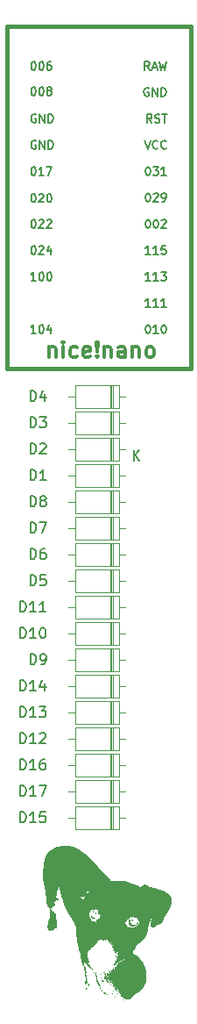
<source format=gto>
G04 #@! TF.GenerationSoftware,KiCad,Pcbnew,(5.1.4)-1*
G04 #@! TF.CreationDate,2023-04-29T19:21:49-04:00*
G04 #@! TF.ProjectId,Rev 1,52657620-312e-46b6-9963-61645f706362,rev?*
G04 #@! TF.SameCoordinates,Original*
G04 #@! TF.FileFunction,Legend,Top*
G04 #@! TF.FilePolarity,Positive*
%FSLAX46Y46*%
G04 Gerber Fmt 4.6, Leading zero omitted, Abs format (unit mm)*
G04 Created by KiCad (PCBNEW (5.1.4)-1) date 2023-04-29 19:21:49*
%MOMM*%
%LPD*%
G04 APERTURE LIST*
%ADD10C,0.010000*%
%ADD11C,0.381000*%
%ADD12C,0.120000*%
%ADD13C,0.150000*%
%ADD14C,0.300000*%
G04 APERTURE END LIST*
D10*
G36*
X117000396Y-114299059D02*
G01*
X117001071Y-114305757D01*
X117000396Y-114306585D01*
X116997040Y-114305810D01*
X116996633Y-114302822D01*
X116998698Y-114298176D01*
X117000396Y-114299059D01*
X117000396Y-114299059D01*
G37*
X117000396Y-114299059D02*
X117001071Y-114305757D01*
X117000396Y-114306585D01*
X116997040Y-114305810D01*
X116996633Y-114302822D01*
X116998698Y-114298176D01*
X117000396Y-114299059D01*
G36*
X117007922Y-114328222D02*
G01*
X117005100Y-114331044D01*
X117002277Y-114328222D01*
X117005100Y-114325400D01*
X117007922Y-114328222D01*
X117007922Y-114328222D01*
G37*
X117007922Y-114328222D02*
X117005100Y-114331044D01*
X117002277Y-114328222D01*
X117005100Y-114325400D01*
X117007922Y-114328222D01*
G36*
X116987140Y-114328861D02*
G01*
X116980676Y-114336177D01*
X116973070Y-114333633D01*
X116971629Y-114331686D01*
X116973569Y-114326493D01*
X116979341Y-114323858D01*
X116987194Y-114323819D01*
X116987140Y-114328861D01*
X116987140Y-114328861D01*
G37*
X116987140Y-114328861D02*
X116980676Y-114336177D01*
X116973070Y-114333633D01*
X116971629Y-114331686D01*
X116973569Y-114326493D01*
X116979341Y-114323858D01*
X116987194Y-114323819D01*
X116987140Y-114328861D01*
G36*
X116838588Y-114429822D02*
G01*
X116843973Y-114434894D01*
X116844233Y-114435799D01*
X116839866Y-114438224D01*
X116838588Y-114438288D01*
X116833161Y-114433949D01*
X116832944Y-114432311D01*
X116836402Y-114428940D01*
X116838588Y-114429822D01*
X116838588Y-114429822D01*
G37*
X116838588Y-114429822D02*
X116843973Y-114434894D01*
X116844233Y-114435799D01*
X116839866Y-114438224D01*
X116838588Y-114438288D01*
X116833161Y-114433949D01*
X116832944Y-114432311D01*
X116836402Y-114428940D01*
X116838588Y-114429822D01*
G36*
X123041833Y-114909600D02*
G01*
X123039011Y-114912422D01*
X123036188Y-114909600D01*
X123039011Y-114906777D01*
X123041833Y-114909600D01*
X123041833Y-114909600D01*
G37*
X123041833Y-114909600D02*
X123039011Y-114912422D01*
X123036188Y-114909600D01*
X123039011Y-114906777D01*
X123041833Y-114909600D01*
G36*
X123062040Y-114977166D02*
G01*
X123061588Y-114980155D01*
X123056760Y-114985534D01*
X123055944Y-114985800D01*
X123051456Y-114981863D01*
X123050300Y-114980155D01*
X123051640Y-114975373D01*
X123055944Y-114974511D01*
X123062040Y-114977166D01*
X123062040Y-114977166D01*
G37*
X123062040Y-114977166D02*
X123061588Y-114980155D01*
X123056760Y-114985534D01*
X123055944Y-114985800D01*
X123051456Y-114981863D01*
X123050300Y-114980155D01*
X123051640Y-114975373D01*
X123055944Y-114974511D01*
X123062040Y-114977166D01*
G36*
X122996677Y-114988622D02*
G01*
X122993855Y-114991444D01*
X122991033Y-114988622D01*
X122993855Y-114985800D01*
X122996677Y-114988622D01*
X122996677Y-114988622D01*
G37*
X122996677Y-114988622D02*
X122993855Y-114991444D01*
X122991033Y-114988622D01*
X122993855Y-114985800D01*
X122996677Y-114988622D01*
G36*
X123130262Y-115072348D02*
G01*
X123129488Y-115075703D01*
X123126500Y-115076111D01*
X123121853Y-115074045D01*
X123122737Y-115072348D01*
X123129435Y-115071672D01*
X123130262Y-115072348D01*
X123130262Y-115072348D01*
G37*
X123130262Y-115072348D02*
X123129488Y-115075703D01*
X123126500Y-115076111D01*
X123121853Y-115074045D01*
X123122737Y-115072348D01*
X123129435Y-115071672D01*
X123130262Y-115072348D01*
G36*
X123079462Y-115077992D02*
G01*
X123080138Y-115084691D01*
X123079462Y-115085518D01*
X123076107Y-115084743D01*
X123075700Y-115081755D01*
X123077765Y-115077109D01*
X123079462Y-115077992D01*
X123079462Y-115077992D01*
G37*
X123079462Y-115077992D02*
X123080138Y-115084691D01*
X123079462Y-115085518D01*
X123076107Y-115084743D01*
X123075700Y-115081755D01*
X123077765Y-115077109D01*
X123079462Y-115077992D01*
G36*
X123132144Y-115095866D02*
G01*
X123137529Y-115100938D01*
X123137788Y-115101844D01*
X123133421Y-115104268D01*
X123132144Y-115104333D01*
X123126716Y-115099994D01*
X123126500Y-115098355D01*
X123129957Y-115094984D01*
X123132144Y-115095866D01*
X123132144Y-115095866D01*
G37*
X123132144Y-115095866D02*
X123137529Y-115100938D01*
X123137788Y-115101844D01*
X123133421Y-115104268D01*
X123132144Y-115104333D01*
X123126716Y-115099994D01*
X123126500Y-115098355D01*
X123129957Y-115094984D01*
X123132144Y-115095866D01*
G36*
X123098277Y-115135377D02*
G01*
X123095455Y-115138200D01*
X123092633Y-115135377D01*
X123095455Y-115132555D01*
X123098277Y-115135377D01*
X123098277Y-115135377D01*
G37*
X123098277Y-115135377D02*
X123095455Y-115138200D01*
X123092633Y-115135377D01*
X123095455Y-115132555D01*
X123098277Y-115135377D01*
G36*
X117436900Y-114209688D02*
G01*
X117434077Y-114212511D01*
X117431255Y-114209688D01*
X117434077Y-114206866D01*
X117436900Y-114209688D01*
X117436900Y-114209688D01*
G37*
X117436900Y-114209688D02*
X117434077Y-114212511D01*
X117431255Y-114209688D01*
X117434077Y-114206866D01*
X117436900Y-114209688D01*
G36*
X117431255Y-114232266D02*
G01*
X117428433Y-114235088D01*
X117425611Y-114232266D01*
X117428433Y-114229444D01*
X117431255Y-114232266D01*
X117431255Y-114232266D01*
G37*
X117431255Y-114232266D02*
X117428433Y-114235088D01*
X117425611Y-114232266D01*
X117428433Y-114229444D01*
X117431255Y-114232266D01*
G36*
X117562744Y-114239191D02*
G01*
X117563900Y-114240733D01*
X117562620Y-114245565D01*
X117558588Y-114246377D01*
X117550865Y-114243430D01*
X117549788Y-114240733D01*
X117553840Y-114235250D01*
X117555100Y-114235088D01*
X117562744Y-114239191D01*
X117562744Y-114239191D01*
G37*
X117562744Y-114239191D02*
X117563900Y-114240733D01*
X117562620Y-114245565D01*
X117558588Y-114246377D01*
X117550865Y-114243430D01*
X117549788Y-114240733D01*
X117553840Y-114235250D01*
X117555100Y-114235088D01*
X117562744Y-114239191D01*
G36*
X117445897Y-114243469D02*
G01*
X117445366Y-114246377D01*
X117438150Y-114251806D01*
X117436566Y-114252022D01*
X117431407Y-114247716D01*
X117431255Y-114246377D01*
X117435849Y-114241424D01*
X117440055Y-114240733D01*
X117445897Y-114243469D01*
X117445897Y-114243469D01*
G37*
X117445897Y-114243469D02*
X117445366Y-114246377D01*
X117438150Y-114251806D01*
X117436566Y-114252022D01*
X117431407Y-114247716D01*
X117431255Y-114246377D01*
X117435849Y-114241424D01*
X117440055Y-114240733D01*
X117445897Y-114243469D01*
G36*
X117261922Y-114271777D02*
G01*
X117267351Y-114278993D01*
X117267566Y-114280577D01*
X117263261Y-114285736D01*
X117261922Y-114285888D01*
X117256968Y-114281294D01*
X117256277Y-114277089D01*
X117259014Y-114271246D01*
X117261922Y-114271777D01*
X117261922Y-114271777D01*
G37*
X117261922Y-114271777D02*
X117267351Y-114278993D01*
X117267566Y-114280577D01*
X117263261Y-114285736D01*
X117261922Y-114285888D01*
X117256968Y-114281294D01*
X117256277Y-114277089D01*
X117259014Y-114271246D01*
X117261922Y-114271777D01*
G36*
X117293378Y-114282945D02*
G01*
X117300442Y-114289063D01*
X117298433Y-114291149D01*
X117294710Y-114291353D01*
X117284373Y-114288355D01*
X117281445Y-114285513D01*
X117279315Y-114278266D01*
X117284580Y-114277770D01*
X117293378Y-114282945D01*
X117293378Y-114282945D01*
G37*
X117293378Y-114282945D02*
X117300442Y-114289063D01*
X117298433Y-114291149D01*
X117294710Y-114291353D01*
X117284373Y-114288355D01*
X117281445Y-114285513D01*
X117279315Y-114278266D01*
X117284580Y-114277770D01*
X117293378Y-114282945D01*
G36*
X117275594Y-114297078D02*
G01*
X117289402Y-114299229D01*
X117297788Y-114298753D01*
X117298328Y-114298401D01*
X117301200Y-114299618D01*
X117301433Y-114301881D01*
X117296760Y-114307380D01*
X117291085Y-114308466D01*
X117280387Y-114310278D01*
X117277033Y-114312170D01*
X117269961Y-114314163D01*
X117254704Y-114316010D01*
X117234363Y-114317352D01*
X117231271Y-114317480D01*
X117210064Y-114318134D01*
X117198330Y-114317760D01*
X117194267Y-114315895D01*
X117196073Y-114312079D01*
X117198756Y-114309146D01*
X117209766Y-114302319D01*
X117224441Y-114303619D01*
X117240496Y-114304733D01*
X117248274Y-114300342D01*
X117258931Y-114295457D01*
X117275594Y-114297078D01*
X117275594Y-114297078D01*
G37*
X117275594Y-114297078D02*
X117289402Y-114299229D01*
X117297788Y-114298753D01*
X117298328Y-114298401D01*
X117301200Y-114299618D01*
X117301433Y-114301881D01*
X117296760Y-114307380D01*
X117291085Y-114308466D01*
X117280387Y-114310278D01*
X117277033Y-114312170D01*
X117269961Y-114314163D01*
X117254704Y-114316010D01*
X117234363Y-114317352D01*
X117231271Y-114317480D01*
X117210064Y-114318134D01*
X117198330Y-114317760D01*
X117194267Y-114315895D01*
X117196073Y-114312079D01*
X117198756Y-114309146D01*
X117209766Y-114302319D01*
X117224441Y-114303619D01*
X117240496Y-114304733D01*
X117248274Y-114300342D01*
X117258931Y-114295457D01*
X117275594Y-114297078D01*
G36*
X117231818Y-114327281D02*
G01*
X117231043Y-114330637D01*
X117228055Y-114331044D01*
X117223409Y-114328979D01*
X117224292Y-114327281D01*
X117230991Y-114326605D01*
X117231818Y-114327281D01*
X117231818Y-114327281D01*
G37*
X117231818Y-114327281D02*
X117231043Y-114330637D01*
X117228055Y-114331044D01*
X117223409Y-114328979D01*
X117224292Y-114327281D01*
X117230991Y-114326605D01*
X117231818Y-114327281D01*
G36*
X117333418Y-114327281D02*
G01*
X117334094Y-114333980D01*
X117333418Y-114334807D01*
X117330062Y-114334032D01*
X117329655Y-114331044D01*
X117331720Y-114326398D01*
X117333418Y-114327281D01*
X117333418Y-114327281D01*
G37*
X117333418Y-114327281D02*
X117334094Y-114333980D01*
X117333418Y-114334807D01*
X117330062Y-114334032D01*
X117329655Y-114331044D01*
X117331720Y-114326398D01*
X117333418Y-114327281D01*
G36*
X117330814Y-114368408D02*
G01*
X117335300Y-114370555D01*
X117340885Y-114376190D01*
X117340617Y-114378408D01*
X117334141Y-114378346D01*
X117329655Y-114376200D01*
X117324070Y-114370565D01*
X117324338Y-114368347D01*
X117330814Y-114368408D01*
X117330814Y-114368408D01*
G37*
X117330814Y-114368408D02*
X117335300Y-114370555D01*
X117340885Y-114376190D01*
X117340617Y-114378408D01*
X117334141Y-114378346D01*
X117329655Y-114376200D01*
X117324070Y-114370565D01*
X117324338Y-114368347D01*
X117330814Y-114368408D01*
G36*
X117058953Y-114380269D02*
G01*
X117067717Y-114385154D01*
X117066911Y-114391005D01*
X117057784Y-114395571D01*
X117049813Y-114396712D01*
X117040448Y-114396606D01*
X117039956Y-114395091D01*
X117040377Y-114394917D01*
X117046941Y-114387647D01*
X117047433Y-114384724D01*
X117051733Y-114379648D01*
X117058953Y-114380269D01*
X117058953Y-114380269D01*
G37*
X117058953Y-114380269D02*
X117067717Y-114385154D01*
X117066911Y-114391005D01*
X117057784Y-114395571D01*
X117049813Y-114396712D01*
X117040448Y-114396606D01*
X117039956Y-114395091D01*
X117040377Y-114394917D01*
X117046941Y-114387647D01*
X117047433Y-114384724D01*
X117051733Y-114379648D01*
X117058953Y-114380269D01*
G36*
X117053077Y-114407244D02*
G01*
X117058462Y-114412316D01*
X117058722Y-114413222D01*
X117054355Y-114415646D01*
X117053077Y-114415711D01*
X117047650Y-114411371D01*
X117047433Y-114409733D01*
X117050891Y-114406362D01*
X117053077Y-114407244D01*
X117053077Y-114407244D01*
G37*
X117053077Y-114407244D02*
X117058462Y-114412316D01*
X117058722Y-114413222D01*
X117054355Y-114415646D01*
X117053077Y-114415711D01*
X117047650Y-114411371D01*
X117047433Y-114409733D01*
X117050891Y-114406362D01*
X117053077Y-114407244D01*
G36*
X116415255Y-114892666D02*
G01*
X116412433Y-114895488D01*
X116409611Y-114892666D01*
X116412433Y-114889844D01*
X116415255Y-114892666D01*
X116415255Y-114892666D01*
G37*
X116415255Y-114892666D02*
X116412433Y-114895488D01*
X116409611Y-114892666D01*
X116412433Y-114889844D01*
X116415255Y-114892666D01*
G36*
X116708766Y-114920888D02*
G01*
X116705944Y-114923711D01*
X116703122Y-114920888D01*
X116705944Y-114918066D01*
X116708766Y-114920888D01*
X116708766Y-114920888D01*
G37*
X116708766Y-114920888D02*
X116705944Y-114923711D01*
X116703122Y-114920888D01*
X116705944Y-114918066D01*
X116708766Y-114920888D01*
G36*
X116928900Y-114954755D02*
G01*
X116926077Y-114957577D01*
X116923255Y-114954755D01*
X116926077Y-114951933D01*
X116928900Y-114954755D01*
X116928900Y-114954755D01*
G37*
X116928900Y-114954755D02*
X116926077Y-114957577D01*
X116923255Y-114954755D01*
X116926077Y-114951933D01*
X116928900Y-114954755D01*
G36*
X116920582Y-114992534D02*
G01*
X116918888Y-114996733D01*
X116913621Y-114999548D01*
X116907026Y-115001266D01*
X116909732Y-114997131D01*
X116910461Y-114996388D01*
X116917862Y-114991930D01*
X116920582Y-114992534D01*
X116920582Y-114992534D01*
G37*
X116920582Y-114992534D02*
X116918888Y-114996733D01*
X116913621Y-114999548D01*
X116907026Y-115001266D01*
X116909732Y-114997131D01*
X116910461Y-114996388D01*
X116917862Y-114991930D01*
X116920582Y-114992534D01*
G36*
X115807324Y-115921252D02*
G01*
X115808477Y-115922777D01*
X115808219Y-115927987D01*
X115806321Y-115928422D01*
X115798342Y-115924303D01*
X115797188Y-115922777D01*
X115797446Y-115917568D01*
X115799344Y-115917133D01*
X115807324Y-115921252D01*
X115807324Y-115921252D01*
G37*
X115807324Y-115921252D02*
X115808477Y-115922777D01*
X115808219Y-115927987D01*
X115806321Y-115928422D01*
X115798342Y-115924303D01*
X115797188Y-115922777D01*
X115797446Y-115917568D01*
X115799344Y-115917133D01*
X115807324Y-115921252D01*
G36*
X117929125Y-116033519D02*
G01*
X117933611Y-116035666D01*
X117939196Y-116041301D01*
X117938928Y-116043519D01*
X117932452Y-116043457D01*
X117927966Y-116041311D01*
X117922381Y-116035676D01*
X117922649Y-116033458D01*
X117929125Y-116033519D01*
X117929125Y-116033519D01*
G37*
X117929125Y-116033519D02*
X117933611Y-116035666D01*
X117939196Y-116041301D01*
X117938928Y-116043519D01*
X117932452Y-116043457D01*
X117927966Y-116041311D01*
X117922381Y-116035676D01*
X117922649Y-116033458D01*
X117929125Y-116033519D01*
G36*
X117961833Y-116089288D02*
G01*
X117967218Y-116094361D01*
X117967477Y-116095266D01*
X117963110Y-116097690D01*
X117961833Y-116097755D01*
X117956405Y-116093416D01*
X117956188Y-116091777D01*
X117959646Y-116088406D01*
X117961833Y-116089288D01*
X117961833Y-116089288D01*
G37*
X117961833Y-116089288D02*
X117967218Y-116094361D01*
X117967477Y-116095266D01*
X117963110Y-116097690D01*
X117961833Y-116097755D01*
X117956405Y-116093416D01*
X117956188Y-116091777D01*
X117959646Y-116088406D01*
X117961833Y-116089288D01*
G36*
X117885899Y-116085210D02*
G01*
X117896520Y-116088713D01*
X117902895Y-116092651D01*
X117902983Y-116092785D01*
X117902961Y-116097012D01*
X117893859Y-116095484D01*
X117884222Y-116091935D01*
X117874509Y-116087237D01*
X117871522Y-116084609D01*
X117875933Y-116083418D01*
X117885899Y-116085210D01*
X117885899Y-116085210D01*
G37*
X117885899Y-116085210D02*
X117896520Y-116088713D01*
X117902895Y-116092651D01*
X117902983Y-116092785D01*
X117902961Y-116097012D01*
X117893859Y-116095484D01*
X117884222Y-116091935D01*
X117874509Y-116087237D01*
X117871522Y-116084609D01*
X117875933Y-116083418D01*
X117885899Y-116085210D01*
G36*
X117673400Y-116072027D02*
G01*
X117696886Y-116073185D01*
X117721370Y-116075078D01*
X117744301Y-116077548D01*
X117763126Y-116080441D01*
X117773926Y-116083090D01*
X117785781Y-116088722D01*
X117790885Y-116094325D01*
X117790859Y-116094933D01*
X117786169Y-116099194D01*
X117784859Y-116098971D01*
X117775468Y-116098926D01*
X117766037Y-116102542D01*
X117761330Y-116107661D01*
X117761706Y-116109450D01*
X117760857Y-116114353D01*
X117758966Y-116114688D01*
X117753218Y-116110615D01*
X117752988Y-116109078D01*
X117747751Y-116106259D01*
X117733631Y-116104380D01*
X117713017Y-116103751D01*
X117712066Y-116103756D01*
X117688697Y-116103802D01*
X117667252Y-116103641D01*
X117652800Y-116103321D01*
X117639187Y-116101002D01*
X117634504Y-116096321D01*
X117639846Y-116090594D01*
X117641511Y-116089759D01*
X117645662Y-116086052D01*
X117641511Y-116083174D01*
X117634996Y-116076832D01*
X117634455Y-116074529D01*
X117639633Y-116072542D01*
X117653465Y-116071761D01*
X117673400Y-116072027D01*
X117673400Y-116072027D01*
G37*
X117673400Y-116072027D02*
X117696886Y-116073185D01*
X117721370Y-116075078D01*
X117744301Y-116077548D01*
X117763126Y-116080441D01*
X117773926Y-116083090D01*
X117785781Y-116088722D01*
X117790885Y-116094325D01*
X117790859Y-116094933D01*
X117786169Y-116099194D01*
X117784859Y-116098971D01*
X117775468Y-116098926D01*
X117766037Y-116102542D01*
X117761330Y-116107661D01*
X117761706Y-116109450D01*
X117760857Y-116114353D01*
X117758966Y-116114688D01*
X117753218Y-116110615D01*
X117752988Y-116109078D01*
X117747751Y-116106259D01*
X117733631Y-116104380D01*
X117713017Y-116103751D01*
X117712066Y-116103756D01*
X117688697Y-116103802D01*
X117667252Y-116103641D01*
X117652800Y-116103321D01*
X117639187Y-116101002D01*
X117634504Y-116096321D01*
X117639846Y-116090594D01*
X117641511Y-116089759D01*
X117645662Y-116086052D01*
X117641511Y-116083174D01*
X117634996Y-116076832D01*
X117634455Y-116074529D01*
X117639633Y-116072542D01*
X117653465Y-116071761D01*
X117673400Y-116072027D01*
G36*
X117889053Y-116105208D02*
G01*
X117894098Y-116109567D01*
X117894100Y-116109648D01*
X117889994Y-116113422D01*
X117885633Y-116112647D01*
X117878365Y-116112530D01*
X117877166Y-116114866D01*
X117872592Y-116119717D01*
X117868700Y-116120333D01*
X117861216Y-116115815D01*
X117860233Y-116111866D01*
X117865281Y-116105144D01*
X117877166Y-116103400D01*
X117889053Y-116105208D01*
X117889053Y-116105208D01*
G37*
X117889053Y-116105208D02*
X117894098Y-116109567D01*
X117894100Y-116109648D01*
X117889994Y-116113422D01*
X117885633Y-116112647D01*
X117878365Y-116112530D01*
X117877166Y-116114866D01*
X117872592Y-116119717D01*
X117868700Y-116120333D01*
X117861216Y-116115815D01*
X117860233Y-116111866D01*
X117865281Y-116105144D01*
X117877166Y-116103400D01*
X117889053Y-116105208D01*
G36*
X117824163Y-116094584D02*
G01*
X117840894Y-116102132D01*
X117848559Y-116113399D01*
X117848858Y-116116100D01*
X117845713Y-116119979D01*
X117835261Y-116117199D01*
X117826812Y-116113194D01*
X117814480Y-116104836D01*
X117810028Y-116097646D01*
X117813751Y-116093698D01*
X117824163Y-116094584D01*
X117824163Y-116094584D01*
G37*
X117824163Y-116094584D02*
X117840894Y-116102132D01*
X117848559Y-116113399D01*
X117848858Y-116116100D01*
X117845713Y-116119979D01*
X117835261Y-116117199D01*
X117826812Y-116113194D01*
X117814480Y-116104836D01*
X117810028Y-116097646D01*
X117813751Y-116093698D01*
X117824163Y-116094584D01*
G36*
X117549788Y-116128800D02*
G01*
X117546966Y-116131622D01*
X117544144Y-116128800D01*
X117546966Y-116125977D01*
X117549788Y-116128800D01*
X117549788Y-116128800D01*
G37*
X117549788Y-116128800D02*
X117546966Y-116131622D01*
X117544144Y-116128800D01*
X117546966Y-116125977D01*
X117549788Y-116128800D01*
G36*
X118026451Y-116174624D02*
G01*
X118034396Y-116179178D01*
X118033065Y-116182124D01*
X118029899Y-116182422D01*
X118022245Y-116178322D01*
X118021139Y-116176842D01*
X118022048Y-116173634D01*
X118026451Y-116174624D01*
X118026451Y-116174624D01*
G37*
X118026451Y-116174624D02*
X118034396Y-116179178D01*
X118033065Y-116182124D01*
X118029899Y-116182422D01*
X118022245Y-116178322D01*
X118021139Y-116176842D01*
X118022048Y-116173634D01*
X118026451Y-116174624D01*
G36*
X118210024Y-116237517D02*
G01*
X118210188Y-116238866D01*
X118205893Y-116244347D01*
X118204544Y-116244511D01*
X118199064Y-116240215D01*
X118198900Y-116238866D01*
X118203195Y-116233386D01*
X118204544Y-116233222D01*
X118210024Y-116237517D01*
X118210024Y-116237517D01*
G37*
X118210024Y-116237517D02*
X118210188Y-116238866D01*
X118205893Y-116244347D01*
X118204544Y-116244511D01*
X118199064Y-116240215D01*
X118198900Y-116238866D01*
X118203195Y-116233386D01*
X118204544Y-116233222D01*
X118210024Y-116237517D01*
G36*
X117699079Y-116337703D02*
G01*
X117705754Y-116343219D01*
X117705885Y-116343532D01*
X117707681Y-116352042D01*
X117702745Y-116354115D01*
X117689488Y-116350512D01*
X117678359Y-116345106D01*
X117673966Y-116339996D01*
X117678364Y-116335558D01*
X117688342Y-116334972D01*
X117699079Y-116337703D01*
X117699079Y-116337703D01*
G37*
X117699079Y-116337703D02*
X117705754Y-116343219D01*
X117705885Y-116343532D01*
X117707681Y-116352042D01*
X117702745Y-116354115D01*
X117689488Y-116350512D01*
X117678359Y-116345106D01*
X117673966Y-116339996D01*
X117678364Y-116335558D01*
X117688342Y-116334972D01*
X117699079Y-116337703D01*
G36*
X118278532Y-116437686D02*
G01*
X118278768Y-116439244D01*
X118274374Y-116445862D01*
X118272701Y-116446629D01*
X118267554Y-116443904D01*
X118266633Y-116439244D01*
X118269497Y-116432219D01*
X118272701Y-116431859D01*
X118278532Y-116437686D01*
X118278532Y-116437686D01*
G37*
X118278532Y-116437686D02*
X118278768Y-116439244D01*
X118274374Y-116445862D01*
X118272701Y-116446629D01*
X118267554Y-116443904D01*
X118266633Y-116439244D01*
X118269497Y-116432219D01*
X118272701Y-116431859D01*
X118278532Y-116437686D01*
G36*
X118373442Y-116439502D02*
G01*
X118373877Y-116441400D01*
X118369758Y-116449379D01*
X118368233Y-116450533D01*
X118363023Y-116450275D01*
X118362588Y-116448377D01*
X118366707Y-116440397D01*
X118368233Y-116439244D01*
X118373442Y-116439502D01*
X118373442Y-116439502D01*
G37*
X118373442Y-116439502D02*
X118373877Y-116441400D01*
X118369758Y-116449379D01*
X118368233Y-116450533D01*
X118363023Y-116450275D01*
X118362588Y-116448377D01*
X118366707Y-116440397D01*
X118368233Y-116439244D01*
X118373442Y-116439502D01*
G36*
X118249639Y-116440909D02*
G01*
X118251741Y-116444888D01*
X118252145Y-116452171D01*
X118250126Y-116453355D01*
X118244115Y-116448868D01*
X118242014Y-116444888D01*
X118241610Y-116437606D01*
X118243628Y-116436422D01*
X118249639Y-116440909D01*
X118249639Y-116440909D01*
G37*
X118249639Y-116440909D02*
X118251741Y-116444888D01*
X118252145Y-116452171D01*
X118250126Y-116453355D01*
X118244115Y-116448868D01*
X118242014Y-116444888D01*
X118241610Y-116437606D01*
X118243628Y-116436422D01*
X118249639Y-116440909D01*
G36*
X118311788Y-116467466D02*
G01*
X118317218Y-116474682D01*
X118317433Y-116476266D01*
X118313128Y-116481425D01*
X118311788Y-116481577D01*
X118306835Y-116476983D01*
X118306144Y-116472777D01*
X118308880Y-116466935D01*
X118311788Y-116467466D01*
X118311788Y-116467466D01*
G37*
X118311788Y-116467466D02*
X118317218Y-116474682D01*
X118317433Y-116476266D01*
X118313128Y-116481425D01*
X118311788Y-116481577D01*
X118306835Y-116476983D01*
X118306144Y-116472777D01*
X118308880Y-116466935D01*
X118311788Y-116467466D01*
G36*
X117967477Y-116484400D02*
G01*
X117964655Y-116487222D01*
X117961833Y-116484400D01*
X117964655Y-116481577D01*
X117967477Y-116484400D01*
X117967477Y-116484400D01*
G37*
X117967477Y-116484400D02*
X117964655Y-116487222D01*
X117961833Y-116484400D01*
X117964655Y-116481577D01*
X117967477Y-116484400D01*
G36*
X118410405Y-116478154D02*
G01*
X118411980Y-116482988D01*
X118404930Y-116490177D01*
X118394448Y-116491860D01*
X118389124Y-116489298D01*
X118385283Y-116481365D01*
X118391688Y-116476719D01*
X118399748Y-116475933D01*
X118410405Y-116478154D01*
X118410405Y-116478154D01*
G37*
X118410405Y-116478154D02*
X118411980Y-116482988D01*
X118404930Y-116490177D01*
X118394448Y-116491860D01*
X118389124Y-116489298D01*
X118385283Y-116481365D01*
X118391688Y-116476719D01*
X118399748Y-116475933D01*
X118410405Y-116478154D01*
G36*
X118304502Y-116483406D02*
G01*
X118316629Y-116485643D01*
X118325533Y-116489323D01*
X118327284Y-116491375D01*
X118325358Y-116497801D01*
X118316192Y-116499757D01*
X118303164Y-116496618D01*
X118301911Y-116496062D01*
X118292226Y-116490073D01*
X118289211Y-116485931D01*
X118293810Y-116483280D01*
X118304502Y-116483406D01*
X118304502Y-116483406D01*
G37*
X118304502Y-116483406D02*
X118316629Y-116485643D01*
X118325533Y-116489323D01*
X118327284Y-116491375D01*
X118325358Y-116497801D01*
X118316192Y-116499757D01*
X118303164Y-116496618D01*
X118301911Y-116496062D01*
X118292226Y-116490073D01*
X118289211Y-116485931D01*
X118293810Y-116483280D01*
X118304502Y-116483406D01*
G36*
X118405862Y-116517325D02*
G01*
X118405088Y-116520681D01*
X118402100Y-116521088D01*
X118397453Y-116519023D01*
X118398337Y-116517325D01*
X118405035Y-116516650D01*
X118405862Y-116517325D01*
X118405862Y-116517325D01*
G37*
X118405862Y-116517325D02*
X118405088Y-116520681D01*
X118402100Y-116521088D01*
X118397453Y-116519023D01*
X118398337Y-116517325D01*
X118405035Y-116516650D01*
X118405862Y-116517325D01*
G36*
X118260988Y-116523911D02*
G01*
X118258166Y-116526733D01*
X118255344Y-116523911D01*
X118258166Y-116521088D01*
X118260988Y-116523911D01*
X118260988Y-116523911D01*
G37*
X118260988Y-116523911D02*
X118258166Y-116526733D01*
X118255344Y-116523911D01*
X118258166Y-116521088D01*
X118260988Y-116523911D01*
G36*
X117975353Y-116502109D02*
G01*
X117990193Y-116511535D01*
X117997783Y-116524733D01*
X117997133Y-116536611D01*
X117993394Y-116542431D01*
X117986485Y-116542201D01*
X117974086Y-116535469D01*
X117966940Y-116530768D01*
X117952998Y-116519068D01*
X117946195Y-116508532D01*
X117947202Y-116501056D01*
X117955509Y-116498511D01*
X117975353Y-116502109D01*
X117975353Y-116502109D01*
G37*
X117975353Y-116502109D02*
X117990193Y-116511535D01*
X117997783Y-116524733D01*
X117997133Y-116536611D01*
X117993394Y-116542431D01*
X117986485Y-116542201D01*
X117974086Y-116535469D01*
X117966940Y-116530768D01*
X117952998Y-116519068D01*
X117946195Y-116508532D01*
X117947202Y-116501056D01*
X117955509Y-116498511D01*
X117975353Y-116502109D01*
G36*
X118257379Y-116536294D02*
G01*
X118260873Y-116544066D01*
X118257259Y-116549114D01*
X118255677Y-116549311D01*
X118247978Y-116545230D01*
X118247118Y-116544056D01*
X118247388Y-116537356D01*
X118253355Y-116534440D01*
X118257379Y-116536294D01*
X118257379Y-116536294D01*
G37*
X118257379Y-116536294D02*
X118260873Y-116544066D01*
X118257259Y-116549114D01*
X118255677Y-116549311D01*
X118247978Y-116545230D01*
X118247118Y-116544056D01*
X118247388Y-116537356D01*
X118253355Y-116534440D01*
X118257379Y-116536294D01*
G36*
X118463888Y-116491325D02*
G01*
X118466112Y-116495382D01*
X118473726Y-116502062D01*
X118483767Y-116504155D01*
X118494691Y-116506723D01*
X118498055Y-116511681D01*
X118494963Y-116521999D01*
X118487193Y-116523031D01*
X118483299Y-116520553D01*
X118473083Y-116517372D01*
X118465592Y-116523272D01*
X118464188Y-116529888D01*
X118461032Y-116537183D01*
X118458544Y-116538022D01*
X118453875Y-116542722D01*
X118452900Y-116548707D01*
X118448971Y-116559224D01*
X118444433Y-116562641D01*
X118437156Y-116562932D01*
X118435966Y-116560790D01*
X118437819Y-116552178D01*
X118441732Y-116540525D01*
X118444501Y-116524899D01*
X118441802Y-116518497D01*
X118440473Y-116510540D01*
X118448747Y-116499766D01*
X118449426Y-116499122D01*
X118458925Y-116491301D01*
X118463888Y-116491325D01*
X118463888Y-116491325D01*
G37*
X118463888Y-116491325D02*
X118466112Y-116495382D01*
X118473726Y-116502062D01*
X118483767Y-116504155D01*
X118494691Y-116506723D01*
X118498055Y-116511681D01*
X118494963Y-116521999D01*
X118487193Y-116523031D01*
X118483299Y-116520553D01*
X118473083Y-116517372D01*
X118465592Y-116523272D01*
X118464188Y-116529888D01*
X118461032Y-116537183D01*
X118458544Y-116538022D01*
X118453875Y-116542722D01*
X118452900Y-116548707D01*
X118448971Y-116559224D01*
X118444433Y-116562641D01*
X118437156Y-116562932D01*
X118435966Y-116560790D01*
X118437819Y-116552178D01*
X118441732Y-116540525D01*
X118444501Y-116524899D01*
X118441802Y-116518497D01*
X118440473Y-116510540D01*
X118448747Y-116499766D01*
X118449426Y-116499122D01*
X118458925Y-116491301D01*
X118463888Y-116491325D01*
G36*
X118351300Y-116563422D02*
G01*
X118348477Y-116566244D01*
X118345655Y-116563422D01*
X118348477Y-116560600D01*
X118351300Y-116563422D01*
X118351300Y-116563422D01*
G37*
X118351300Y-116563422D02*
X118348477Y-116566244D01*
X118345655Y-116563422D01*
X118348477Y-116560600D01*
X118351300Y-116563422D01*
G36*
X118388929Y-116585059D02*
G01*
X118388154Y-116588414D01*
X118385166Y-116588822D01*
X118380520Y-116586757D01*
X118381403Y-116585059D01*
X118388102Y-116584383D01*
X118388929Y-116585059D01*
X118388929Y-116585059D01*
G37*
X118388929Y-116585059D02*
X118388154Y-116588414D01*
X118385166Y-116588822D01*
X118380520Y-116586757D01*
X118381403Y-116585059D01*
X118388102Y-116584383D01*
X118388929Y-116585059D01*
G36*
X118417151Y-116601992D02*
G01*
X118416377Y-116605348D01*
X118413388Y-116605755D01*
X118408742Y-116603690D01*
X118409625Y-116601992D01*
X118416324Y-116601317D01*
X118417151Y-116601992D01*
X118417151Y-116601992D01*
G37*
X118417151Y-116601992D02*
X118416377Y-116605348D01*
X118413388Y-116605755D01*
X118408742Y-116603690D01*
X118409625Y-116601992D01*
X118416324Y-116601317D01*
X118417151Y-116601992D01*
G36*
X117271329Y-116624570D02*
G01*
X117270554Y-116627925D01*
X117267566Y-116628333D01*
X117262920Y-116626268D01*
X117263803Y-116624570D01*
X117270502Y-116623894D01*
X117271329Y-116624570D01*
X117271329Y-116624570D01*
G37*
X117271329Y-116624570D02*
X117270554Y-116627925D01*
X117267566Y-116628333D01*
X117262920Y-116626268D01*
X117263803Y-116624570D01*
X117270502Y-116623894D01*
X117271329Y-116624570D01*
G36*
X118481122Y-116636017D02*
G01*
X118493388Y-116638676D01*
X118499466Y-116639545D01*
X118503585Y-116643964D01*
X118503700Y-116645266D01*
X118499804Y-116650335D01*
X118490064Y-116648713D01*
X118478300Y-116641559D01*
X118470799Y-116635157D01*
X118472909Y-116634157D01*
X118481122Y-116636017D01*
X118481122Y-116636017D01*
G37*
X118481122Y-116636017D02*
X118493388Y-116638676D01*
X118499466Y-116639545D01*
X118503585Y-116643964D01*
X118503700Y-116645266D01*
X118499804Y-116650335D01*
X118490064Y-116648713D01*
X118478300Y-116641559D01*
X118470799Y-116635157D01*
X118472909Y-116634157D01*
X118481122Y-116636017D01*
G36*
X118429367Y-116648314D02*
G01*
X118430322Y-116650911D01*
X118425750Y-116655918D01*
X118421855Y-116656555D01*
X118414344Y-116653507D01*
X118413388Y-116650911D01*
X118417960Y-116645903D01*
X118421855Y-116645266D01*
X118429367Y-116648314D01*
X118429367Y-116648314D01*
G37*
X118429367Y-116648314D02*
X118430322Y-116650911D01*
X118425750Y-116655918D01*
X118421855Y-116656555D01*
X118414344Y-116653507D01*
X118413388Y-116650911D01*
X118417960Y-116645903D01*
X118421855Y-116645266D01*
X118429367Y-116648314D01*
G36*
X118521635Y-116660951D02*
G01*
X118522049Y-116661358D01*
X118525244Y-116669828D01*
X118522958Y-116673421D01*
X118518205Y-116674107D01*
X118516472Y-116666935D01*
X118517099Y-116658987D01*
X118521635Y-116660951D01*
X118521635Y-116660951D01*
G37*
X118521635Y-116660951D02*
X118522049Y-116661358D01*
X118525244Y-116669828D01*
X118522958Y-116673421D01*
X118518205Y-116674107D01*
X118516472Y-116666935D01*
X118517099Y-116658987D01*
X118521635Y-116660951D01*
G36*
X118467011Y-116773047D02*
G01*
X118474437Y-116777054D01*
X118475477Y-116778515D01*
X118470868Y-116780488D01*
X118467011Y-116780733D01*
X118459498Y-116777779D01*
X118458544Y-116775266D01*
X118462681Y-116772160D01*
X118467011Y-116773047D01*
X118467011Y-116773047D01*
G37*
X118467011Y-116773047D02*
X118474437Y-116777054D01*
X118475477Y-116778515D01*
X118470868Y-116780488D01*
X118467011Y-116780733D01*
X118459498Y-116777779D01*
X118458544Y-116775266D01*
X118462681Y-116772160D01*
X118467011Y-116773047D01*
G36*
X118507462Y-116810837D02*
G01*
X118506688Y-116814192D01*
X118503700Y-116814600D01*
X118499053Y-116812534D01*
X118499937Y-116810837D01*
X118506635Y-116810161D01*
X118507462Y-116810837D01*
X118507462Y-116810837D01*
G37*
X118507462Y-116810837D02*
X118506688Y-116814192D01*
X118503700Y-116814600D01*
X118499053Y-116812534D01*
X118499937Y-116810837D01*
X118506635Y-116810161D01*
X118507462Y-116810837D01*
G36*
X118385002Y-116830184D02*
G01*
X118385166Y-116831533D01*
X118380871Y-116837013D01*
X118379522Y-116837177D01*
X118374041Y-116832882D01*
X118373877Y-116831533D01*
X118378173Y-116826052D01*
X118379522Y-116825888D01*
X118385002Y-116830184D01*
X118385002Y-116830184D01*
G37*
X118385002Y-116830184D02*
X118385166Y-116831533D01*
X118380871Y-116837013D01*
X118379522Y-116837177D01*
X118374041Y-116832882D01*
X118373877Y-116831533D01*
X118378173Y-116826052D01*
X118379522Y-116825888D01*
X118385002Y-116830184D01*
G36*
X118447573Y-116841659D02*
G01*
X118452900Y-116848466D01*
X118456075Y-116857255D01*
X118451749Y-116859752D01*
X118451405Y-116859755D01*
X118441012Y-116856067D01*
X118437095Y-116852982D01*
X118430760Y-116843378D01*
X118433870Y-116837878D01*
X118438590Y-116837177D01*
X118447573Y-116841659D01*
X118447573Y-116841659D01*
G37*
X118447573Y-116841659D02*
X118452900Y-116848466D01*
X118456075Y-116857255D01*
X118451749Y-116859752D01*
X118451405Y-116859755D01*
X118441012Y-116856067D01*
X118437095Y-116852982D01*
X118430760Y-116843378D01*
X118433870Y-116837878D01*
X118438590Y-116837177D01*
X118447573Y-116841659D01*
G36*
X118390811Y-116856933D02*
G01*
X118387988Y-116859755D01*
X118385166Y-116856933D01*
X118387988Y-116854111D01*
X118390811Y-116856933D01*
X118390811Y-116856933D01*
G37*
X118390811Y-116856933D02*
X118387988Y-116859755D01*
X118385166Y-116856933D01*
X118387988Y-116854111D01*
X118390811Y-116856933D01*
G36*
X118410566Y-116869970D02*
G01*
X118423831Y-116875730D01*
X118430322Y-116878302D01*
X118435749Y-116880951D01*
X118430228Y-116881875D01*
X118429989Y-116881887D01*
X118418936Y-116878901D01*
X118410234Y-116873555D01*
X118402717Y-116867322D01*
X118404131Y-116867085D01*
X118410566Y-116869970D01*
X118410566Y-116869970D01*
G37*
X118410566Y-116869970D02*
X118423831Y-116875730D01*
X118430322Y-116878302D01*
X118435749Y-116880951D01*
X118430228Y-116881875D01*
X118429989Y-116881887D01*
X118418936Y-116878901D01*
X118410234Y-116873555D01*
X118402717Y-116867322D01*
X118404131Y-116867085D01*
X118410566Y-116869970D01*
G36*
X118439729Y-116895503D02*
G01*
X118440405Y-116902202D01*
X118439729Y-116903029D01*
X118436374Y-116902254D01*
X118435966Y-116899266D01*
X118438031Y-116894620D01*
X118439729Y-116895503D01*
X118439729Y-116895503D01*
G37*
X118439729Y-116895503D02*
X118440405Y-116902202D01*
X118439729Y-116903029D01*
X118436374Y-116902254D01*
X118435966Y-116899266D01*
X118438031Y-116894620D01*
X118439729Y-116895503D01*
G36*
X118417043Y-116897237D02*
G01*
X118419033Y-116902088D01*
X118418277Y-116909168D01*
X118417622Y-116909786D01*
X118411674Y-116908254D01*
X118403427Y-116906561D01*
X118394713Y-116902373D01*
X118395449Y-116897118D01*
X118404556Y-116893798D01*
X118408077Y-116893622D01*
X118417043Y-116897237D01*
X118417043Y-116897237D01*
G37*
X118417043Y-116897237D02*
X118419033Y-116902088D01*
X118418277Y-116909168D01*
X118417622Y-116909786D01*
X118411674Y-116908254D01*
X118403427Y-116906561D01*
X118394713Y-116902373D01*
X118395449Y-116897118D01*
X118404556Y-116893798D01*
X118408077Y-116893622D01*
X118417043Y-116897237D01*
G36*
X118419033Y-116941600D02*
G01*
X118416211Y-116944422D01*
X118413388Y-116941600D01*
X118416211Y-116938777D01*
X118419033Y-116941600D01*
X118419033Y-116941600D01*
G37*
X118419033Y-116941600D02*
X118416211Y-116944422D01*
X118413388Y-116941600D01*
X118416211Y-116938777D01*
X118419033Y-116941600D01*
G36*
X118388317Y-116977255D02*
G01*
X118403091Y-116980445D01*
X118411345Y-116985071D01*
X118411021Y-116989794D01*
X118409247Y-116990888D01*
X118400709Y-116991736D01*
X118392632Y-116990939D01*
X118380057Y-116986268D01*
X118374563Y-116981937D01*
X118373119Y-116977517D01*
X118380286Y-116976535D01*
X118388317Y-116977255D01*
X118388317Y-116977255D01*
G37*
X118388317Y-116977255D02*
X118403091Y-116980445D01*
X118411345Y-116985071D01*
X118411021Y-116989794D01*
X118409247Y-116990888D01*
X118400709Y-116991736D01*
X118392632Y-116990939D01*
X118380057Y-116986268D01*
X118374563Y-116981937D01*
X118373119Y-116977517D01*
X118380286Y-116976535D01*
X118388317Y-116977255D01*
G36*
X117730411Y-117009333D02*
G01*
X117727588Y-117012155D01*
X117724766Y-117009333D01*
X117727588Y-117006511D01*
X117730411Y-117009333D01*
X117730411Y-117009333D01*
G37*
X117730411Y-117009333D02*
X117727588Y-117012155D01*
X117724766Y-117009333D01*
X117727588Y-117006511D01*
X117730411Y-117009333D01*
G36*
X117516560Y-116779354D02*
G01*
X117526864Y-116789672D01*
X117536204Y-116802328D01*
X117540509Y-116810902D01*
X117548707Y-116821031D01*
X117555071Y-116824158D01*
X117562853Y-116829734D01*
X117562923Y-116834864D01*
X117564852Y-116842955D01*
X117570369Y-116846549D01*
X117581161Y-116852570D01*
X117595221Y-116862890D01*
X117599374Y-116866352D01*
X117611852Y-116876178D01*
X117621094Y-116881811D01*
X117622982Y-116882333D01*
X117628610Y-116886973D01*
X117631481Y-116893142D01*
X117638175Y-116901069D01*
X117652471Y-116911235D01*
X117670925Y-116921320D01*
X117690092Y-116931025D01*
X117705791Y-116939806D01*
X117714637Y-116945769D01*
X117714659Y-116945789D01*
X117729043Y-116956484D01*
X117744497Y-116964410D01*
X117754867Y-116967000D01*
X117764855Y-116969389D01*
X117778991Y-116975219D01*
X117780559Y-116975987D01*
X117794866Y-116981211D01*
X117805959Y-116982070D01*
X117806826Y-116981809D01*
X117813983Y-116981367D01*
X117815077Y-116983216D01*
X117820127Y-116986020D01*
X117832902Y-116987849D01*
X117840495Y-116988174D01*
X117854860Y-116987407D01*
X117862434Y-116985026D01*
X117862740Y-116983423D01*
X117864694Y-116979334D01*
X117870855Y-116978288D01*
X117882018Y-116980693D01*
X117885502Y-116986074D01*
X117879747Y-116991682D01*
X117878703Y-116992112D01*
X117872267Y-116995926D01*
X117876313Y-117000509D01*
X117877324Y-117001170D01*
X117882762Y-117006349D01*
X117878090Y-117011454D01*
X117877166Y-117012069D01*
X117866304Y-117017334D01*
X117862494Y-117014629D01*
X117863557Y-117010061D01*
X117861828Y-117001765D01*
X117857803Y-116998975D01*
X117850977Y-116999142D01*
X117850423Y-117002480D01*
X117846504Y-117006931D01*
X117834934Y-117009478D01*
X117819182Y-117010171D01*
X117802716Y-117009058D01*
X117789005Y-117006188D01*
X117781516Y-117001609D01*
X117781460Y-117001512D01*
X117776385Y-116995934D01*
X117769320Y-116999075D01*
X117767216Y-117000770D01*
X117759018Y-117005678D01*
X117753736Y-117002039D01*
X117753128Y-117001092D01*
X117744663Y-116996244D01*
X117739812Y-116996904D01*
X117731428Y-116997495D01*
X117729364Y-116995651D01*
X117723149Y-116990833D01*
X117713477Y-116987131D01*
X117704669Y-116985233D01*
X117705662Y-116987521D01*
X117707833Y-116989121D01*
X117712247Y-116994019D01*
X117709577Y-116995135D01*
X117700574Y-116991115D01*
X117699366Y-116989577D01*
X117691702Y-116985442D01*
X117679969Y-116983933D01*
X117666346Y-116981290D01*
X117656709Y-116974949D01*
X117653983Y-116967287D01*
X117655671Y-116964170D01*
X117655101Y-116961833D01*
X117650434Y-116962925D01*
X117641605Y-116962270D01*
X117631091Y-116957201D01*
X117622683Y-116950278D01*
X117620171Y-116944061D01*
X117620872Y-116942953D01*
X117618918Y-116939100D01*
X117612303Y-116936090D01*
X117602933Y-116930120D01*
X117600588Y-116924913D01*
X117596048Y-116918931D01*
X117591102Y-116918238D01*
X117582292Y-116913893D01*
X117578154Y-116904940D01*
X117571537Y-116893368D01*
X117563652Y-116888811D01*
X117551071Y-116884524D01*
X117546165Y-116881541D01*
X117540565Y-116874043D01*
X117536611Y-116864204D01*
X117535757Y-116856576D01*
X117537667Y-116854972D01*
X117546737Y-116854679D01*
X117545310Y-116850728D01*
X117539285Y-116846972D01*
X117530729Y-116838949D01*
X117522337Y-116825840D01*
X117515935Y-116811480D01*
X117513348Y-116799703D01*
X117514639Y-116795185D01*
X117513959Y-116789152D01*
X117510390Y-116783691D01*
X117506829Y-116776826D01*
X117508602Y-116775088D01*
X117516560Y-116779354D01*
X117516560Y-116779354D01*
G37*
X117516560Y-116779354D02*
X117526864Y-116789672D01*
X117536204Y-116802328D01*
X117540509Y-116810902D01*
X117548707Y-116821031D01*
X117555071Y-116824158D01*
X117562853Y-116829734D01*
X117562923Y-116834864D01*
X117564852Y-116842955D01*
X117570369Y-116846549D01*
X117581161Y-116852570D01*
X117595221Y-116862890D01*
X117599374Y-116866352D01*
X117611852Y-116876178D01*
X117621094Y-116881811D01*
X117622982Y-116882333D01*
X117628610Y-116886973D01*
X117631481Y-116893142D01*
X117638175Y-116901069D01*
X117652471Y-116911235D01*
X117670925Y-116921320D01*
X117690092Y-116931025D01*
X117705791Y-116939806D01*
X117714637Y-116945769D01*
X117714659Y-116945789D01*
X117729043Y-116956484D01*
X117744497Y-116964410D01*
X117754867Y-116967000D01*
X117764855Y-116969389D01*
X117778991Y-116975219D01*
X117780559Y-116975987D01*
X117794866Y-116981211D01*
X117805959Y-116982070D01*
X117806826Y-116981809D01*
X117813983Y-116981367D01*
X117815077Y-116983216D01*
X117820127Y-116986020D01*
X117832902Y-116987849D01*
X117840495Y-116988174D01*
X117854860Y-116987407D01*
X117862434Y-116985026D01*
X117862740Y-116983423D01*
X117864694Y-116979334D01*
X117870855Y-116978288D01*
X117882018Y-116980693D01*
X117885502Y-116986074D01*
X117879747Y-116991682D01*
X117878703Y-116992112D01*
X117872267Y-116995926D01*
X117876313Y-117000509D01*
X117877324Y-117001170D01*
X117882762Y-117006349D01*
X117878090Y-117011454D01*
X117877166Y-117012069D01*
X117866304Y-117017334D01*
X117862494Y-117014629D01*
X117863557Y-117010061D01*
X117861828Y-117001765D01*
X117857803Y-116998975D01*
X117850977Y-116999142D01*
X117850423Y-117002480D01*
X117846504Y-117006931D01*
X117834934Y-117009478D01*
X117819182Y-117010171D01*
X117802716Y-117009058D01*
X117789005Y-117006188D01*
X117781516Y-117001609D01*
X117781460Y-117001512D01*
X117776385Y-116995934D01*
X117769320Y-116999075D01*
X117767216Y-117000770D01*
X117759018Y-117005678D01*
X117753736Y-117002039D01*
X117753128Y-117001092D01*
X117744663Y-116996244D01*
X117739812Y-116996904D01*
X117731428Y-116997495D01*
X117729364Y-116995651D01*
X117723149Y-116990833D01*
X117713477Y-116987131D01*
X117704669Y-116985233D01*
X117705662Y-116987521D01*
X117707833Y-116989121D01*
X117712247Y-116994019D01*
X117709577Y-116995135D01*
X117700574Y-116991115D01*
X117699366Y-116989577D01*
X117691702Y-116985442D01*
X117679969Y-116983933D01*
X117666346Y-116981290D01*
X117656709Y-116974949D01*
X117653983Y-116967287D01*
X117655671Y-116964170D01*
X117655101Y-116961833D01*
X117650434Y-116962925D01*
X117641605Y-116962270D01*
X117631091Y-116957201D01*
X117622683Y-116950278D01*
X117620171Y-116944061D01*
X117620872Y-116942953D01*
X117618918Y-116939100D01*
X117612303Y-116936090D01*
X117602933Y-116930120D01*
X117600588Y-116924913D01*
X117596048Y-116918931D01*
X117591102Y-116918238D01*
X117582292Y-116913893D01*
X117578154Y-116904940D01*
X117571537Y-116893368D01*
X117563652Y-116888811D01*
X117551071Y-116884524D01*
X117546165Y-116881541D01*
X117540565Y-116874043D01*
X117536611Y-116864204D01*
X117535757Y-116856576D01*
X117537667Y-116854972D01*
X117546737Y-116854679D01*
X117545310Y-116850728D01*
X117539285Y-116846972D01*
X117530729Y-116838949D01*
X117522337Y-116825840D01*
X117515935Y-116811480D01*
X117513348Y-116799703D01*
X117514639Y-116795185D01*
X117513959Y-116789152D01*
X117510390Y-116783691D01*
X117506829Y-116776826D01*
X117508602Y-116775088D01*
X117516560Y-116779354D01*
G36*
X118463233Y-117015203D02*
G01*
X118464188Y-117017800D01*
X118459617Y-117022807D01*
X118455722Y-117023444D01*
X118448210Y-117020396D01*
X118447255Y-117017800D01*
X118451827Y-117012792D01*
X118455722Y-117012155D01*
X118463233Y-117015203D01*
X118463233Y-117015203D01*
G37*
X118463233Y-117015203D02*
X118464188Y-117017800D01*
X118459617Y-117022807D01*
X118455722Y-117023444D01*
X118448210Y-117020396D01*
X118447255Y-117017800D01*
X118451827Y-117012792D01*
X118455722Y-117012155D01*
X118463233Y-117015203D01*
G36*
X118407580Y-117067250D02*
G01*
X118407744Y-117068600D01*
X118403449Y-117074080D01*
X118402100Y-117074244D01*
X118396619Y-117069949D01*
X118396455Y-117068600D01*
X118400750Y-117063119D01*
X118402100Y-117062955D01*
X118407580Y-117067250D01*
X118407580Y-117067250D01*
G37*
X118407580Y-117067250D02*
X118407744Y-117068600D01*
X118403449Y-117074080D01*
X118402100Y-117074244D01*
X118396619Y-117069949D01*
X118396455Y-117068600D01*
X118400750Y-117063119D01*
X118402100Y-117062955D01*
X118407580Y-117067250D01*
G36*
X118377640Y-117076125D02*
G01*
X118376865Y-117079481D01*
X118373877Y-117079888D01*
X118369231Y-117077823D01*
X118370114Y-117076125D01*
X118376813Y-117075450D01*
X118377640Y-117076125D01*
X118377640Y-117076125D01*
G37*
X118377640Y-117076125D02*
X118376865Y-117079481D01*
X118373877Y-117079888D01*
X118369231Y-117077823D01*
X118370114Y-117076125D01*
X118376813Y-117075450D01*
X118377640Y-117076125D01*
G36*
X118418869Y-117095473D02*
G01*
X118419033Y-117096822D01*
X118414738Y-117102302D01*
X118413388Y-117102466D01*
X118407908Y-117098171D01*
X118407744Y-117096822D01*
X118412039Y-117091341D01*
X118413388Y-117091177D01*
X118418869Y-117095473D01*
X118418869Y-117095473D01*
G37*
X118418869Y-117095473D02*
X118419033Y-117096822D01*
X118414738Y-117102302D01*
X118413388Y-117102466D01*
X118407908Y-117098171D01*
X118407744Y-117096822D01*
X118412039Y-117091341D01*
X118413388Y-117091177D01*
X118418869Y-117095473D01*
G36*
X118238411Y-117110933D02*
G01*
X118235588Y-117113755D01*
X118232766Y-117110933D01*
X118235588Y-117108111D01*
X118238411Y-117110933D01*
X118238411Y-117110933D01*
G37*
X118238411Y-117110933D02*
X118235588Y-117113755D01*
X118232766Y-117110933D01*
X118235588Y-117108111D01*
X118238411Y-117110933D01*
G36*
X118224755Y-117119938D02*
G01*
X118218207Y-117131709D01*
X118216476Y-117133975D01*
X118204544Y-117149144D01*
X118204544Y-117134095D01*
X118207498Y-117121634D01*
X118213254Y-117115703D01*
X118223047Y-117114279D01*
X118224755Y-117119938D01*
X118224755Y-117119938D01*
G37*
X118224755Y-117119938D02*
X118218207Y-117131709D01*
X118216476Y-117133975D01*
X118204544Y-117149144D01*
X118204544Y-117134095D01*
X118207498Y-117121634D01*
X118213254Y-117115703D01*
X118223047Y-117114279D01*
X118224755Y-117119938D01*
G36*
X118145729Y-117138988D02*
G01*
X118145277Y-117141977D01*
X118140449Y-117147356D01*
X118139633Y-117147622D01*
X118135145Y-117143685D01*
X118133988Y-117141977D01*
X118135329Y-117137195D01*
X118139633Y-117136333D01*
X118145729Y-117138988D01*
X118145729Y-117138988D01*
G37*
X118145729Y-117138988D02*
X118145277Y-117141977D01*
X118140449Y-117147356D01*
X118139633Y-117147622D01*
X118135145Y-117143685D01*
X118133988Y-117141977D01*
X118135329Y-117137195D01*
X118139633Y-117136333D01*
X118145729Y-117138988D01*
G36*
X118192794Y-117167216D02*
G01*
X118190644Y-117173930D01*
X118180448Y-117182926D01*
X118179438Y-117183599D01*
X118167206Y-117189008D01*
X118161940Y-117186695D01*
X118163054Y-117179480D01*
X118170795Y-117171306D01*
X118181385Y-117165594D01*
X118186200Y-117164735D01*
X118192794Y-117167216D01*
X118192794Y-117167216D01*
G37*
X118192794Y-117167216D02*
X118190644Y-117173930D01*
X118180448Y-117182926D01*
X118179438Y-117183599D01*
X118167206Y-117189008D01*
X118161940Y-117186695D01*
X118163054Y-117179480D01*
X118170795Y-117171306D01*
X118181385Y-117165594D01*
X118186200Y-117164735D01*
X118192794Y-117167216D01*
G36*
X118091491Y-117202717D02*
G01*
X118091655Y-117204066D01*
X118087360Y-117209547D01*
X118086011Y-117209711D01*
X118080530Y-117205415D01*
X118080366Y-117204066D01*
X118084661Y-117198586D01*
X118086011Y-117198422D01*
X118091491Y-117202717D01*
X118091491Y-117202717D01*
G37*
X118091491Y-117202717D02*
X118091655Y-117204066D01*
X118087360Y-117209547D01*
X118086011Y-117209711D01*
X118080530Y-117205415D01*
X118080366Y-117204066D01*
X118084661Y-117198586D01*
X118086011Y-117198422D01*
X118091491Y-117202717D01*
G36*
X118057788Y-117240755D02*
G01*
X118054966Y-117243577D01*
X118052144Y-117240755D01*
X118054966Y-117237933D01*
X118057788Y-117240755D01*
X118057788Y-117240755D01*
G37*
X118057788Y-117240755D02*
X118054966Y-117243577D01*
X118052144Y-117240755D01*
X118054966Y-117237933D01*
X118057788Y-117240755D01*
G36*
X118057788Y-117252044D02*
G01*
X118054966Y-117254866D01*
X118052144Y-117252044D01*
X118054966Y-117249222D01*
X118057788Y-117252044D01*
X118057788Y-117252044D01*
G37*
X118057788Y-117252044D02*
X118054966Y-117254866D01*
X118052144Y-117252044D01*
X118054966Y-117249222D01*
X118057788Y-117252044D01*
G36*
X118186737Y-117246891D02*
G01*
X118184434Y-117253642D01*
X118177863Y-117259043D01*
X118177376Y-117259218D01*
X118173126Y-117257455D01*
X118174100Y-117252516D01*
X118179867Y-117244752D01*
X118183040Y-117243577D01*
X118186737Y-117246891D01*
X118186737Y-117246891D01*
G37*
X118186737Y-117246891D02*
X118184434Y-117253642D01*
X118177863Y-117259043D01*
X118177376Y-117259218D01*
X118173126Y-117257455D01*
X118174100Y-117252516D01*
X118179867Y-117244752D01*
X118183040Y-117243577D01*
X118186737Y-117246891D01*
G36*
X118152025Y-117183651D02*
G01*
X118152223Y-117190855D01*
X118145457Y-117201576D01*
X118138295Y-117212977D01*
X118139200Y-117221320D01*
X118148315Y-117231278D01*
X118159820Y-117241996D01*
X118146904Y-117250326D01*
X118126609Y-117260512D01*
X118111566Y-117261782D01*
X118102944Y-117254866D01*
X118093878Y-117247303D01*
X118085329Y-117247765D01*
X118076458Y-117248318D01*
X118075840Y-117243046D01*
X118082888Y-117235690D01*
X118086473Y-117234826D01*
X118107859Y-117229319D01*
X118122498Y-117215742D01*
X118127895Y-117201652D01*
X118132452Y-117187225D01*
X118139869Y-117181736D01*
X118142711Y-117181488D01*
X118152025Y-117183651D01*
X118152025Y-117183651D01*
G37*
X118152025Y-117183651D02*
X118152223Y-117190855D01*
X118145457Y-117201576D01*
X118138295Y-117212977D01*
X118139200Y-117221320D01*
X118148315Y-117231278D01*
X118159820Y-117241996D01*
X118146904Y-117250326D01*
X118126609Y-117260512D01*
X118111566Y-117261782D01*
X118102944Y-117254866D01*
X118093878Y-117247303D01*
X118085329Y-117247765D01*
X118076458Y-117248318D01*
X118075840Y-117243046D01*
X118082888Y-117235690D01*
X118086473Y-117234826D01*
X118107859Y-117229319D01*
X118122498Y-117215742D01*
X118127895Y-117201652D01*
X118132452Y-117187225D01*
X118139869Y-117181736D01*
X118142711Y-117181488D01*
X118152025Y-117183651D01*
G36*
X117683374Y-117290614D02*
G01*
X117684049Y-117297313D01*
X117683374Y-117298140D01*
X117680018Y-117297365D01*
X117679611Y-117294377D01*
X117681676Y-117289731D01*
X117683374Y-117290614D01*
X117683374Y-117290614D01*
G37*
X117683374Y-117290614D02*
X117684049Y-117297313D01*
X117683374Y-117298140D01*
X117680018Y-117297365D01*
X117679611Y-117294377D01*
X117681676Y-117289731D01*
X117683374Y-117290614D01*
G36*
X117668158Y-117309961D02*
G01*
X117668322Y-117311311D01*
X117664026Y-117316791D01*
X117662677Y-117316955D01*
X117657197Y-117312660D01*
X117657033Y-117311311D01*
X117661328Y-117305830D01*
X117662677Y-117305666D01*
X117668158Y-117309961D01*
X117668158Y-117309961D01*
G37*
X117668158Y-117309961D02*
X117668322Y-117311311D01*
X117664026Y-117316791D01*
X117662677Y-117316955D01*
X117657197Y-117312660D01*
X117657033Y-117311311D01*
X117661328Y-117305830D01*
X117662677Y-117305666D01*
X117668158Y-117309961D01*
G36*
X117645580Y-117315606D02*
G01*
X117645744Y-117316955D01*
X117641449Y-117322435D01*
X117640100Y-117322600D01*
X117634619Y-117318304D01*
X117634455Y-117316955D01*
X117638750Y-117311475D01*
X117640100Y-117311311D01*
X117645580Y-117315606D01*
X117645580Y-117315606D01*
G37*
X117645580Y-117315606D02*
X117645744Y-117316955D01*
X117641449Y-117322435D01*
X117640100Y-117322600D01*
X117634619Y-117318304D01*
X117634455Y-117316955D01*
X117638750Y-117311475D01*
X117640100Y-117311311D01*
X117645580Y-117315606D01*
G36*
X117806394Y-117330541D02*
G01*
X117805159Y-117338422D01*
X117802285Y-117341843D01*
X117793850Y-117349269D01*
X117787749Y-117348877D01*
X117779112Y-117340333D01*
X117779025Y-117340236D01*
X117772903Y-117332263D01*
X117775934Y-117328680D01*
X117783430Y-117326978D01*
X117798630Y-117326315D01*
X117806394Y-117330541D01*
X117806394Y-117330541D01*
G37*
X117806394Y-117330541D02*
X117805159Y-117338422D01*
X117802285Y-117341843D01*
X117793850Y-117349269D01*
X117787749Y-117348877D01*
X117779112Y-117340333D01*
X117779025Y-117340236D01*
X117772903Y-117332263D01*
X117775934Y-117328680D01*
X117783430Y-117326978D01*
X117798630Y-117326315D01*
X117806394Y-117330541D01*
G36*
X117764113Y-117377695D02*
G01*
X117764277Y-117379044D01*
X117759982Y-117384524D01*
X117758633Y-117384688D01*
X117753152Y-117380393D01*
X117752988Y-117379044D01*
X117757284Y-117373564D01*
X117758633Y-117373400D01*
X117764113Y-117377695D01*
X117764113Y-117377695D01*
G37*
X117764113Y-117377695D02*
X117764277Y-117379044D01*
X117759982Y-117384524D01*
X117758633Y-117384688D01*
X117753152Y-117380393D01*
X117752988Y-117379044D01*
X117757284Y-117373564D01*
X117758633Y-117373400D01*
X117764113Y-117377695D01*
G36*
X117889658Y-117351465D02*
G01*
X117897090Y-117357199D01*
X117894345Y-117361955D01*
X117894040Y-117362148D01*
X117889429Y-117370464D01*
X117890119Y-117375239D01*
X117889654Y-117384230D01*
X117884092Y-117391526D01*
X117877005Y-117393212D01*
X117874937Y-117391867D01*
X117873232Y-117392627D01*
X117874650Y-117397560D01*
X117874788Y-117405617D01*
X117869303Y-117407266D01*
X117861744Y-117402576D01*
X117860233Y-117396310D01*
X117862615Y-117385648D01*
X117865443Y-117382135D01*
X117870269Y-117374780D01*
X117874350Y-117362083D01*
X117877858Y-117350812D01*
X117883153Y-117348645D01*
X117889658Y-117351465D01*
X117889658Y-117351465D01*
G37*
X117889658Y-117351465D02*
X117897090Y-117357199D01*
X117894345Y-117361955D01*
X117894040Y-117362148D01*
X117889429Y-117370464D01*
X117890119Y-117375239D01*
X117889654Y-117384230D01*
X117884092Y-117391526D01*
X117877005Y-117393212D01*
X117874937Y-117391867D01*
X117873232Y-117392627D01*
X117874650Y-117397560D01*
X117874788Y-117405617D01*
X117869303Y-117407266D01*
X117861744Y-117402576D01*
X117860233Y-117396310D01*
X117862615Y-117385648D01*
X117865443Y-117382135D01*
X117870269Y-117374780D01*
X117874350Y-117362083D01*
X117877858Y-117350812D01*
X117883153Y-117348645D01*
X117889658Y-117351465D01*
G36*
X117956188Y-117410088D02*
G01*
X117953366Y-117412911D01*
X117950544Y-117410088D01*
X117953366Y-117407266D01*
X117956188Y-117410088D01*
X117956188Y-117410088D01*
G37*
X117956188Y-117410088D02*
X117953366Y-117412911D01*
X117950544Y-117410088D01*
X117953366Y-117407266D01*
X117956188Y-117410088D01*
G36*
X117981023Y-117394820D02*
G01*
X117995137Y-117399570D01*
X118008480Y-117408828D01*
X118017042Y-117419431D01*
X118018277Y-117424200D01*
X118014146Y-117429130D01*
X118005179Y-117429328D01*
X117996513Y-117425349D01*
X117993723Y-117421545D01*
X117986271Y-117414015D01*
X117975940Y-117409583D01*
X117965347Y-117404359D01*
X117964531Y-117398498D01*
X117972522Y-117394819D01*
X117981023Y-117394820D01*
X117981023Y-117394820D01*
G37*
X117981023Y-117394820D02*
X117995137Y-117399570D01*
X118008480Y-117408828D01*
X118017042Y-117419431D01*
X118018277Y-117424200D01*
X118014146Y-117429130D01*
X118005179Y-117429328D01*
X117996513Y-117425349D01*
X117993723Y-117421545D01*
X117986271Y-117414015D01*
X117975940Y-117409583D01*
X117965347Y-117404359D01*
X117964531Y-117398498D01*
X117972522Y-117394819D01*
X117981023Y-117394820D01*
G36*
X123963006Y-117468226D02*
G01*
X123965785Y-117473281D01*
X123958950Y-117474958D01*
X123956233Y-117475000D01*
X123947261Y-117473861D01*
X123948163Y-117469605D01*
X123949460Y-117468226D01*
X123957140Y-117464359D01*
X123963006Y-117468226D01*
X123963006Y-117468226D01*
G37*
X123963006Y-117468226D02*
X123965785Y-117473281D01*
X123958950Y-117474958D01*
X123956233Y-117475000D01*
X123947261Y-117473861D01*
X123948163Y-117469605D01*
X123949460Y-117468226D01*
X123957140Y-117464359D01*
X123963006Y-117468226D01*
G36*
X121564655Y-116784836D02*
G01*
X121565811Y-116786377D01*
X121564531Y-116791209D01*
X121560499Y-116792022D01*
X121552776Y-116789075D01*
X121551700Y-116786377D01*
X121555751Y-116780894D01*
X121557011Y-116780733D01*
X121564655Y-116784836D01*
X121564655Y-116784836D01*
G37*
X121564655Y-116784836D02*
X121565811Y-116786377D01*
X121564531Y-116791209D01*
X121560499Y-116792022D01*
X121552776Y-116789075D01*
X121551700Y-116786377D01*
X121555751Y-116780894D01*
X121557011Y-116780733D01*
X121564655Y-116784836D01*
G36*
X121540411Y-116789200D02*
G01*
X121537588Y-116792022D01*
X121534766Y-116789200D01*
X121537588Y-116786377D01*
X121540411Y-116789200D01*
X121540411Y-116789200D01*
G37*
X121540411Y-116789200D02*
X121537588Y-116792022D01*
X121534766Y-116789200D01*
X121537588Y-116786377D01*
X121540411Y-116789200D01*
G36*
X121511064Y-116792901D02*
G01*
X121503310Y-116800367D01*
X121496410Y-116806273D01*
X121498810Y-116808417D01*
X121507955Y-116808776D01*
X121520517Y-116810703D01*
X121522284Y-116815865D01*
X121513175Y-116823949D01*
X121511969Y-116824715D01*
X121504221Y-116831859D01*
X121503357Y-116836587D01*
X121499906Y-116839620D01*
X121487992Y-116842659D01*
X121474472Y-116844553D01*
X121456528Y-116847159D01*
X121443564Y-116850445D01*
X121439340Y-116852777D01*
X121431924Y-116855419D01*
X121422955Y-116854505D01*
X121412891Y-116849616D01*
X121411135Y-116844161D01*
X121417815Y-116841457D01*
X121422476Y-116841823D01*
X121431219Y-116840573D01*
X121432128Y-116836148D01*
X121434644Y-116827057D01*
X121435812Y-116825552D01*
X121457664Y-116825552D01*
X121462110Y-116824653D01*
X121472822Y-116825185D01*
X121480801Y-116829158D01*
X121491289Y-116833962D01*
X121497606Y-116832279D01*
X121496888Y-116825455D01*
X121494838Y-116822564D01*
X121484194Y-116816223D01*
X121470640Y-116814999D01*
X121459764Y-116819098D01*
X121457973Y-116821203D01*
X121457664Y-116825552D01*
X121435812Y-116825552D01*
X121442978Y-116816321D01*
X121453467Y-116807633D01*
X121462447Y-116804689D01*
X121463152Y-116804863D01*
X121472064Y-116803769D01*
X121485621Y-116798206D01*
X121488864Y-116796473D01*
X121502573Y-116790232D01*
X121510521Y-116789189D01*
X121511064Y-116792901D01*
X121511064Y-116792901D01*
G37*
X121511064Y-116792901D02*
X121503310Y-116800367D01*
X121496410Y-116806273D01*
X121498810Y-116808417D01*
X121507955Y-116808776D01*
X121520517Y-116810703D01*
X121522284Y-116815865D01*
X121513175Y-116823949D01*
X121511969Y-116824715D01*
X121504221Y-116831859D01*
X121503357Y-116836587D01*
X121499906Y-116839620D01*
X121487992Y-116842659D01*
X121474472Y-116844553D01*
X121456528Y-116847159D01*
X121443564Y-116850445D01*
X121439340Y-116852777D01*
X121431924Y-116855419D01*
X121422955Y-116854505D01*
X121412891Y-116849616D01*
X121411135Y-116844161D01*
X121417815Y-116841457D01*
X121422476Y-116841823D01*
X121431219Y-116840573D01*
X121432128Y-116836148D01*
X121434644Y-116827057D01*
X121435812Y-116825552D01*
X121457664Y-116825552D01*
X121462110Y-116824653D01*
X121472822Y-116825185D01*
X121480801Y-116829158D01*
X121491289Y-116833962D01*
X121497606Y-116832279D01*
X121496888Y-116825455D01*
X121494838Y-116822564D01*
X121484194Y-116816223D01*
X121470640Y-116814999D01*
X121459764Y-116819098D01*
X121457973Y-116821203D01*
X121457664Y-116825552D01*
X121435812Y-116825552D01*
X121442978Y-116816321D01*
X121453467Y-116807633D01*
X121462447Y-116804689D01*
X121463152Y-116804863D01*
X121472064Y-116803769D01*
X121485621Y-116798206D01*
X121488864Y-116796473D01*
X121502573Y-116790232D01*
X121510521Y-116789189D01*
X121511064Y-116792901D01*
G36*
X121697583Y-116856394D02*
G01*
X121703643Y-116862077D01*
X121702399Y-116865345D01*
X121701610Y-116865400D01*
X121696836Y-116861390D01*
X121695094Y-116858883D01*
X121694429Y-116855020D01*
X121697583Y-116856394D01*
X121697583Y-116856394D01*
G37*
X121697583Y-116856394D02*
X121703643Y-116862077D01*
X121702399Y-116865345D01*
X121701610Y-116865400D01*
X121696836Y-116861390D01*
X121695094Y-116858883D01*
X121694429Y-116855020D01*
X121697583Y-116856394D01*
G36*
X121415292Y-116864281D02*
G01*
X121416233Y-116868222D01*
X121412024Y-116875322D01*
X121403123Y-116876306D01*
X121397571Y-116873079D01*
X121396259Y-116866172D01*
X121402717Y-116860693D01*
X121408099Y-116859755D01*
X121415292Y-116864281D01*
X121415292Y-116864281D01*
G37*
X121415292Y-116864281D02*
X121416233Y-116868222D01*
X121412024Y-116875322D01*
X121403123Y-116876306D01*
X121397571Y-116873079D01*
X121396259Y-116866172D01*
X121402717Y-116860693D01*
X121408099Y-116859755D01*
X121415292Y-116864281D01*
G36*
X121092714Y-117019284D02*
G01*
X121089527Y-117025446D01*
X121088855Y-117026266D01*
X121082092Y-117033281D01*
X121079697Y-117034733D01*
X121077802Y-117030123D01*
X121077566Y-117026266D01*
X121082137Y-117018946D01*
X121086724Y-117017800D01*
X121092714Y-117019284D01*
X121092714Y-117019284D01*
G37*
X121092714Y-117019284D02*
X121089527Y-117025446D01*
X121088855Y-117026266D01*
X121082092Y-117033281D01*
X121079697Y-117034733D01*
X121077802Y-117030123D01*
X121077566Y-117026266D01*
X121082137Y-117018946D01*
X121086724Y-117017800D01*
X121092714Y-117019284D01*
G36*
X121043700Y-117082711D02*
G01*
X121040877Y-117085533D01*
X121038055Y-117082711D01*
X121040877Y-117079888D01*
X121043700Y-117082711D01*
X121043700Y-117082711D01*
G37*
X121043700Y-117082711D02*
X121040877Y-117085533D01*
X121038055Y-117082711D01*
X121040877Y-117079888D01*
X121043700Y-117082711D01*
G36*
X120914341Y-117068494D02*
G01*
X120919774Y-117074328D01*
X120927913Y-117088534D01*
X120926250Y-117097571D01*
X120917204Y-117101554D01*
X120909655Y-117100003D01*
X120909064Y-117093087D01*
X120908181Y-117080275D01*
X120906116Y-117075280D01*
X120903049Y-117066643D01*
X120906710Y-117064318D01*
X120914341Y-117068494D01*
X120914341Y-117068494D01*
G37*
X120914341Y-117068494D02*
X120919774Y-117074328D01*
X120927913Y-117088534D01*
X120926250Y-117097571D01*
X120917204Y-117101554D01*
X120909655Y-117100003D01*
X120909064Y-117093087D01*
X120908181Y-117080275D01*
X120906116Y-117075280D01*
X120903049Y-117066643D01*
X120906710Y-117064318D01*
X120914341Y-117068494D01*
G36*
X120946983Y-117120911D02*
G01*
X120946294Y-117128835D01*
X120943961Y-117136081D01*
X120941106Y-117132746D01*
X120939453Y-117129034D01*
X120937369Y-117119082D01*
X120938580Y-117115393D01*
X120944161Y-117114139D01*
X120946983Y-117120911D01*
X120946983Y-117120911D01*
G37*
X120946983Y-117120911D02*
X120946294Y-117128835D01*
X120943961Y-117136081D01*
X120941106Y-117132746D01*
X120939453Y-117129034D01*
X120937369Y-117119082D01*
X120938580Y-117115393D01*
X120944161Y-117114139D01*
X120946983Y-117120911D01*
G36*
X121515951Y-117155148D02*
G01*
X121515177Y-117158503D01*
X121512188Y-117158911D01*
X121507542Y-117156845D01*
X121508425Y-117155148D01*
X121515124Y-117154472D01*
X121515951Y-117155148D01*
X121515951Y-117155148D01*
G37*
X121515951Y-117155148D02*
X121515177Y-117158503D01*
X121512188Y-117158911D01*
X121507542Y-117156845D01*
X121508425Y-117155148D01*
X121515124Y-117154472D01*
X121515951Y-117155148D01*
G36*
X121229802Y-117151917D02*
G01*
X121229966Y-117153266D01*
X121225671Y-117158747D01*
X121224322Y-117158911D01*
X121218841Y-117154615D01*
X121218677Y-117153266D01*
X121222973Y-117147786D01*
X121224322Y-117147622D01*
X121229802Y-117151917D01*
X121229802Y-117151917D01*
G37*
X121229802Y-117151917D02*
X121229966Y-117153266D01*
X121225671Y-117158747D01*
X121224322Y-117158911D01*
X121218841Y-117154615D01*
X121218677Y-117153266D01*
X121222973Y-117147786D01*
X121224322Y-117147622D01*
X121229802Y-117151917D01*
G36*
X120864970Y-117095060D02*
G01*
X120876431Y-117104980D01*
X120890121Y-117118345D01*
X120903518Y-117132562D01*
X120914098Y-117145038D01*
X120919336Y-117153182D01*
X120919522Y-117154107D01*
X120915910Y-117158667D01*
X120906442Y-117155423D01*
X120901290Y-117151855D01*
X120892073Y-117142967D01*
X120881268Y-117130140D01*
X120870712Y-117115966D01*
X120862245Y-117103038D01*
X120857703Y-117093949D01*
X120858263Y-117091177D01*
X120864970Y-117095060D01*
X120864970Y-117095060D01*
G37*
X120864970Y-117095060D02*
X120876431Y-117104980D01*
X120890121Y-117118345D01*
X120903518Y-117132562D01*
X120914098Y-117145038D01*
X120919336Y-117153182D01*
X120919522Y-117154107D01*
X120915910Y-117158667D01*
X120906442Y-117155423D01*
X120901290Y-117151855D01*
X120892073Y-117142967D01*
X120881268Y-117130140D01*
X120870712Y-117115966D01*
X120862245Y-117103038D01*
X120857703Y-117093949D01*
X120858263Y-117091177D01*
X120864970Y-117095060D01*
G36*
X121478322Y-117173022D02*
G01*
X121475500Y-117175844D01*
X121472677Y-117173022D01*
X121475500Y-117170200D01*
X121478322Y-117173022D01*
X121478322Y-117173022D01*
G37*
X121478322Y-117173022D02*
X121475500Y-117175844D01*
X121472677Y-117173022D01*
X121475500Y-117170200D01*
X121478322Y-117173022D01*
G36*
X122144202Y-117214006D02*
G01*
X122144366Y-117215355D01*
X122140071Y-117220835D01*
X122138722Y-117221000D01*
X122133241Y-117216704D01*
X122133077Y-117215355D01*
X122137373Y-117209875D01*
X122138722Y-117209711D01*
X122144202Y-117214006D01*
X122144202Y-117214006D01*
G37*
X122144202Y-117214006D02*
X122144366Y-117215355D01*
X122140071Y-117220835D01*
X122138722Y-117221000D01*
X122133241Y-117216704D01*
X122133077Y-117215355D01*
X122137373Y-117209875D01*
X122138722Y-117209711D01*
X122144202Y-117214006D01*
G36*
X121521773Y-117168170D02*
G01*
X121525809Y-117170709D01*
X121525541Y-117171426D01*
X121527721Y-117177068D01*
X121534547Y-117182662D01*
X121544048Y-117194213D01*
X121545264Y-117208784D01*
X121539282Y-117219871D01*
X121529494Y-117225652D01*
X121516337Y-117224061D01*
X121512188Y-117222640D01*
X121497215Y-117213446D01*
X121487253Y-117200434D01*
X121483572Y-117186640D01*
X121487444Y-117175104D01*
X121491022Y-117172030D01*
X121500078Y-117168906D01*
X121511762Y-117167594D01*
X121521773Y-117168170D01*
X121521773Y-117168170D01*
G37*
X121521773Y-117168170D02*
X121525809Y-117170709D01*
X121525541Y-117171426D01*
X121527721Y-117177068D01*
X121534547Y-117182662D01*
X121544048Y-117194213D01*
X121545264Y-117208784D01*
X121539282Y-117219871D01*
X121529494Y-117225652D01*
X121516337Y-117224061D01*
X121512188Y-117222640D01*
X121497215Y-117213446D01*
X121487253Y-117200434D01*
X121483572Y-117186640D01*
X121487444Y-117175104D01*
X121491022Y-117172030D01*
X121500078Y-117168906D01*
X121511762Y-117167594D01*
X121521773Y-117168170D01*
G36*
X120882802Y-117260476D02*
G01*
X120889453Y-117268639D01*
X120888321Y-117271501D01*
X120883531Y-117271800D01*
X120873476Y-117267296D01*
X120870669Y-117263089D01*
X120868988Y-117253551D01*
X120873540Y-117252615D01*
X120882802Y-117260476D01*
X120882802Y-117260476D01*
G37*
X120882802Y-117260476D02*
X120889453Y-117268639D01*
X120888321Y-117271501D01*
X120883531Y-117271800D01*
X120873476Y-117267296D01*
X120870669Y-117263089D01*
X120868988Y-117253551D01*
X120873540Y-117252615D01*
X120882802Y-117260476D01*
G36*
X120803981Y-117264806D02*
G01*
X120814476Y-117267556D01*
X120817922Y-117269635D01*
X120813485Y-117271836D01*
X120804021Y-117271355D01*
X120795299Y-117268811D01*
X120793026Y-117266970D01*
X120795340Y-117264284D01*
X120803981Y-117264806D01*
X120803981Y-117264806D01*
G37*
X120803981Y-117264806D02*
X120814476Y-117267556D01*
X120817922Y-117269635D01*
X120813485Y-117271836D01*
X120804021Y-117271355D01*
X120795299Y-117268811D01*
X120793026Y-117266970D01*
X120795340Y-117264284D01*
X120803981Y-117264806D01*
G36*
X120796755Y-117301928D02*
G01*
X120797464Y-117303988D01*
X120789700Y-117304775D01*
X120781686Y-117303888D01*
X120782644Y-117301928D01*
X120794200Y-117301182D01*
X120796755Y-117301928D01*
X120796755Y-117301928D01*
G37*
X120796755Y-117301928D02*
X120797464Y-117303988D01*
X120789700Y-117304775D01*
X120781686Y-117303888D01*
X120782644Y-117301928D01*
X120794200Y-117301182D01*
X120796755Y-117301928D01*
G36*
X120741722Y-117299138D02*
G01*
X120759761Y-117302234D01*
X120766962Y-117307827D01*
X120767122Y-117309057D01*
X120762722Y-117315088D01*
X120753175Y-117316817D01*
X120743957Y-117313759D01*
X120741722Y-117311311D01*
X120733760Y-117306569D01*
X120727277Y-117305666D01*
X120718280Y-117303823D01*
X120716322Y-117301392D01*
X120721340Y-117299248D01*
X120734045Y-117298728D01*
X120741722Y-117299138D01*
X120741722Y-117299138D01*
G37*
X120741722Y-117299138D02*
X120759761Y-117302234D01*
X120766962Y-117307827D01*
X120767122Y-117309057D01*
X120762722Y-117315088D01*
X120753175Y-117316817D01*
X120743957Y-117313759D01*
X120741722Y-117311311D01*
X120733760Y-117306569D01*
X120727277Y-117305666D01*
X120718280Y-117303823D01*
X120716322Y-117301392D01*
X120721340Y-117299248D01*
X120734045Y-117298728D01*
X120741722Y-117299138D01*
G36*
X120825673Y-117303350D02*
G01*
X120833584Y-117309174D01*
X120834855Y-117312518D01*
X120830673Y-117315642D01*
X120825673Y-117314639D01*
X120813773Y-117314835D01*
X120808740Y-117317549D01*
X120802223Y-117320591D01*
X120800988Y-117318337D01*
X120805728Y-117308887D01*
X120816336Y-117303074D01*
X120825673Y-117303350D01*
X120825673Y-117303350D01*
G37*
X120825673Y-117303350D02*
X120833584Y-117309174D01*
X120834855Y-117312518D01*
X120830673Y-117315642D01*
X120825673Y-117314639D01*
X120813773Y-117314835D01*
X120808740Y-117317549D01*
X120802223Y-117320591D01*
X120800988Y-117318337D01*
X120805728Y-117308887D01*
X120816336Y-117303074D01*
X120825673Y-117303350D01*
G36*
X120728131Y-117346395D02*
G01*
X120746545Y-117349706D01*
X120754458Y-117355285D01*
X120753401Y-117361480D01*
X120745705Y-117365058D01*
X120730212Y-117367197D01*
X120710316Y-117367941D01*
X120689410Y-117367335D01*
X120670887Y-117365423D01*
X120658141Y-117362252D01*
X120654973Y-117360180D01*
X120651205Y-117353326D01*
X120654335Y-117348853D01*
X120665626Y-117346331D01*
X120686343Y-117345332D01*
X120698918Y-117345264D01*
X120728131Y-117346395D01*
X120728131Y-117346395D01*
G37*
X120728131Y-117346395D02*
X120746545Y-117349706D01*
X120754458Y-117355285D01*
X120753401Y-117361480D01*
X120745705Y-117365058D01*
X120730212Y-117367197D01*
X120710316Y-117367941D01*
X120689410Y-117367335D01*
X120670887Y-117365423D01*
X120658141Y-117362252D01*
X120654973Y-117360180D01*
X120651205Y-117353326D01*
X120654335Y-117348853D01*
X120665626Y-117346331D01*
X120686343Y-117345332D01*
X120698918Y-117345264D01*
X120728131Y-117346395D01*
G36*
X122014636Y-117425054D02*
G01*
X122023158Y-117433327D01*
X122031840Y-117442979D01*
X122035155Y-117451631D01*
X122034005Y-117463819D01*
X122031450Y-117475115D01*
X122025459Y-117493558D01*
X122017852Y-117503131D01*
X122012701Y-117505422D01*
X121994469Y-117508833D01*
X121984432Y-117506353D01*
X121980886Y-117497577D01*
X121991966Y-117497577D01*
X121994031Y-117502223D01*
X121995729Y-117501340D01*
X121996405Y-117494642D01*
X121995729Y-117493814D01*
X121992374Y-117494589D01*
X121991966Y-117497577D01*
X121980886Y-117497577D01*
X121980796Y-117497355D01*
X121980677Y-117494234D01*
X121984166Y-117479247D01*
X121991966Y-117465251D01*
X122000155Y-117449773D01*
X122003255Y-117434727D01*
X122003880Y-117422885D01*
X122007035Y-117419705D01*
X122014636Y-117425054D01*
X122014636Y-117425054D01*
G37*
X122014636Y-117425054D02*
X122023158Y-117433327D01*
X122031840Y-117442979D01*
X122035155Y-117451631D01*
X122034005Y-117463819D01*
X122031450Y-117475115D01*
X122025459Y-117493558D01*
X122017852Y-117503131D01*
X122012701Y-117505422D01*
X121994469Y-117508833D01*
X121984432Y-117506353D01*
X121980886Y-117497577D01*
X121991966Y-117497577D01*
X121994031Y-117502223D01*
X121995729Y-117501340D01*
X121996405Y-117494642D01*
X121995729Y-117493814D01*
X121992374Y-117494589D01*
X121991966Y-117497577D01*
X121980886Y-117497577D01*
X121980796Y-117497355D01*
X121980677Y-117494234D01*
X121984166Y-117479247D01*
X121991966Y-117465251D01*
X122000155Y-117449773D01*
X122003255Y-117434727D01*
X122003880Y-117422885D01*
X122007035Y-117419705D01*
X122014636Y-117425054D01*
G36*
X121995729Y-117527681D02*
G01*
X121996405Y-117534380D01*
X121995729Y-117535207D01*
X121992374Y-117534432D01*
X121991966Y-117531444D01*
X121994031Y-117526798D01*
X121995729Y-117527681D01*
X121995729Y-117527681D01*
G37*
X121995729Y-117527681D02*
X121996405Y-117534380D01*
X121995729Y-117535207D01*
X121992374Y-117534432D01*
X121991966Y-117531444D01*
X121994031Y-117526798D01*
X121995729Y-117527681D01*
G36*
X120789700Y-117539911D02*
G01*
X120786877Y-117542733D01*
X120784055Y-117539911D01*
X120786877Y-117537088D01*
X120789700Y-117539911D01*
X120789700Y-117539911D01*
G37*
X120789700Y-117539911D02*
X120786877Y-117542733D01*
X120784055Y-117539911D01*
X120786877Y-117537088D01*
X120789700Y-117539911D01*
G36*
X121932286Y-117534515D02*
G01*
X121943840Y-117542899D01*
X121945851Y-117547163D01*
X121938802Y-117548377D01*
X121938543Y-117548377D01*
X121929640Y-117543889D01*
X121924018Y-117536688D01*
X121920289Y-117528970D01*
X121922512Y-117528425D01*
X121932286Y-117534515D01*
X121932286Y-117534515D01*
G37*
X121932286Y-117534515D02*
X121943840Y-117542899D01*
X121945851Y-117547163D01*
X121938802Y-117548377D01*
X121938543Y-117548377D01*
X121929640Y-117543889D01*
X121924018Y-117536688D01*
X121920289Y-117528970D01*
X121922512Y-117528425D01*
X121932286Y-117534515D01*
G36*
X120793462Y-117595414D02*
G01*
X120792688Y-117598770D01*
X120789700Y-117599177D01*
X120785053Y-117597112D01*
X120785937Y-117595414D01*
X120792635Y-117594739D01*
X120793462Y-117595414D01*
X120793462Y-117595414D01*
G37*
X120793462Y-117595414D02*
X120792688Y-117598770D01*
X120789700Y-117599177D01*
X120785053Y-117597112D01*
X120785937Y-117595414D01*
X120792635Y-117594739D01*
X120793462Y-117595414D01*
G36*
X120821685Y-117595414D02*
G01*
X120822360Y-117602113D01*
X120821685Y-117602940D01*
X120818329Y-117602165D01*
X120817922Y-117599177D01*
X120819987Y-117594531D01*
X120821685Y-117595414D01*
X120821685Y-117595414D01*
G37*
X120821685Y-117595414D02*
X120822360Y-117602113D01*
X120821685Y-117602940D01*
X120818329Y-117602165D01*
X120817922Y-117599177D01*
X120819987Y-117594531D01*
X120821685Y-117595414D01*
G36*
X121753018Y-117668792D02*
G01*
X121752243Y-117672148D01*
X121749255Y-117672555D01*
X121744609Y-117670490D01*
X121745492Y-117668792D01*
X121752191Y-117668117D01*
X121753018Y-117668792D01*
X121753018Y-117668792D01*
G37*
X121753018Y-117668792D02*
X121752243Y-117672148D01*
X121749255Y-117672555D01*
X121744609Y-117670490D01*
X121745492Y-117668792D01*
X121752191Y-117668117D01*
X121753018Y-117668792D01*
G36*
X122059700Y-117681022D02*
G01*
X122056877Y-117683844D01*
X122054055Y-117681022D01*
X122056877Y-117678200D01*
X122059700Y-117681022D01*
X122059700Y-117681022D01*
G37*
X122059700Y-117681022D02*
X122056877Y-117683844D01*
X122054055Y-117681022D01*
X122056877Y-117678200D01*
X122059700Y-117681022D01*
G36*
X120891805Y-117690378D02*
G01*
X120892499Y-117694691D01*
X120895209Y-117703581D01*
X120900966Y-117709699D01*
X120906652Y-117715525D01*
X120905411Y-117717352D01*
X120896602Y-117714184D01*
X120890950Y-117710476D01*
X120881328Y-117699284D01*
X120878270Y-117693312D01*
X120877378Y-117685644D01*
X120884264Y-117685180D01*
X120891805Y-117690378D01*
X120891805Y-117690378D01*
G37*
X120891805Y-117690378D02*
X120892499Y-117694691D01*
X120895209Y-117703581D01*
X120900966Y-117709699D01*
X120906652Y-117715525D01*
X120905411Y-117717352D01*
X120896602Y-117714184D01*
X120890950Y-117710476D01*
X120881328Y-117699284D01*
X120878270Y-117693312D01*
X120877378Y-117685644D01*
X120884264Y-117685180D01*
X120891805Y-117690378D01*
G36*
X121549818Y-117753459D02*
G01*
X121549043Y-117756814D01*
X121546055Y-117757222D01*
X121541409Y-117755157D01*
X121542292Y-117753459D01*
X121548991Y-117752783D01*
X121549818Y-117753459D01*
X121549818Y-117753459D01*
G37*
X121549818Y-117753459D02*
X121549043Y-117756814D01*
X121546055Y-117757222D01*
X121541409Y-117755157D01*
X121542292Y-117753459D01*
X121548991Y-117752783D01*
X121549818Y-117753459D01*
G36*
X121220581Y-117194466D02*
G01*
X121224556Y-117197070D01*
X121227098Y-117202503D01*
X121228374Y-117212659D01*
X121228552Y-117229433D01*
X121227798Y-117254720D01*
X121227193Y-117269525D01*
X121225850Y-117296881D01*
X121224374Y-117320070D01*
X121222937Y-117336800D01*
X121221708Y-117344782D01*
X121221597Y-117345020D01*
X121221985Y-117351972D01*
X121225263Y-117366838D01*
X121230780Y-117386812D01*
X121232884Y-117393735D01*
X121240463Y-117418513D01*
X121244803Y-117434239D01*
X121246141Y-117442603D01*
X121244713Y-117445294D01*
X121240754Y-117444002D01*
X121239844Y-117443506D01*
X121240340Y-117445521D01*
X121247377Y-117454129D01*
X121259651Y-117467799D01*
X121269477Y-117478311D01*
X121285834Y-117495339D01*
X121299409Y-117509017D01*
X121308263Y-117517415D01*
X121310400Y-117519075D01*
X121314562Y-117525707D01*
X121314633Y-117526773D01*
X121318715Y-117534500D01*
X121329073Y-117546301D01*
X121342874Y-117559582D01*
X121357286Y-117571748D01*
X121369477Y-117580206D01*
X121375527Y-117582556D01*
X121383690Y-117585927D01*
X121393077Y-117593747D01*
X121401342Y-117603235D01*
X121406142Y-117611612D01*
X121405131Y-117616096D01*
X121403962Y-117616282D01*
X121401270Y-117618316D01*
X121406400Y-117622232D01*
X121416827Y-117625595D01*
X121421518Y-117624799D01*
X121426141Y-117626913D01*
X121428529Y-117634371D01*
X121432477Y-117643416D01*
X121443019Y-117649610D01*
X121455427Y-117653201D01*
X121468849Y-117657443D01*
X121474914Y-117661464D01*
X121474280Y-117663098D01*
X121463918Y-117664738D01*
X121459646Y-117663722D01*
X121450456Y-117663807D01*
X121447799Y-117666067D01*
X121450056Y-117670809D01*
X121462229Y-117674603D01*
X121482961Y-117677107D01*
X121493844Y-117677689D01*
X121506317Y-117676796D01*
X121512133Y-117673697D01*
X121512188Y-117673305D01*
X121513966Y-117670748D01*
X121520716Y-117669740D01*
X121534565Y-117670215D01*
X121555756Y-117671936D01*
X121560410Y-117676491D01*
X121559918Y-117679633D01*
X121561552Y-117683385D01*
X121570883Y-117685752D01*
X121589337Y-117686991D01*
X121602429Y-117687267D01*
X121623413Y-117687013D01*
X121639223Y-117685846D01*
X121647192Y-117683997D01*
X121647655Y-117683366D01*
X121652504Y-117681165D01*
X121664373Y-117681647D01*
X121666331Y-117681940D01*
X121684576Y-117682394D01*
X121704618Y-117679512D01*
X121707003Y-117678897D01*
X121723166Y-117675920D01*
X121731838Y-117677582D01*
X121732274Y-117678122D01*
X121739718Y-117681300D01*
X121750417Y-117679132D01*
X121758857Y-117673381D01*
X121760544Y-117669075D01*
X121765287Y-117662899D01*
X121772711Y-117661266D01*
X121784899Y-117657939D01*
X121799857Y-117649690D01*
X121803379Y-117647155D01*
X121817698Y-117636893D01*
X121825358Y-117633530D01*
X121828131Y-117636463D01*
X121828277Y-117638688D01*
X121823670Y-117643611D01*
X121819282Y-117644333D01*
X121810688Y-117649065D01*
X121807384Y-117655435D01*
X121800094Y-117666273D01*
X121793801Y-117669926D01*
X121785007Y-117675004D01*
X121783122Y-117678580D01*
X121778595Y-117683359D01*
X121775346Y-117683844D01*
X121765520Y-117687828D01*
X121760331Y-117692567D01*
X121751264Y-117698559D01*
X121745941Y-117698547D01*
X121736787Y-117700004D01*
X121732043Y-117703935D01*
X121721904Y-117710943D01*
X121716553Y-117712066D01*
X121705550Y-117715641D01*
X121698196Y-117720767D01*
X121687195Y-117726118D01*
X121669451Y-117730295D01*
X121656996Y-117731768D01*
X121637536Y-117733966D01*
X121621607Y-117737129D01*
X121615366Y-117739303D01*
X121605512Y-117741701D01*
X121587471Y-117743766D01*
X121564347Y-117745191D01*
X121551700Y-117745572D01*
X121528389Y-117746540D01*
X121509776Y-117748293D01*
X121498427Y-117750536D01*
X121496196Y-117751914D01*
X121490771Y-117756818D01*
X121484539Y-117755565D01*
X121483298Y-117752988D01*
X121483298Y-117744522D01*
X121479704Y-117740422D01*
X121478322Y-117740288D01*
X121472957Y-117744761D01*
X121472498Y-117747344D01*
X121470260Y-117750478D01*
X121465442Y-117745831D01*
X121454755Y-117739833D01*
X121436288Y-117736617D01*
X121431824Y-117736387D01*
X121404365Y-117731565D01*
X121388118Y-117723432D01*
X121375935Y-117716226D01*
X121367523Y-117713862D01*
X121366633Y-117714147D01*
X121357889Y-117713907D01*
X121343088Y-117708324D01*
X121325156Y-117698889D01*
X121307021Y-117687092D01*
X121295320Y-117677831D01*
X121273641Y-117655584D01*
X121250174Y-117626188D01*
X121227284Y-117592992D01*
X121207339Y-117559341D01*
X121197128Y-117538928D01*
X121183515Y-117502024D01*
X121173038Y-117459826D01*
X121166750Y-117417483D01*
X121165506Y-117384688D01*
X121166074Y-117366475D01*
X121166826Y-117341911D01*
X121167611Y-117315927D01*
X121167707Y-117312722D01*
X121168821Y-117291392D01*
X121170570Y-117275201D01*
X121172638Y-117266781D01*
X121173351Y-117266155D01*
X121175800Y-117261485D01*
X121175325Y-117253455D01*
X121177662Y-117238969D01*
X121185986Y-117225709D01*
X121196712Y-117212389D01*
X121204755Y-117200994D01*
X121204926Y-117200713D01*
X121214124Y-117193705D01*
X121220581Y-117194466D01*
X121220581Y-117194466D01*
G37*
X121220581Y-117194466D02*
X121224556Y-117197070D01*
X121227098Y-117202503D01*
X121228374Y-117212659D01*
X121228552Y-117229433D01*
X121227798Y-117254720D01*
X121227193Y-117269525D01*
X121225850Y-117296881D01*
X121224374Y-117320070D01*
X121222937Y-117336800D01*
X121221708Y-117344782D01*
X121221597Y-117345020D01*
X121221985Y-117351972D01*
X121225263Y-117366838D01*
X121230780Y-117386812D01*
X121232884Y-117393735D01*
X121240463Y-117418513D01*
X121244803Y-117434239D01*
X121246141Y-117442603D01*
X121244713Y-117445294D01*
X121240754Y-117444002D01*
X121239844Y-117443506D01*
X121240340Y-117445521D01*
X121247377Y-117454129D01*
X121259651Y-117467799D01*
X121269477Y-117478311D01*
X121285834Y-117495339D01*
X121299409Y-117509017D01*
X121308263Y-117517415D01*
X121310400Y-117519075D01*
X121314562Y-117525707D01*
X121314633Y-117526773D01*
X121318715Y-117534500D01*
X121329073Y-117546301D01*
X121342874Y-117559582D01*
X121357286Y-117571748D01*
X121369477Y-117580206D01*
X121375527Y-117582556D01*
X121383690Y-117585927D01*
X121393077Y-117593747D01*
X121401342Y-117603235D01*
X121406142Y-117611612D01*
X121405131Y-117616096D01*
X121403962Y-117616282D01*
X121401270Y-117618316D01*
X121406400Y-117622232D01*
X121416827Y-117625595D01*
X121421518Y-117624799D01*
X121426141Y-117626913D01*
X121428529Y-117634371D01*
X121432477Y-117643416D01*
X121443019Y-117649610D01*
X121455427Y-117653201D01*
X121468849Y-117657443D01*
X121474914Y-117661464D01*
X121474280Y-117663098D01*
X121463918Y-117664738D01*
X121459646Y-117663722D01*
X121450456Y-117663807D01*
X121447799Y-117666067D01*
X121450056Y-117670809D01*
X121462229Y-117674603D01*
X121482961Y-117677107D01*
X121493844Y-117677689D01*
X121506317Y-117676796D01*
X121512133Y-117673697D01*
X121512188Y-117673305D01*
X121513966Y-117670748D01*
X121520716Y-117669740D01*
X121534565Y-117670215D01*
X121555756Y-117671936D01*
X121560410Y-117676491D01*
X121559918Y-117679633D01*
X121561552Y-117683385D01*
X121570883Y-117685752D01*
X121589337Y-117686991D01*
X121602429Y-117687267D01*
X121623413Y-117687013D01*
X121639223Y-117685846D01*
X121647192Y-117683997D01*
X121647655Y-117683366D01*
X121652504Y-117681165D01*
X121664373Y-117681647D01*
X121666331Y-117681940D01*
X121684576Y-117682394D01*
X121704618Y-117679512D01*
X121707003Y-117678897D01*
X121723166Y-117675920D01*
X121731838Y-117677582D01*
X121732274Y-117678122D01*
X121739718Y-117681300D01*
X121750417Y-117679132D01*
X121758857Y-117673381D01*
X121760544Y-117669075D01*
X121765287Y-117662899D01*
X121772711Y-117661266D01*
X121784899Y-117657939D01*
X121799857Y-117649690D01*
X121803379Y-117647155D01*
X121817698Y-117636893D01*
X121825358Y-117633530D01*
X121828131Y-117636463D01*
X121828277Y-117638688D01*
X121823670Y-117643611D01*
X121819282Y-117644333D01*
X121810688Y-117649065D01*
X121807384Y-117655435D01*
X121800094Y-117666273D01*
X121793801Y-117669926D01*
X121785007Y-117675004D01*
X121783122Y-117678580D01*
X121778595Y-117683359D01*
X121775346Y-117683844D01*
X121765520Y-117687828D01*
X121760331Y-117692567D01*
X121751264Y-117698559D01*
X121745941Y-117698547D01*
X121736787Y-117700004D01*
X121732043Y-117703935D01*
X121721904Y-117710943D01*
X121716553Y-117712066D01*
X121705550Y-117715641D01*
X121698196Y-117720767D01*
X121687195Y-117726118D01*
X121669451Y-117730295D01*
X121656996Y-117731768D01*
X121637536Y-117733966D01*
X121621607Y-117737129D01*
X121615366Y-117739303D01*
X121605512Y-117741701D01*
X121587471Y-117743766D01*
X121564347Y-117745191D01*
X121551700Y-117745572D01*
X121528389Y-117746540D01*
X121509776Y-117748293D01*
X121498427Y-117750536D01*
X121496196Y-117751914D01*
X121490771Y-117756818D01*
X121484539Y-117755565D01*
X121483298Y-117752988D01*
X121483298Y-117744522D01*
X121479704Y-117740422D01*
X121478322Y-117740288D01*
X121472957Y-117744761D01*
X121472498Y-117747344D01*
X121470260Y-117750478D01*
X121465442Y-117745831D01*
X121454755Y-117739833D01*
X121436288Y-117736617D01*
X121431824Y-117736387D01*
X121404365Y-117731565D01*
X121388118Y-117723432D01*
X121375935Y-117716226D01*
X121367523Y-117713862D01*
X121366633Y-117714147D01*
X121357889Y-117713907D01*
X121343088Y-117708324D01*
X121325156Y-117698889D01*
X121307021Y-117687092D01*
X121295320Y-117677831D01*
X121273641Y-117655584D01*
X121250174Y-117626188D01*
X121227284Y-117592992D01*
X121207339Y-117559341D01*
X121197128Y-117538928D01*
X121183515Y-117502024D01*
X121173038Y-117459826D01*
X121166750Y-117417483D01*
X121165506Y-117384688D01*
X121166074Y-117366475D01*
X121166826Y-117341911D01*
X121167611Y-117315927D01*
X121167707Y-117312722D01*
X121168821Y-117291392D01*
X121170570Y-117275201D01*
X121172638Y-117266781D01*
X121173351Y-117266155D01*
X121175800Y-117261485D01*
X121175325Y-117253455D01*
X121177662Y-117238969D01*
X121185986Y-117225709D01*
X121196712Y-117212389D01*
X121204755Y-117200994D01*
X121204926Y-117200713D01*
X121214124Y-117193705D01*
X121220581Y-117194466D01*
G36*
X121956571Y-117804612D02*
G01*
X121954887Y-117807177D01*
X121949162Y-117807576D01*
X121943140Y-117806198D01*
X121945752Y-117804166D01*
X121954574Y-117803493D01*
X121956571Y-117804612D01*
X121956571Y-117804612D01*
G37*
X121956571Y-117804612D02*
X121954887Y-117807177D01*
X121949162Y-117807576D01*
X121943140Y-117806198D01*
X121945752Y-117804166D01*
X121954574Y-117803493D01*
X121956571Y-117804612D01*
G36*
X121156588Y-117861644D02*
G01*
X121153766Y-117864466D01*
X121150944Y-117861644D01*
X121153766Y-117858822D01*
X121156588Y-117861644D01*
X121156588Y-117861644D01*
G37*
X121156588Y-117861644D02*
X121153766Y-117864466D01*
X121150944Y-117861644D01*
X121153766Y-117858822D01*
X121156588Y-117861644D01*
G36*
X121822642Y-117845000D02*
G01*
X121834644Y-117852256D01*
X121843399Y-117860540D01*
X121845211Y-117864786D01*
X121841628Y-117869968D01*
X121832671Y-117868083D01*
X121821026Y-117859969D01*
X121816988Y-117856000D01*
X121809157Y-117846124D01*
X121810056Y-117842093D01*
X121811926Y-117841888D01*
X121822642Y-117845000D01*
X121822642Y-117845000D01*
G37*
X121822642Y-117845000D02*
X121834644Y-117852256D01*
X121843399Y-117860540D01*
X121845211Y-117864786D01*
X121841628Y-117869968D01*
X121832671Y-117868083D01*
X121821026Y-117859969D01*
X121816988Y-117856000D01*
X121809157Y-117846124D01*
X121810056Y-117842093D01*
X121811926Y-117841888D01*
X121822642Y-117845000D01*
G36*
X121176677Y-117876102D02*
G01*
X121186276Y-117883587D01*
X121190455Y-117890820D01*
X121187584Y-117897699D01*
X121178939Y-117894941D01*
X121168568Y-117886476D01*
X121160633Y-117877336D01*
X121158942Y-117871535D01*
X121159046Y-117871416D01*
X121166115Y-117871128D01*
X121176677Y-117876102D01*
X121176677Y-117876102D01*
G37*
X121176677Y-117876102D02*
X121186276Y-117883587D01*
X121190455Y-117890820D01*
X121187584Y-117897699D01*
X121178939Y-117894941D01*
X121168568Y-117886476D01*
X121160633Y-117877336D01*
X121158942Y-117871535D01*
X121159046Y-117871416D01*
X121166115Y-117871128D01*
X121176677Y-117876102D01*
G36*
X121135625Y-117891151D02*
G01*
X121136833Y-117892688D01*
X121138820Y-117897765D01*
X121133479Y-117895853D01*
X121128366Y-117892688D01*
X121124027Y-117888157D01*
X121126622Y-117887130D01*
X121135625Y-117891151D01*
X121135625Y-117891151D01*
G37*
X121135625Y-117891151D02*
X121136833Y-117892688D01*
X121138820Y-117897765D01*
X121133479Y-117895853D01*
X121128366Y-117892688D01*
X121124027Y-117888157D01*
X121126622Y-117887130D01*
X121135625Y-117891151D01*
G36*
X121165996Y-117922792D02*
G01*
X121166671Y-117929491D01*
X121165996Y-117930318D01*
X121162640Y-117929543D01*
X121162233Y-117926555D01*
X121164298Y-117921909D01*
X121165996Y-117922792D01*
X121165996Y-117922792D01*
G37*
X121165996Y-117922792D02*
X121166671Y-117929491D01*
X121165996Y-117930318D01*
X121162640Y-117929543D01*
X121162233Y-117926555D01*
X121164298Y-117921909D01*
X121165996Y-117922792D01*
G36*
X121523477Y-117957600D02*
G01*
X121520655Y-117960422D01*
X121517833Y-117957600D01*
X121520655Y-117954777D01*
X121523477Y-117957600D01*
X121523477Y-117957600D01*
G37*
X121523477Y-117957600D02*
X121520655Y-117960422D01*
X121517833Y-117957600D01*
X121520655Y-117954777D01*
X121523477Y-117957600D01*
G36*
X121408707Y-117951014D02*
G01*
X121409382Y-117957713D01*
X121408707Y-117958540D01*
X121405351Y-117957765D01*
X121404944Y-117954777D01*
X121407009Y-117950131D01*
X121408707Y-117951014D01*
X121408707Y-117951014D01*
G37*
X121408707Y-117951014D02*
X121409382Y-117957713D01*
X121408707Y-117958540D01*
X121405351Y-117957765D01*
X121404944Y-117954777D01*
X121407009Y-117950131D01*
X121408707Y-117951014D01*
G36*
X121635494Y-117962705D02*
G01*
X121641506Y-117967952D01*
X121642011Y-117969222D01*
X121639332Y-117971541D01*
X121633755Y-117966343D01*
X121633005Y-117965194D01*
X121632340Y-117961332D01*
X121635494Y-117962705D01*
X121635494Y-117962705D01*
G37*
X121635494Y-117962705D02*
X121641506Y-117967952D01*
X121642011Y-117969222D01*
X121639332Y-117971541D01*
X121633755Y-117966343D01*
X121633005Y-117965194D01*
X121632340Y-117961332D01*
X121635494Y-117962705D01*
G36*
X118702666Y-118605315D02*
G01*
X118707375Y-118608132D01*
X118709978Y-118614600D01*
X118711406Y-118627860D01*
X118711893Y-118636484D01*
X118717735Y-118649186D01*
X118726655Y-118654688D01*
X118737122Y-118660583D01*
X118740766Y-118665838D01*
X118737197Y-118671193D01*
X118730051Y-118669609D01*
X118726598Y-118665885D01*
X118720076Y-118662474D01*
X118718185Y-118663157D01*
X118711775Y-118661405D01*
X118704915Y-118654171D01*
X118696778Y-118646433D01*
X118690807Y-118645702D01*
X118683827Y-118646519D01*
X118681359Y-118640567D01*
X118684342Y-118631789D01*
X118686784Y-118628842D01*
X118693985Y-118618028D01*
X118695611Y-118611482D01*
X118699185Y-118605266D01*
X118702666Y-118605315D01*
X118702666Y-118605315D01*
G37*
X118702666Y-118605315D02*
X118707375Y-118608132D01*
X118709978Y-118614600D01*
X118711406Y-118627860D01*
X118711893Y-118636484D01*
X118717735Y-118649186D01*
X118726655Y-118654688D01*
X118737122Y-118660583D01*
X118740766Y-118665838D01*
X118737197Y-118671193D01*
X118730051Y-118669609D01*
X118726598Y-118665885D01*
X118720076Y-118662474D01*
X118718185Y-118663157D01*
X118711775Y-118661405D01*
X118704915Y-118654171D01*
X118696778Y-118646433D01*
X118690807Y-118645702D01*
X118683827Y-118646519D01*
X118681359Y-118640567D01*
X118684342Y-118631789D01*
X118686784Y-118628842D01*
X118693985Y-118618028D01*
X118695611Y-118611482D01*
X118699185Y-118605266D01*
X118702666Y-118605315D01*
G36*
X118819556Y-118658199D02*
G01*
X118816925Y-118666685D01*
X118811322Y-118673638D01*
X118804382Y-118683171D01*
X118802855Y-118688152D01*
X118798534Y-118693952D01*
X118796830Y-118694200D01*
X118793405Y-118689712D01*
X118794699Y-118681500D01*
X118801872Y-118665442D01*
X118810624Y-118655990D01*
X118814835Y-118654688D01*
X118819556Y-118658199D01*
X118819556Y-118658199D01*
G37*
X118819556Y-118658199D02*
X118816925Y-118666685D01*
X118811322Y-118673638D01*
X118804382Y-118683171D01*
X118802855Y-118688152D01*
X118798534Y-118693952D01*
X118796830Y-118694200D01*
X118793405Y-118689712D01*
X118794699Y-118681500D01*
X118801872Y-118665442D01*
X118810624Y-118655990D01*
X118814835Y-118654688D01*
X118819556Y-118658199D01*
G36*
X118785922Y-118691377D02*
G01*
X118783100Y-118694200D01*
X118780277Y-118691377D01*
X118783100Y-118688555D01*
X118785922Y-118691377D01*
X118785922Y-118691377D01*
G37*
X118785922Y-118691377D02*
X118783100Y-118694200D01*
X118780277Y-118691377D01*
X118783100Y-118688555D01*
X118785922Y-118691377D01*
G36*
X118681462Y-118665116D02*
G01*
X118680716Y-118676947D01*
X118680653Y-118677266D01*
X118679549Y-118689457D01*
X118683647Y-118693942D01*
X118686438Y-118694200D01*
X118693617Y-118698498D01*
X118695377Y-118708625D01*
X118691570Y-118720428D01*
X118687547Y-118725647D01*
X118678248Y-118732924D01*
X118673822Y-118730404D01*
X118673033Y-118722755D01*
X118670396Y-118711919D01*
X118667296Y-118708254D01*
X118663901Y-118701707D01*
X118664593Y-118699801D01*
X118662958Y-118693449D01*
X118657629Y-118688992D01*
X118651247Y-118684256D01*
X118654709Y-118681237D01*
X118660333Y-118679520D01*
X118670226Y-118673812D01*
X118673033Y-118668141D01*
X118676222Y-118661061D01*
X118678536Y-118660333D01*
X118681462Y-118665116D01*
X118681462Y-118665116D01*
G37*
X118681462Y-118665116D02*
X118680716Y-118676947D01*
X118680653Y-118677266D01*
X118679549Y-118689457D01*
X118683647Y-118693942D01*
X118686438Y-118694200D01*
X118693617Y-118698498D01*
X118695377Y-118708625D01*
X118691570Y-118720428D01*
X118687547Y-118725647D01*
X118678248Y-118732924D01*
X118673822Y-118730404D01*
X118673033Y-118722755D01*
X118670396Y-118711919D01*
X118667296Y-118708254D01*
X118663901Y-118701707D01*
X118664593Y-118699801D01*
X118662958Y-118693449D01*
X118657629Y-118688992D01*
X118651247Y-118684256D01*
X118654709Y-118681237D01*
X118660333Y-118679520D01*
X118670226Y-118673812D01*
X118673033Y-118668141D01*
X118676222Y-118661061D01*
X118678536Y-118660333D01*
X118681462Y-118665116D01*
G36*
X118311788Y-118905866D02*
G01*
X118308966Y-118908688D01*
X118306144Y-118905866D01*
X118308966Y-118903044D01*
X118311788Y-118905866D01*
X118311788Y-118905866D01*
G37*
X118311788Y-118905866D02*
X118308966Y-118908688D01*
X118306144Y-118905866D01*
X118308966Y-118903044D01*
X118311788Y-118905866D01*
G36*
X122040826Y-119177435D02*
G01*
X122039944Y-119179622D01*
X122034872Y-119185006D01*
X122033966Y-119185266D01*
X122031542Y-119180899D01*
X122031477Y-119179622D01*
X122035816Y-119174194D01*
X122037455Y-119173977D01*
X122040826Y-119177435D01*
X122040826Y-119177435D01*
G37*
X122040826Y-119177435D02*
X122039944Y-119179622D01*
X122034872Y-119185006D01*
X122033966Y-119185266D01*
X122031542Y-119180899D01*
X122031477Y-119179622D01*
X122035816Y-119174194D01*
X122037455Y-119173977D01*
X122040826Y-119177435D01*
G36*
X116705408Y-120516395D02*
G01*
X116704503Y-120525822D01*
X116700012Y-120537618D01*
X116693578Y-120538382D01*
X116686490Y-120529208D01*
X116683895Y-120519852D01*
X116689576Y-120515097D01*
X116701323Y-120512078D01*
X116705408Y-120516395D01*
X116705408Y-120516395D01*
G37*
X116705408Y-120516395D02*
X116704503Y-120525822D01*
X116700012Y-120537618D01*
X116693578Y-120538382D01*
X116686490Y-120529208D01*
X116683895Y-120519852D01*
X116689576Y-120515097D01*
X116701323Y-120512078D01*
X116705408Y-120516395D01*
G36*
X116697477Y-120576622D02*
G01*
X116702862Y-120581694D01*
X116703122Y-120582599D01*
X116698755Y-120585024D01*
X116697477Y-120585088D01*
X116692050Y-120580749D01*
X116691833Y-120579111D01*
X116695291Y-120575740D01*
X116697477Y-120576622D01*
X116697477Y-120576622D01*
G37*
X116697477Y-120576622D02*
X116702862Y-120581694D01*
X116703122Y-120582599D01*
X116698755Y-120585024D01*
X116697477Y-120585088D01*
X116692050Y-120580749D01*
X116691833Y-120579111D01*
X116695291Y-120575740D01*
X116697477Y-120576622D01*
G36*
X116669005Y-120571374D02*
G01*
X116670384Y-120572671D01*
X116674251Y-120580352D01*
X116670384Y-120586217D01*
X116665329Y-120588996D01*
X116663652Y-120582161D01*
X116663611Y-120579444D01*
X116664749Y-120570472D01*
X116669005Y-120571374D01*
X116669005Y-120571374D01*
G37*
X116669005Y-120571374D02*
X116670384Y-120572671D01*
X116674251Y-120580352D01*
X116670384Y-120586217D01*
X116665329Y-120588996D01*
X116663652Y-120582161D01*
X116663611Y-120579444D01*
X116664749Y-120570472D01*
X116669005Y-120571374D01*
G36*
X116759176Y-120583351D02*
G01*
X116766990Y-120588941D01*
X116767038Y-120594111D01*
X116760322Y-120601301D01*
X116752391Y-120600318D01*
X116748291Y-120591928D01*
X116748277Y-120591261D01*
X116751134Y-120583329D01*
X116759176Y-120583351D01*
X116759176Y-120583351D01*
G37*
X116759176Y-120583351D02*
X116766990Y-120588941D01*
X116767038Y-120594111D01*
X116760322Y-120601301D01*
X116752391Y-120600318D01*
X116748291Y-120591928D01*
X116748277Y-120591261D01*
X116751134Y-120583329D01*
X116759176Y-120583351D01*
G36*
X116786375Y-120610948D02*
G01*
X116786495Y-120614369D01*
X116780877Y-120621823D01*
X116774113Y-120622771D01*
X116770855Y-120616603D01*
X116775400Y-120608828D01*
X116779792Y-120607666D01*
X116786375Y-120610948D01*
X116786375Y-120610948D01*
G37*
X116786375Y-120610948D02*
X116786495Y-120614369D01*
X116780877Y-120621823D01*
X116774113Y-120622771D01*
X116770855Y-120616603D01*
X116775400Y-120608828D01*
X116779792Y-120607666D01*
X116786375Y-120610948D01*
G36*
X116787788Y-120633066D02*
G01*
X116784966Y-120635888D01*
X116782144Y-120633066D01*
X116784966Y-120630244D01*
X116787788Y-120633066D01*
X116787788Y-120633066D01*
G37*
X116787788Y-120633066D02*
X116784966Y-120635888D01*
X116782144Y-120633066D01*
X116784966Y-120630244D01*
X116787788Y-120633066D01*
G36*
X116799069Y-120668118D02*
G01*
X116808852Y-120671871D01*
X116808726Y-120674676D01*
X116802233Y-120675400D01*
X116792846Y-120672300D01*
X116790936Y-120670281D01*
X116792742Y-120667397D01*
X116799069Y-120668118D01*
X116799069Y-120668118D01*
G37*
X116799069Y-120668118D02*
X116808852Y-120671871D01*
X116808726Y-120674676D01*
X116802233Y-120675400D01*
X116792846Y-120672300D01*
X116790936Y-120670281D01*
X116792742Y-120667397D01*
X116799069Y-120668118D01*
G36*
X116781191Y-120661337D02*
G01*
X116782144Y-120663777D01*
X116778409Y-120671148D01*
X116771170Y-120672913D01*
X116768820Y-120671483D01*
X116765386Y-120663290D01*
X116771428Y-120658630D01*
X116773677Y-120658466D01*
X116781191Y-120661337D01*
X116781191Y-120661337D01*
G37*
X116781191Y-120661337D02*
X116782144Y-120663777D01*
X116778409Y-120671148D01*
X116771170Y-120672913D01*
X116768820Y-120671483D01*
X116765386Y-120663290D01*
X116771428Y-120658630D01*
X116773677Y-120658466D01*
X116781191Y-120661337D01*
G36*
X116740751Y-120682925D02*
G01*
X116741427Y-120689624D01*
X116740751Y-120690451D01*
X116737396Y-120689677D01*
X116736988Y-120686688D01*
X116739054Y-120682042D01*
X116740751Y-120682925D01*
X116740751Y-120682925D01*
G37*
X116740751Y-120682925D02*
X116741427Y-120689624D01*
X116740751Y-120690451D01*
X116737396Y-120689677D01*
X116736988Y-120686688D01*
X116739054Y-120682042D01*
X116740751Y-120682925D01*
G36*
X116836707Y-120711148D02*
G01*
X116835932Y-120714503D01*
X116832944Y-120714911D01*
X116828298Y-120712845D01*
X116829181Y-120711148D01*
X116835880Y-120710472D01*
X116836707Y-120711148D01*
X116836707Y-120711148D01*
G37*
X116836707Y-120711148D02*
X116835932Y-120714503D01*
X116832944Y-120714911D01*
X116828298Y-120712845D01*
X116829181Y-120711148D01*
X116835880Y-120710472D01*
X116836707Y-120711148D01*
G36*
X120172926Y-120830034D02*
G01*
X120171243Y-120832599D01*
X120165518Y-120832998D01*
X120159495Y-120831620D01*
X120162108Y-120829588D01*
X120170929Y-120828915D01*
X120172926Y-120830034D01*
X120172926Y-120830034D01*
G37*
X120172926Y-120830034D02*
X120171243Y-120832599D01*
X120165518Y-120832998D01*
X120159495Y-120831620D01*
X120162108Y-120829588D01*
X120170929Y-120828915D01*
X120172926Y-120830034D01*
G36*
X121015477Y-120768533D02*
G01*
X121012655Y-120771355D01*
X121009833Y-120768533D01*
X121012655Y-120765711D01*
X121015477Y-120768533D01*
X121015477Y-120768533D01*
G37*
X121015477Y-120768533D02*
X121012655Y-120771355D01*
X121009833Y-120768533D01*
X121012655Y-120765711D01*
X121015477Y-120768533D01*
G36*
X120925166Y-120813688D02*
G01*
X120922344Y-120816511D01*
X120919522Y-120813688D01*
X120922344Y-120810866D01*
X120925166Y-120813688D01*
X120925166Y-120813688D01*
G37*
X120925166Y-120813688D02*
X120922344Y-120816511D01*
X120919522Y-120813688D01*
X120922344Y-120810866D01*
X120925166Y-120813688D01*
G36*
X120953388Y-120830622D02*
G01*
X120950566Y-120833444D01*
X120947744Y-120830622D01*
X120950566Y-120827800D01*
X120953388Y-120830622D01*
X120953388Y-120830622D01*
G37*
X120953388Y-120830622D02*
X120950566Y-120833444D01*
X120947744Y-120830622D01*
X120950566Y-120827800D01*
X120953388Y-120830622D01*
G36*
X121011613Y-120823330D02*
G01*
X121012139Y-120828948D01*
X121009117Y-120838716D01*
X121002542Y-120853597D01*
X120997099Y-120859221D01*
X120993941Y-120855189D01*
X120993910Y-120843949D01*
X120998251Y-120828480D01*
X121005439Y-120823229D01*
X121011613Y-120823330D01*
X121011613Y-120823330D01*
G37*
X121011613Y-120823330D02*
X121012139Y-120828948D01*
X121009117Y-120838716D01*
X121002542Y-120853597D01*
X120997099Y-120859221D01*
X120993941Y-120855189D01*
X120993910Y-120843949D01*
X120998251Y-120828480D01*
X121005439Y-120823229D01*
X121011613Y-120823330D01*
G36*
X120166929Y-121049814D02*
G01*
X120167605Y-121056513D01*
X120166929Y-121057340D01*
X120163574Y-121056565D01*
X120163166Y-121053577D01*
X120165231Y-121048931D01*
X120166929Y-121049814D01*
X120166929Y-121049814D01*
G37*
X120166929Y-121049814D02*
X120167605Y-121056513D01*
X120166929Y-121057340D01*
X120163574Y-121056565D01*
X120163166Y-121053577D01*
X120165231Y-121048931D01*
X120166929Y-121049814D01*
G36*
X117075655Y-121101555D02*
G01*
X117072833Y-121104377D01*
X117070011Y-121101555D01*
X117072833Y-121098733D01*
X117075655Y-121101555D01*
X117075655Y-121101555D01*
G37*
X117075655Y-121101555D02*
X117072833Y-121104377D01*
X117070011Y-121101555D01*
X117072833Y-121098733D01*
X117075655Y-121101555D01*
G36*
X120439146Y-121464554D02*
G01*
X120439744Y-121468444D01*
X120436278Y-121476228D01*
X120428484Y-121474834D01*
X120426727Y-121473301D01*
X120425586Y-121466265D01*
X120431306Y-121460560D01*
X120434433Y-121459977D01*
X120439146Y-121464554D01*
X120439146Y-121464554D01*
G37*
X120439146Y-121464554D02*
X120439744Y-121468444D01*
X120436278Y-121476228D01*
X120428484Y-121474834D01*
X120426727Y-121473301D01*
X120425586Y-121466265D01*
X120431306Y-121460560D01*
X120434433Y-121459977D01*
X120439146Y-121464554D01*
G36*
X120453354Y-121519121D02*
G01*
X120453855Y-121522066D01*
X120449404Y-121530541D01*
X120446800Y-121531944D01*
X120441134Y-121529324D01*
X120439744Y-121522066D01*
X120442345Y-121513114D01*
X120446800Y-121512188D01*
X120453354Y-121519121D01*
X120453354Y-121519121D01*
G37*
X120453354Y-121519121D02*
X120453855Y-121522066D01*
X120449404Y-121530541D01*
X120446800Y-121531944D01*
X120441134Y-121529324D01*
X120439744Y-121522066D01*
X120442345Y-121513114D01*
X120446800Y-121512188D01*
X120453354Y-121519121D01*
G36*
X120467272Y-121566173D02*
G01*
X120467966Y-121570399D01*
X120472463Y-121577420D01*
X120477844Y-121578215D01*
X120490884Y-121577844D01*
X120494220Y-121581033D01*
X120490544Y-121586977D01*
X120482867Y-121594012D01*
X120475574Y-121592782D01*
X120466555Y-121584757D01*
X120458597Y-121573705D01*
X120457128Y-121564950D01*
X120462322Y-121561577D01*
X120467272Y-121566173D01*
X120467272Y-121566173D01*
G37*
X120467272Y-121566173D02*
X120467966Y-121570399D01*
X120472463Y-121577420D01*
X120477844Y-121578215D01*
X120490884Y-121577844D01*
X120494220Y-121581033D01*
X120490544Y-121586977D01*
X120482867Y-121594012D01*
X120475574Y-121592782D01*
X120466555Y-121584757D01*
X120458597Y-121573705D01*
X120457128Y-121564950D01*
X120462322Y-121561577D01*
X120467272Y-121566173D01*
G36*
X120506494Y-121599962D02*
G01*
X120507477Y-121603911D01*
X120506716Y-121611179D01*
X120506066Y-121611932D01*
X120500364Y-121609746D01*
X120497600Y-121608639D01*
X120490999Y-121602645D01*
X120493228Y-121596854D01*
X120499011Y-121595444D01*
X120506494Y-121599962D01*
X120506494Y-121599962D01*
G37*
X120506494Y-121599962D02*
X120507477Y-121603911D01*
X120506716Y-121611179D01*
X120506066Y-121611932D01*
X120500364Y-121609746D01*
X120497600Y-121608639D01*
X120490999Y-121602645D01*
X120493228Y-121596854D01*
X120499011Y-121595444D01*
X120506494Y-121599962D01*
G36*
X120203659Y-122115121D02*
G01*
X120204896Y-122118017D01*
X120208409Y-122134285D01*
X120205428Y-122145268D01*
X120198166Y-122148600D01*
X120191473Y-122146515D01*
X120189587Y-122138295D01*
X120190317Y-122128844D01*
X120193590Y-122114174D01*
X120198318Y-122109392D01*
X120203659Y-122115121D01*
X120203659Y-122115121D01*
G37*
X120203659Y-122115121D02*
X120204896Y-122118017D01*
X120208409Y-122134285D01*
X120205428Y-122145268D01*
X120198166Y-122148600D01*
X120191473Y-122146515D01*
X120189587Y-122138295D01*
X120190317Y-122128844D01*
X120193590Y-122114174D01*
X120198318Y-122109392D01*
X120203659Y-122115121D01*
G36*
X120178329Y-122180468D02*
G01*
X120177277Y-122182466D01*
X120171959Y-122187857D01*
X120170967Y-122188111D01*
X120170581Y-122184465D01*
X120171633Y-122182466D01*
X120176951Y-122177076D01*
X120177944Y-122176822D01*
X120178329Y-122180468D01*
X120178329Y-122180468D01*
G37*
X120178329Y-122180468D02*
X120177277Y-122182466D01*
X120171959Y-122187857D01*
X120170967Y-122188111D01*
X120170581Y-122184465D01*
X120171633Y-122182466D01*
X120176951Y-122177076D01*
X120177944Y-122176822D01*
X120178329Y-122180468D01*
G36*
X119818855Y-122789244D02*
G01*
X119816033Y-122792066D01*
X119813211Y-122789244D01*
X119816033Y-122786422D01*
X119818855Y-122789244D01*
X119818855Y-122789244D01*
G37*
X119818855Y-122789244D02*
X119816033Y-122792066D01*
X119813211Y-122789244D01*
X119816033Y-122786422D01*
X119818855Y-122789244D01*
G36*
X119790633Y-122856977D02*
G01*
X119787811Y-122859800D01*
X119784988Y-122856977D01*
X119787811Y-122854155D01*
X119790633Y-122856977D01*
X119790633Y-122856977D01*
G37*
X119790633Y-122856977D02*
X119787811Y-122859800D01*
X119784988Y-122856977D01*
X119787811Y-122854155D01*
X119790633Y-122856977D01*
G36*
X120301622Y-123262160D02*
G01*
X120304246Y-123264866D01*
X120312355Y-123274499D01*
X120315566Y-123280075D01*
X120311454Y-123283049D01*
X120301731Y-123280848D01*
X120290470Y-123274466D01*
X120283281Y-123266746D01*
X120285654Y-123260005D01*
X120286205Y-123259436D01*
X120293029Y-123256474D01*
X120301622Y-123262160D01*
X120301622Y-123262160D01*
G37*
X120301622Y-123262160D02*
X120304246Y-123264866D01*
X120312355Y-123274499D01*
X120315566Y-123280075D01*
X120311454Y-123283049D01*
X120301731Y-123280848D01*
X120290470Y-123274466D01*
X120283281Y-123266746D01*
X120285654Y-123260005D01*
X120286205Y-123259436D01*
X120293029Y-123256474D01*
X120301622Y-123262160D01*
G36*
X120902588Y-124047955D02*
G01*
X120899766Y-124050777D01*
X120896944Y-124047955D01*
X120899766Y-124045133D01*
X120902588Y-124047955D01*
X120902588Y-124047955D01*
G37*
X120902588Y-124047955D02*
X120899766Y-124050777D01*
X120896944Y-124047955D01*
X120899766Y-124045133D01*
X120902588Y-124047955D01*
G36*
X121721033Y-124250685D02*
G01*
X121716488Y-124258460D01*
X121712096Y-124259622D01*
X121705513Y-124256340D01*
X121705393Y-124252919D01*
X121711011Y-124245465D01*
X121717775Y-124244517D01*
X121721033Y-124250685D01*
X121721033Y-124250685D01*
G37*
X121721033Y-124250685D02*
X121716488Y-124258460D01*
X121712096Y-124259622D01*
X121705513Y-124256340D01*
X121705393Y-124252919D01*
X121711011Y-124245465D01*
X121717775Y-124244517D01*
X121721033Y-124250685D01*
G36*
X116381388Y-110439200D02*
G01*
X116378566Y-110442022D01*
X116375744Y-110439200D01*
X116378566Y-110436377D01*
X116381388Y-110439200D01*
X116381388Y-110439200D01*
G37*
X116381388Y-110439200D02*
X116378566Y-110442022D01*
X116375744Y-110439200D01*
X116378566Y-110436377D01*
X116381388Y-110439200D01*
G36*
X113068100Y-111252000D02*
G01*
X113065277Y-111254822D01*
X113062455Y-111252000D01*
X113065277Y-111249177D01*
X113068100Y-111252000D01*
X113068100Y-111252000D01*
G37*
X113068100Y-111252000D02*
X113065277Y-111254822D01*
X113062455Y-111252000D01*
X113065277Y-111249177D01*
X113068100Y-111252000D01*
G36*
X114304233Y-113690400D02*
G01*
X114301411Y-113693222D01*
X114298588Y-113690400D01*
X114301411Y-113687577D01*
X114304233Y-113690400D01*
X114304233Y-113690400D01*
G37*
X114304233Y-113690400D02*
X114301411Y-113693222D01*
X114298588Y-113690400D01*
X114301411Y-113687577D01*
X114304233Y-113690400D01*
G36*
X122697522Y-113763777D02*
G01*
X122694700Y-113766600D01*
X122691877Y-113763777D01*
X122694700Y-113760955D01*
X122697522Y-113763777D01*
X122697522Y-113763777D01*
G37*
X122697522Y-113763777D02*
X122694700Y-113766600D01*
X122691877Y-113763777D01*
X122694700Y-113760955D01*
X122697522Y-113763777D01*
G36*
X122821470Y-113810208D02*
G01*
X122821700Y-113811755D01*
X122819774Y-113817253D01*
X122819210Y-113817400D01*
X122814391Y-113813444D01*
X122813233Y-113811755D01*
X122813680Y-113806554D01*
X122815722Y-113806111D01*
X122821470Y-113810208D01*
X122821470Y-113810208D01*
G37*
X122821470Y-113810208D02*
X122821700Y-113811755D01*
X122819774Y-113817253D01*
X122819210Y-113817400D01*
X122814391Y-113813444D01*
X122813233Y-113811755D01*
X122813680Y-113806554D01*
X122815722Y-113806111D01*
X122821470Y-113810208D01*
G36*
X114276011Y-114057288D02*
G01*
X114273188Y-114060111D01*
X114270366Y-114057288D01*
X114273188Y-114054466D01*
X114276011Y-114057288D01*
X114276011Y-114057288D01*
G37*
X114276011Y-114057288D02*
X114273188Y-114060111D01*
X114270366Y-114057288D01*
X114273188Y-114054466D01*
X114276011Y-114057288D01*
G36*
X114279866Y-114081630D02*
G01*
X114280539Y-114090452D01*
X114279421Y-114092449D01*
X114276855Y-114090765D01*
X114276456Y-114085040D01*
X114277835Y-114079017D01*
X114279866Y-114081630D01*
X114279866Y-114081630D01*
G37*
X114279866Y-114081630D02*
X114280539Y-114090452D01*
X114279421Y-114092449D01*
X114276855Y-114090765D01*
X114276456Y-114085040D01*
X114277835Y-114079017D01*
X114279866Y-114081630D01*
G36*
X114217685Y-114135370D02*
G01*
X114218360Y-114142069D01*
X114217685Y-114142896D01*
X114214329Y-114142121D01*
X114213922Y-114139133D01*
X114215987Y-114134487D01*
X114217685Y-114135370D01*
X114217685Y-114135370D01*
G37*
X114217685Y-114135370D02*
X114218360Y-114142069D01*
X114217685Y-114142896D01*
X114214329Y-114142121D01*
X114213922Y-114139133D01*
X114215987Y-114134487D01*
X114217685Y-114135370D01*
G36*
X114195200Y-114239675D02*
G01*
X114195873Y-114248496D01*
X114194754Y-114250493D01*
X114192189Y-114248810D01*
X114191790Y-114243085D01*
X114193168Y-114237062D01*
X114195200Y-114239675D01*
X114195200Y-114239675D01*
G37*
X114195200Y-114239675D02*
X114195873Y-114248496D01*
X114194754Y-114250493D01*
X114192189Y-114248810D01*
X114191790Y-114243085D01*
X114193168Y-114237062D01*
X114195200Y-114239675D01*
G36*
X124255388Y-114322577D02*
G01*
X124252566Y-114325400D01*
X124249744Y-114322577D01*
X124252566Y-114319755D01*
X124255388Y-114322577D01*
X124255388Y-114322577D01*
G37*
X124255388Y-114322577D02*
X124252566Y-114325400D01*
X124249744Y-114322577D01*
X124252566Y-114319755D01*
X124255388Y-114322577D01*
G36*
X124577122Y-114435466D02*
G01*
X124574300Y-114438288D01*
X124571477Y-114435466D01*
X124574300Y-114432644D01*
X124577122Y-114435466D01*
X124577122Y-114435466D01*
G37*
X124577122Y-114435466D02*
X124574300Y-114438288D01*
X124571477Y-114435466D01*
X124574300Y-114432644D01*
X124577122Y-114435466D01*
G36*
X114149951Y-114665948D02*
G01*
X114149177Y-114669303D01*
X114146188Y-114669711D01*
X114141542Y-114667645D01*
X114142425Y-114665948D01*
X114149124Y-114665272D01*
X114149951Y-114665948D01*
X114149951Y-114665948D01*
G37*
X114149951Y-114665948D02*
X114149177Y-114669303D01*
X114146188Y-114669711D01*
X114141542Y-114667645D01*
X114142425Y-114665948D01*
X114149124Y-114665272D01*
X114149951Y-114665948D01*
G36*
X114083227Y-114892127D02*
G01*
X114089287Y-114897811D01*
X114088044Y-114901078D01*
X114087255Y-114901133D01*
X114082481Y-114897124D01*
X114080738Y-114894616D01*
X114080073Y-114890754D01*
X114083227Y-114892127D01*
X114083227Y-114892127D01*
G37*
X114083227Y-114892127D02*
X114089287Y-114897811D01*
X114088044Y-114901078D01*
X114087255Y-114901133D01*
X114082481Y-114897124D01*
X114080738Y-114894616D01*
X114080073Y-114890754D01*
X114083227Y-114892127D01*
G36*
X114106677Y-114937822D02*
G01*
X114103855Y-114940644D01*
X114101033Y-114937822D01*
X114103855Y-114935000D01*
X114106677Y-114937822D01*
X114106677Y-114937822D01*
G37*
X114106677Y-114937822D02*
X114103855Y-114940644D01*
X114101033Y-114937822D01*
X114103855Y-114935000D01*
X114106677Y-114937822D01*
G36*
X114129255Y-115011200D02*
G01*
X114126433Y-115014022D01*
X114123611Y-115011200D01*
X114126433Y-115008377D01*
X114129255Y-115011200D01*
X114129255Y-115011200D01*
G37*
X114129255Y-115011200D02*
X114126433Y-115014022D01*
X114123611Y-115011200D01*
X114126433Y-115008377D01*
X114129255Y-115011200D01*
G36*
X114274852Y-115101822D02*
G01*
X114274984Y-115107967D01*
X114276284Y-115115777D01*
X114285577Y-115118383D01*
X114288583Y-115118444D01*
X114299699Y-115120223D01*
X114303735Y-115124088D01*
X114299146Y-115128201D01*
X114295396Y-115128074D01*
X114289231Y-115130809D01*
X114287348Y-115138992D01*
X114289981Y-115147535D01*
X114294355Y-115150917D01*
X114298326Y-115154895D01*
X114295630Y-115163968D01*
X114293602Y-115167944D01*
X114287431Y-115182299D01*
X114284737Y-115192857D01*
X114280390Y-115211156D01*
X114273097Y-115220707D01*
X114264535Y-115220846D01*
X114256376Y-115210905D01*
X114253985Y-115205091D01*
X114249312Y-115191182D01*
X114248463Y-115185141D01*
X114251556Y-115184175D01*
X114254844Y-115184766D01*
X114258734Y-115182031D01*
X114260999Y-115171025D01*
X114261871Y-115150415D01*
X114261900Y-115144342D01*
X114262667Y-115119987D01*
X114265107Y-115105604D01*
X114269340Y-115099999D01*
X114274852Y-115101822D01*
X114274852Y-115101822D01*
G37*
X114274852Y-115101822D02*
X114274984Y-115107967D01*
X114276284Y-115115777D01*
X114285577Y-115118383D01*
X114288583Y-115118444D01*
X114299699Y-115120223D01*
X114303735Y-115124088D01*
X114299146Y-115128201D01*
X114295396Y-115128074D01*
X114289231Y-115130809D01*
X114287348Y-115138992D01*
X114289981Y-115147535D01*
X114294355Y-115150917D01*
X114298326Y-115154895D01*
X114295630Y-115163968D01*
X114293602Y-115167944D01*
X114287431Y-115182299D01*
X114284737Y-115192857D01*
X114280390Y-115211156D01*
X114273097Y-115220707D01*
X114264535Y-115220846D01*
X114256376Y-115210905D01*
X114253985Y-115205091D01*
X114249312Y-115191182D01*
X114248463Y-115185141D01*
X114251556Y-115184175D01*
X114254844Y-115184766D01*
X114258734Y-115182031D01*
X114260999Y-115171025D01*
X114261871Y-115150415D01*
X114261900Y-115144342D01*
X114262667Y-115119987D01*
X114265107Y-115105604D01*
X114269340Y-115099999D01*
X114274852Y-115101822D01*
G36*
X113688824Y-115915784D02*
G01*
X113688988Y-115917133D01*
X113684693Y-115922613D01*
X113683344Y-115922777D01*
X113677864Y-115918482D01*
X113677700Y-115917133D01*
X113681995Y-115911652D01*
X113683344Y-115911488D01*
X113688824Y-115915784D01*
X113688824Y-115915784D01*
G37*
X113688824Y-115915784D02*
X113688988Y-115917133D01*
X113684693Y-115922613D01*
X113683344Y-115922777D01*
X113677864Y-115918482D01*
X113677700Y-115917133D01*
X113681995Y-115911652D01*
X113683344Y-115911488D01*
X113688824Y-115915784D01*
G36*
X113564811Y-115931244D02*
G01*
X113561988Y-115934066D01*
X113559166Y-115931244D01*
X113561988Y-115928422D01*
X113564811Y-115931244D01*
X113564811Y-115931244D01*
G37*
X113564811Y-115931244D02*
X113561988Y-115934066D01*
X113559166Y-115931244D01*
X113561988Y-115928422D01*
X113564811Y-115931244D01*
G36*
X113489551Y-115930303D02*
G01*
X113488777Y-115933659D01*
X113485788Y-115934066D01*
X113481142Y-115932001D01*
X113482025Y-115930303D01*
X113488724Y-115929628D01*
X113489551Y-115930303D01*
X113489551Y-115930303D01*
G37*
X113489551Y-115930303D02*
X113488777Y-115933659D01*
X113485788Y-115934066D01*
X113481142Y-115932001D01*
X113482025Y-115930303D01*
X113488724Y-115929628D01*
X113489551Y-115930303D01*
G36*
X113564811Y-115942533D02*
G01*
X113561988Y-115945355D01*
X113559166Y-115942533D01*
X113561988Y-115939711D01*
X113564811Y-115942533D01*
X113564811Y-115942533D01*
G37*
X113564811Y-115942533D02*
X113561988Y-115945355D01*
X113559166Y-115942533D01*
X113561988Y-115939711D01*
X113564811Y-115942533D01*
G36*
X113542233Y-115948177D02*
G01*
X113539411Y-115951000D01*
X113536588Y-115948177D01*
X113539411Y-115945355D01*
X113542233Y-115948177D01*
X113542233Y-115948177D01*
G37*
X113542233Y-115948177D02*
X113539411Y-115951000D01*
X113536588Y-115948177D01*
X113539411Y-115945355D01*
X113542233Y-115948177D01*
G36*
X113626857Y-115948765D02*
G01*
X113627600Y-115949494D01*
X113632058Y-115956895D01*
X113631454Y-115959616D01*
X113627255Y-115957922D01*
X113624440Y-115952654D01*
X113622722Y-115946060D01*
X113626857Y-115948765D01*
X113626857Y-115948765D01*
G37*
X113626857Y-115948765D02*
X113627600Y-115949494D01*
X113632058Y-115956895D01*
X113631454Y-115959616D01*
X113627255Y-115957922D01*
X113624440Y-115952654D01*
X113622722Y-115946060D01*
X113626857Y-115948765D01*
G36*
X113491433Y-115959466D02*
G01*
X113488611Y-115962288D01*
X113485788Y-115959466D01*
X113488611Y-115956644D01*
X113491433Y-115959466D01*
X113491433Y-115959466D01*
G37*
X113491433Y-115959466D02*
X113488611Y-115962288D01*
X113485788Y-115959466D01*
X113488611Y-115956644D01*
X113491433Y-115959466D01*
G36*
X113666346Y-115961011D02*
G01*
X113666411Y-115962288D01*
X113662071Y-115967716D01*
X113660433Y-115967933D01*
X113657062Y-115964475D01*
X113657944Y-115962288D01*
X113663016Y-115956904D01*
X113663922Y-115956644D01*
X113666346Y-115961011D01*
X113666346Y-115961011D01*
G37*
X113666346Y-115961011D02*
X113666411Y-115962288D01*
X113662071Y-115967716D01*
X113660433Y-115967933D01*
X113657062Y-115964475D01*
X113657944Y-115962288D01*
X113663016Y-115956904D01*
X113663922Y-115956644D01*
X113666346Y-115961011D01*
G36*
X113593942Y-115949120D02*
G01*
X113602250Y-115958301D01*
X113603266Y-115959466D01*
X113611029Y-115969027D01*
X113611434Y-115972873D01*
X113604942Y-115973577D01*
X113595262Y-115968560D01*
X113591651Y-115959466D01*
X113589981Y-115948925D01*
X113589975Y-115945355D01*
X113593942Y-115949120D01*
X113593942Y-115949120D01*
G37*
X113593942Y-115949120D02*
X113602250Y-115958301D01*
X113603266Y-115959466D01*
X113611029Y-115969027D01*
X113611434Y-115972873D01*
X113604942Y-115973577D01*
X113595262Y-115968560D01*
X113591651Y-115959466D01*
X113589981Y-115948925D01*
X113589975Y-115945355D01*
X113593942Y-115949120D01*
G36*
X113688988Y-115987688D02*
G01*
X113686166Y-115990511D01*
X113683344Y-115987688D01*
X113686166Y-115984866D01*
X113688988Y-115987688D01*
X113688988Y-115987688D01*
G37*
X113688988Y-115987688D02*
X113686166Y-115990511D01*
X113683344Y-115987688D01*
X113686166Y-115984866D01*
X113688988Y-115987688D01*
G36*
X113818647Y-116367339D02*
G01*
X113818811Y-116368688D01*
X113814515Y-116374169D01*
X113813166Y-116374333D01*
X113807686Y-116370038D01*
X113807522Y-116368688D01*
X113811817Y-116363208D01*
X113813166Y-116363044D01*
X113818647Y-116367339D01*
X113818647Y-116367339D01*
G37*
X113818647Y-116367339D02*
X113818811Y-116368688D01*
X113814515Y-116374169D01*
X113813166Y-116374333D01*
X113807686Y-116370038D01*
X113807522Y-116368688D01*
X113811817Y-116363208D01*
X113813166Y-116363044D01*
X113818647Y-116367339D01*
G36*
X113858158Y-116406850D02*
G01*
X113858322Y-116408200D01*
X113854026Y-116413680D01*
X113852677Y-116413844D01*
X113847197Y-116409549D01*
X113847033Y-116408200D01*
X113851328Y-116402719D01*
X113852677Y-116402555D01*
X113858158Y-116406850D01*
X113858158Y-116406850D01*
G37*
X113858158Y-116406850D02*
X113858322Y-116408200D01*
X113854026Y-116413680D01*
X113852677Y-116413844D01*
X113847197Y-116409549D01*
X113847033Y-116408200D01*
X113851328Y-116402719D01*
X113852677Y-116402555D01*
X113858158Y-116406850D01*
G36*
X124560188Y-116834355D02*
G01*
X124557366Y-116837177D01*
X124554544Y-116834355D01*
X124557366Y-116831533D01*
X124560188Y-116834355D01*
X124560188Y-116834355D01*
G37*
X124560188Y-116834355D02*
X124557366Y-116837177D01*
X124554544Y-116834355D01*
X124557366Y-116831533D01*
X124560188Y-116834355D01*
G36*
X123370464Y-117106150D02*
G01*
X123371735Y-117107629D01*
X123371172Y-117115008D01*
X123369693Y-117116279D01*
X123362313Y-117115716D01*
X123361042Y-117114237D01*
X123361605Y-117106857D01*
X123363084Y-117105586D01*
X123370464Y-117106150D01*
X123370464Y-117106150D01*
G37*
X123370464Y-117106150D02*
X123371735Y-117107629D01*
X123371172Y-117115008D01*
X123369693Y-117116279D01*
X123362313Y-117115716D01*
X123361042Y-117114237D01*
X123361605Y-117106857D01*
X123363084Y-117105586D01*
X123370464Y-117106150D01*
G36*
X123372974Y-117160792D02*
G01*
X123373649Y-117167491D01*
X123372974Y-117168318D01*
X123369618Y-117167543D01*
X123369211Y-117164555D01*
X123371276Y-117159909D01*
X123372974Y-117160792D01*
X123372974Y-117160792D01*
G37*
X123372974Y-117160792D02*
X123373649Y-117167491D01*
X123372974Y-117168318D01*
X123369618Y-117167543D01*
X123369211Y-117164555D01*
X123371276Y-117159909D01*
X123372974Y-117160792D01*
G36*
X123389848Y-117326057D02*
G01*
X123388966Y-117328244D01*
X123383894Y-117333629D01*
X123382989Y-117333888D01*
X123380564Y-117329521D01*
X123380500Y-117328244D01*
X123384839Y-117322816D01*
X123386477Y-117322600D01*
X123389848Y-117326057D01*
X123389848Y-117326057D01*
G37*
X123389848Y-117326057D02*
X123388966Y-117328244D01*
X123383894Y-117333629D01*
X123382989Y-117333888D01*
X123380564Y-117329521D01*
X123380500Y-117328244D01*
X123384839Y-117322816D01*
X123386477Y-117322600D01*
X123389848Y-117326057D01*
G36*
X123301477Y-117443955D02*
G01*
X123298655Y-117446777D01*
X123295833Y-117443955D01*
X123298655Y-117441133D01*
X123301477Y-117443955D01*
X123301477Y-117443955D01*
G37*
X123301477Y-117443955D02*
X123298655Y-117446777D01*
X123295833Y-117443955D01*
X123298655Y-117441133D01*
X123301477Y-117443955D01*
G36*
X123306261Y-117485140D02*
G01*
X123307122Y-117487229D01*
X123302845Y-117491843D01*
X123301810Y-117491933D01*
X123294052Y-117487889D01*
X123293592Y-117487229D01*
X123295319Y-117483106D01*
X123298903Y-117482525D01*
X123306261Y-117485140D01*
X123306261Y-117485140D01*
G37*
X123306261Y-117485140D02*
X123307122Y-117487229D01*
X123302845Y-117491843D01*
X123301810Y-117491933D01*
X123294052Y-117487889D01*
X123293592Y-117487229D01*
X123295319Y-117483106D01*
X123298903Y-117482525D01*
X123306261Y-117485140D01*
G36*
X123881152Y-117577792D02*
G01*
X123882855Y-117582577D01*
X123879304Y-117587546D01*
X123872162Y-117585780D01*
X123868512Y-117581868D01*
X123866988Y-117574267D01*
X123867803Y-117572837D01*
X123874405Y-117572411D01*
X123881152Y-117577792D01*
X123881152Y-117577792D01*
G37*
X123881152Y-117577792D02*
X123882855Y-117582577D01*
X123879304Y-117587546D01*
X123872162Y-117585780D01*
X123868512Y-117581868D01*
X123866988Y-117574267D01*
X123867803Y-117572837D01*
X123874405Y-117572411D01*
X123881152Y-117577792D01*
G36*
X123312858Y-117647212D02*
G01*
X123316114Y-117653977D01*
X123315347Y-117656012D01*
X123309898Y-117661017D01*
X123307232Y-117655316D01*
X123307122Y-117652466D01*
X123309899Y-117646653D01*
X123312858Y-117647212D01*
X123312858Y-117647212D01*
G37*
X123312858Y-117647212D02*
X123316114Y-117653977D01*
X123315347Y-117656012D01*
X123309898Y-117661017D01*
X123307232Y-117655316D01*
X123307122Y-117652466D01*
X123309899Y-117646653D01*
X123312858Y-117647212D01*
G36*
X123312701Y-117676922D02*
G01*
X123312766Y-117678200D01*
X123308427Y-117683627D01*
X123306789Y-117683844D01*
X123303418Y-117680386D01*
X123304300Y-117678200D01*
X123309372Y-117672815D01*
X123310277Y-117672555D01*
X123312701Y-117676922D01*
X123312701Y-117676922D01*
G37*
X123312701Y-117676922D02*
X123312766Y-117678200D01*
X123308427Y-117683627D01*
X123306789Y-117683844D01*
X123303418Y-117680386D01*
X123304300Y-117678200D01*
X123309372Y-117672815D01*
X123310277Y-117672555D01*
X123312701Y-117676922D01*
G36*
X123722929Y-117725237D02*
G01*
X123723605Y-117731935D01*
X123722929Y-117732762D01*
X123719574Y-117731988D01*
X123719166Y-117729000D01*
X123721231Y-117724353D01*
X123722929Y-117725237D01*
X123722929Y-117725237D01*
G37*
X123722929Y-117725237D02*
X123723605Y-117731935D01*
X123722929Y-117732762D01*
X123719574Y-117731988D01*
X123719166Y-117729000D01*
X123721231Y-117724353D01*
X123722929Y-117725237D01*
G36*
X123713358Y-117744584D02*
G01*
X123713522Y-117745933D01*
X123709226Y-117751413D01*
X123707877Y-117751577D01*
X123702397Y-117747282D01*
X123702233Y-117745933D01*
X123706528Y-117740452D01*
X123707877Y-117740288D01*
X123713358Y-117744584D01*
X123713358Y-117744584D01*
G37*
X123713358Y-117744584D02*
X123713522Y-117745933D01*
X123709226Y-117751413D01*
X123707877Y-117751577D01*
X123702397Y-117747282D01*
X123702233Y-117745933D01*
X123706528Y-117740452D01*
X123707877Y-117740288D01*
X123713358Y-117744584D01*
G36*
X123702233Y-117771333D02*
G01*
X123699411Y-117774155D01*
X123696588Y-117771333D01*
X123699411Y-117768511D01*
X123702233Y-117771333D01*
X123702233Y-117771333D01*
G37*
X123702233Y-117771333D02*
X123699411Y-117774155D01*
X123696588Y-117771333D01*
X123699411Y-117768511D01*
X123702233Y-117771333D01*
G36*
X114140544Y-117816488D02*
G01*
X114137722Y-117819311D01*
X114134900Y-117816488D01*
X114137722Y-117813666D01*
X114140544Y-117816488D01*
X114140544Y-117816488D01*
G37*
X114140544Y-117816488D02*
X114137722Y-117819311D01*
X114134900Y-117816488D01*
X114137722Y-117813666D01*
X114140544Y-117816488D01*
G36*
X114140544Y-117844711D02*
G01*
X114137722Y-117847533D01*
X114134900Y-117844711D01*
X114137722Y-117841888D01*
X114140544Y-117844711D01*
X114140544Y-117844711D01*
G37*
X114140544Y-117844711D02*
X114137722Y-117847533D01*
X114134900Y-117844711D01*
X114137722Y-117841888D01*
X114140544Y-117844711D01*
G36*
X123426934Y-117857128D02*
G01*
X123427454Y-117857691D01*
X123433936Y-117866069D01*
X123432471Y-117870311D01*
X123428507Y-117872140D01*
X123419254Y-117871173D01*
X123416442Y-117867379D01*
X123414397Y-117855722D01*
X123418512Y-117851762D01*
X123426934Y-117857128D01*
X123426934Y-117857128D01*
G37*
X123426934Y-117857128D02*
X123427454Y-117857691D01*
X123433936Y-117866069D01*
X123432471Y-117870311D01*
X123428507Y-117872140D01*
X123419254Y-117871173D01*
X123416442Y-117867379D01*
X123414397Y-117855722D01*
X123418512Y-117851762D01*
X123426934Y-117857128D01*
G36*
X113378544Y-117912444D02*
G01*
X113375722Y-117915266D01*
X113372900Y-117912444D01*
X113375722Y-117909622D01*
X113378544Y-117912444D01*
X113378544Y-117912444D01*
G37*
X113378544Y-117912444D02*
X113375722Y-117915266D01*
X113372900Y-117912444D01*
X113375722Y-117909622D01*
X113378544Y-117912444D01*
G36*
X113406766Y-117929377D02*
G01*
X113403944Y-117932200D01*
X113401122Y-117929377D01*
X113403944Y-117926555D01*
X113406766Y-117929377D01*
X113406766Y-117929377D01*
G37*
X113406766Y-117929377D02*
X113403944Y-117932200D01*
X113401122Y-117929377D01*
X113403944Y-117926555D01*
X113406766Y-117929377D01*
G36*
X113784944Y-118121288D02*
G01*
X113782122Y-118124111D01*
X113779300Y-118121288D01*
X113782122Y-118118466D01*
X113784944Y-118121288D01*
X113784944Y-118121288D01*
G37*
X113784944Y-118121288D02*
X113782122Y-118124111D01*
X113779300Y-118121288D01*
X113782122Y-118118466D01*
X113784944Y-118121288D01*
G36*
X113564195Y-116069533D02*
G01*
X113570047Y-116085447D01*
X113569335Y-116095627D01*
X113569143Y-116095900D01*
X113568144Y-116100308D01*
X113575777Y-116099475D01*
X113584883Y-116099506D01*
X113587387Y-116107971D01*
X113587388Y-116108386D01*
X113589635Y-116117909D01*
X113593033Y-116120333D01*
X113597646Y-116125052D01*
X113598677Y-116131423D01*
X113603229Y-116142743D01*
X113609966Y-116148555D01*
X113618963Y-116156781D01*
X113621255Y-116163174D01*
X113623662Y-116174012D01*
X113629635Y-116189705D01*
X113637304Y-116206169D01*
X113644798Y-116219320D01*
X113649462Y-116224746D01*
X113654843Y-116232999D01*
X113655035Y-116234966D01*
X113652832Y-116237192D01*
X113649477Y-116233222D01*
X113644977Y-116228871D01*
X113643919Y-116230793D01*
X113647758Y-116238353D01*
X113657180Y-116248429D01*
X113657830Y-116249001D01*
X113667657Y-116260520D01*
X113669203Y-116273448D01*
X113668413Y-116278241D01*
X113667226Y-116290387D01*
X113671175Y-116294946D01*
X113674830Y-116295311D01*
X113681968Y-116298412D01*
X113681706Y-116306607D01*
X113681277Y-116314289D01*
X113683711Y-116314839D01*
X113691541Y-116315370D01*
X113701980Y-116320496D01*
X113712740Y-116325667D01*
X113718939Y-116325567D01*
X113723594Y-116326706D01*
X113726148Y-116331192D01*
X113733325Y-116339189D01*
X113738004Y-116340466D01*
X113746938Y-116344211D01*
X113759189Y-116353570D01*
X113763235Y-116357400D01*
X113774553Y-116367867D01*
X113782636Y-116373816D01*
X113784120Y-116374333D01*
X113790334Y-116377821D01*
X113801360Y-116386609D01*
X113806612Y-116391266D01*
X113818990Y-116401567D01*
X113828332Y-116407571D01*
X113830448Y-116408200D01*
X113834677Y-116412955D01*
X113835744Y-116420092D01*
X113838371Y-116428823D01*
X113843798Y-116428894D01*
X113853867Y-116429988D01*
X113858145Y-116433386D01*
X113861313Y-116440474D01*
X113857146Y-116443493D01*
X113856770Y-116446179D01*
X113865367Y-116449473D01*
X113867391Y-116449957D01*
X113880995Y-116456397D01*
X113891769Y-116467116D01*
X113897034Y-116478737D01*
X113895853Y-116485858D01*
X113897827Y-116491743D01*
X113906476Y-116497564D01*
X113916831Y-116505168D01*
X113920411Y-116512590D01*
X113925376Y-116519598D01*
X113935933Y-116521393D01*
X113974276Y-116522543D01*
X114002302Y-116525425D01*
X114020883Y-116530248D01*
X114030887Y-116537219D01*
X114033300Y-116544650D01*
X114035767Y-116552977D01*
X114042253Y-116552727D01*
X114050357Y-116553857D01*
X114057148Y-116565060D01*
X114057601Y-116566234D01*
X114064054Y-116577964D01*
X114070919Y-116583163D01*
X114071226Y-116583177D01*
X114076421Y-116588483D01*
X114078439Y-116603796D01*
X114078455Y-116605755D01*
X114079751Y-116619893D01*
X114082988Y-116627757D01*
X114084298Y-116628333D01*
X114087020Y-116632232D01*
X114083906Y-116639983D01*
X114080586Y-116652135D01*
X114083877Y-116659110D01*
X114087323Y-116671439D01*
X114085037Y-116689045D01*
X114082809Y-116708124D01*
X114085313Y-116721014D01*
X114086989Y-116733347D01*
X114084059Y-116738448D01*
X114080555Y-116748566D01*
X114081874Y-116753476D01*
X114083557Y-116761505D01*
X114085083Y-116778507D01*
X114086306Y-116802164D01*
X114087078Y-116830161D01*
X114087177Y-116836978D01*
X114088010Y-116876995D01*
X114089469Y-116915870D01*
X114091428Y-116951866D01*
X114093762Y-116983246D01*
X114096343Y-117008273D01*
X114099046Y-117025208D01*
X114101320Y-117031911D01*
X114103228Y-117039547D01*
X114105050Y-117055944D01*
X114106560Y-117078574D01*
X114107439Y-117101055D01*
X114108414Y-117126309D01*
X114109751Y-117146802D01*
X114111267Y-117160282D01*
X114112627Y-117164555D01*
X114114663Y-117169613D01*
X114115906Y-117182449D01*
X114116085Y-117190754D01*
X114118170Y-117211533D01*
X114124701Y-117223201D01*
X114125590Y-117223904D01*
X114132111Y-117233862D01*
X114131533Y-117240139D01*
X114131156Y-117251432D01*
X114135041Y-117266395D01*
X114135552Y-117267668D01*
X114140313Y-117282923D01*
X114141571Y-117295175D01*
X114141491Y-117295748D01*
X114143323Y-117307593D01*
X114148663Y-117318171D01*
X114155564Y-117330001D01*
X114157226Y-117337221D01*
X114153174Y-117337522D01*
X114152586Y-117337176D01*
X114150900Y-117341211D01*
X114149972Y-117354504D01*
X114149865Y-117375044D01*
X114150620Y-117400343D01*
X114151715Y-117428664D01*
X114152444Y-117454735D01*
X114152735Y-117475388D01*
X114152584Y-117486288D01*
X114152148Y-117498709D01*
X114151578Y-117519936D01*
X114150934Y-117547488D01*
X114150276Y-117578887D01*
X114149939Y-117596355D01*
X114148969Y-117633312D01*
X114147595Y-117659784D01*
X114145743Y-117676570D01*
X114143340Y-117684468D01*
X114141745Y-117685311D01*
X114133837Y-117688443D01*
X114129150Y-117699783D01*
X114128594Y-117716490D01*
X114129595Y-117723355D01*
X114132227Y-117734903D01*
X114133961Y-117738749D01*
X114134156Y-117738186D01*
X114138179Y-117736835D01*
X114142136Y-117739267D01*
X114145501Y-117746620D01*
X114147091Y-117759040D01*
X114146997Y-117772738D01*
X114145313Y-117783926D01*
X114142132Y-117788815D01*
X114140923Y-117788500D01*
X114136548Y-117791638D01*
X114130050Y-117802716D01*
X114122805Y-117818943D01*
X114116189Y-117837527D01*
X114115297Y-117840477D01*
X114110517Y-117850334D01*
X114106496Y-117853177D01*
X114100141Y-117857570D01*
X114095388Y-117864466D01*
X114092320Y-117873755D01*
X114095190Y-117875755D01*
X114100294Y-117871155D01*
X114101033Y-117866818D01*
X114103942Y-117860444D01*
X114110140Y-117861481D01*
X114115831Y-117868548D01*
X114117098Y-117872658D01*
X114116346Y-117879511D01*
X114112824Y-117878888D01*
X114105972Y-117879864D01*
X114103087Y-117884188D01*
X114096466Y-117890544D01*
X114091838Y-117890368D01*
X114085078Y-117891670D01*
X114084100Y-117894966D01*
X114079167Y-117900090D01*
X114067201Y-117904653D01*
X114052452Y-117907692D01*
X114039167Y-117908239D01*
X114032957Y-117906588D01*
X114028532Y-117898895D01*
X114027273Y-117890944D01*
X114026891Y-117878577D01*
X114020846Y-117891098D01*
X114011480Y-117901418D01*
X113996935Y-117909497D01*
X113995828Y-117909880D01*
X113983210Y-117916090D01*
X113976992Y-117923162D01*
X113976855Y-117924171D01*
X113971941Y-117930506D01*
X113962744Y-117932200D01*
X113951849Y-117929720D01*
X113948567Y-117920547D01*
X113948546Y-117919500D01*
X113947001Y-117908344D01*
X113943551Y-117898873D01*
X113939750Y-117893902D01*
X113937150Y-117896247D01*
X113936868Y-117898333D01*
X113935492Y-117902297D01*
X113933177Y-117897698D01*
X113930538Y-117887156D01*
X113928196Y-117873287D01*
X113926768Y-117858711D01*
X113926618Y-117854922D01*
X113924429Y-117837811D01*
X113919600Y-117827762D01*
X113913306Y-117826354D01*
X113908863Y-117831018D01*
X113906401Y-117840460D01*
X113907272Y-117843462D01*
X113905802Y-117850352D01*
X113898101Y-117859783D01*
X113889297Y-117872075D01*
X113889380Y-117887101D01*
X113889482Y-117887573D01*
X113890429Y-117900017D01*
X113886992Y-117903977D01*
X113881609Y-117899303D01*
X113880454Y-117894100D01*
X113878958Y-117888853D01*
X113877301Y-117890858D01*
X113877059Y-117900010D01*
X113879646Y-117915196D01*
X113881335Y-117921902D01*
X113885753Y-117934825D01*
X113889400Y-117940213D01*
X113890603Y-117939255D01*
X113895403Y-117932057D01*
X113899947Y-117934584D01*
X113902949Y-117945321D01*
X113903477Y-117954444D01*
X113904730Y-117969429D01*
X113907843Y-117978977D01*
X113908875Y-117980025D01*
X113912159Y-117987413D01*
X113911505Y-117990575D01*
X113912768Y-117999274D01*
X113919191Y-118012753D01*
X113923040Y-118018867D01*
X113933220Y-118035096D01*
X113936706Y-118045154D01*
X113933974Y-118051591D01*
X113929701Y-118054686D01*
X113921123Y-118063070D01*
X113915622Y-118071469D01*
X113906282Y-118081213D01*
X113889356Y-118092320D01*
X113868119Y-118103075D01*
X113845848Y-118111765D01*
X113830841Y-118115816D01*
X113809992Y-118116247D01*
X113798434Y-118112489D01*
X113785539Y-118108181D01*
X113772117Y-118111250D01*
X113769621Y-118112347D01*
X113757146Y-118116240D01*
X113752169Y-118113275D01*
X113745602Y-118108289D01*
X113738627Y-118107177D01*
X113730762Y-118108301D01*
X113732459Y-118113566D01*
X113734864Y-118116623D01*
X113739392Y-118123373D01*
X113735072Y-118124023D01*
X113730231Y-118122880D01*
X113715622Y-118124457D01*
X113708414Y-118130120D01*
X113700425Y-118137038D01*
X113693944Y-118135261D01*
X113690705Y-118132278D01*
X113681850Y-118126910D01*
X113677244Y-118127214D01*
X113672346Y-118127158D01*
X113672055Y-118125822D01*
X113667424Y-118120702D01*
X113656072Y-118114177D01*
X113654029Y-118113243D01*
X113640753Y-118108656D01*
X113634557Y-118110335D01*
X113633804Y-118111865D01*
X113627058Y-118117500D01*
X113621476Y-118118466D01*
X113609437Y-118122546D01*
X113604322Y-118126933D01*
X113591859Y-118134582D01*
X113577879Y-118133155D01*
X113571997Y-118129039D01*
X113560745Y-118125464D01*
X113549702Y-118127350D01*
X113532489Y-118131327D01*
X113519655Y-118133164D01*
X113503639Y-118135534D01*
X113494255Y-118137833D01*
X113484677Y-118137426D01*
X113472066Y-118130016D01*
X113457294Y-118117212D01*
X113447658Y-118107177D01*
X113711566Y-118107177D01*
X113715861Y-118112658D01*
X113717211Y-118112822D01*
X113722691Y-118108526D01*
X113722855Y-118107177D01*
X113718560Y-118101697D01*
X113717211Y-118101533D01*
X113711730Y-118105828D01*
X113711566Y-118107177D01*
X113447658Y-118107177D01*
X113442280Y-118101577D01*
X113430135Y-118086241D01*
X113424838Y-118077278D01*
X113420778Y-118063236D01*
X113418574Y-118046581D01*
X113418464Y-118039444D01*
X113632544Y-118039444D01*
X113634609Y-118044090D01*
X113636307Y-118043207D01*
X113636982Y-118036508D01*
X113636307Y-118035681D01*
X113632951Y-118036456D01*
X113632544Y-118039444D01*
X113418464Y-118039444D01*
X113418332Y-118030934D01*
X113420159Y-118019917D01*
X113423071Y-118016866D01*
X113427409Y-118011958D01*
X113428911Y-118007305D01*
X113619115Y-118007305D01*
X113619803Y-118014779D01*
X113623377Y-118019545D01*
X113625256Y-118021047D01*
X113630387Y-118023469D01*
X113634788Y-118020677D01*
X113639655Y-118010897D01*
X113646185Y-117992355D01*
X113647662Y-117987852D01*
X113654212Y-117965195D01*
X113658911Y-117944052D01*
X113660765Y-117928911D01*
X113660766Y-117928638D01*
X113659349Y-117915876D01*
X113655881Y-117909722D01*
X113655320Y-117909622D01*
X113648613Y-117913791D01*
X113641445Y-117926855D01*
X113633442Y-117949651D01*
X113626732Y-117973385D01*
X113621397Y-117994411D01*
X113619115Y-118007305D01*
X113428911Y-118007305D01*
X113431273Y-117999994D01*
X113431569Y-117998522D01*
X113436712Y-117980085D01*
X113443028Y-117964893D01*
X113451225Y-117945240D01*
X113457263Y-117923332D01*
X113460554Y-117902547D01*
X113460512Y-117886260D01*
X113457934Y-117879021D01*
X113453812Y-117869270D01*
X113454731Y-117864487D01*
X113454206Y-117860578D01*
X113446725Y-117861003D01*
X113435299Y-117864791D01*
X113422938Y-117870973D01*
X113413500Y-117877782D01*
X113404600Y-117889732D01*
X113403094Y-117899619D01*
X113402383Y-117907845D01*
X113396332Y-117909192D01*
X113388297Y-117903977D01*
X113383904Y-117897801D01*
X113374537Y-117888878D01*
X113366587Y-117888854D01*
X113354654Y-117886780D01*
X113346698Y-117878146D01*
X113338963Y-117869300D01*
X113333223Y-117867391D01*
X113327099Y-117865342D01*
X113318014Y-117856633D01*
X113316472Y-117854739D01*
X113309876Y-117842385D01*
X113306656Y-117825421D01*
X113306863Y-117802461D01*
X113310548Y-117772119D01*
X113317762Y-117733009D01*
X113320393Y-117720533D01*
X113638188Y-117720533D01*
X113641011Y-117723355D01*
X114101033Y-117723355D01*
X114103098Y-117728001D01*
X114104796Y-117727118D01*
X114105471Y-117720419D01*
X114104796Y-117719592D01*
X114101440Y-117720367D01*
X114101033Y-117723355D01*
X113641011Y-117723355D01*
X113643833Y-117720533D01*
X113641011Y-117717711D01*
X113638188Y-117720533D01*
X113320393Y-117720533D01*
X113321584Y-117714888D01*
X113325973Y-117697955D01*
X114112322Y-117697955D01*
X114115144Y-117700777D01*
X114117966Y-117697955D01*
X114115144Y-117695133D01*
X114112322Y-117697955D01*
X113325973Y-117697955D01*
X113326645Y-117695365D01*
X113332214Y-117679618D01*
X113336042Y-117672555D01*
X113340288Y-117662739D01*
X113344260Y-117645591D01*
X113346800Y-117627400D01*
X113349161Y-117610466D01*
X113355966Y-117610466D01*
X113358031Y-117615112D01*
X113359729Y-117614229D01*
X113360405Y-117607530D01*
X113359729Y-117606703D01*
X113356374Y-117607478D01*
X113355966Y-117610466D01*
X113349161Y-117610466D01*
X113349454Y-117608366D01*
X113352847Y-117594439D01*
X113356057Y-117588817D01*
X113359693Y-117584177D01*
X113359224Y-117582949D01*
X113359448Y-117575938D01*
X113362332Y-117561179D01*
X113367267Y-117541726D01*
X113367837Y-117539687D01*
X113373909Y-117516227D01*
X113378885Y-117493583D01*
X113381523Y-117477822D01*
X113384022Y-117462655D01*
X113388626Y-117440143D01*
X113394577Y-117413860D01*
X113398584Y-117397349D01*
X113404250Y-117373015D01*
X113408232Y-117352669D01*
X113410083Y-117338830D01*
X113409805Y-117334239D01*
X113410586Y-117327054D01*
X113412548Y-117325337D01*
X113416121Y-117317625D01*
X113415372Y-117311748D01*
X113415546Y-117300600D01*
X113419504Y-117282590D01*
X113426093Y-117261007D01*
X113434159Y-117239141D01*
X113442551Y-117220282D01*
X113450117Y-117207720D01*
X113452708Y-117205157D01*
X113461086Y-117196418D01*
X113463211Y-117190619D01*
X113467022Y-117182155D01*
X113476300Y-117171178D01*
X113477322Y-117170200D01*
X113486968Y-117158957D01*
X113491401Y-117149489D01*
X113491433Y-117148920D01*
X113494042Y-117139426D01*
X113500289Y-117125244D01*
X113507803Y-117111244D01*
X113514041Y-117102466D01*
X113518721Y-117093861D01*
X113524042Y-117078876D01*
X113528571Y-117062227D01*
X113530876Y-117048631D01*
X113530944Y-117046794D01*
X113532094Y-117034750D01*
X113535088Y-117016196D01*
X113539240Y-116994453D01*
X113543867Y-116972842D01*
X113548283Y-116954684D01*
X113551805Y-116943301D01*
X113552621Y-116941646D01*
X113555402Y-116933549D01*
X113559178Y-116917672D01*
X113563152Y-116897382D01*
X113563319Y-116896444D01*
X113567057Y-116876060D01*
X113570271Y-116859942D01*
X113572290Y-116851443D01*
X113572344Y-116851288D01*
X113576123Y-116841135D01*
X113577624Y-116837177D01*
X113581709Y-116820524D01*
X113585359Y-116793874D01*
X113588511Y-116758510D01*
X113591103Y-116715717D01*
X113593071Y-116666782D01*
X113594354Y-116612987D01*
X113594888Y-116555619D01*
X113594612Y-116495962D01*
X113594539Y-116490044D01*
X113593924Y-116444566D01*
X113593313Y-116408726D01*
X113592567Y-116380873D01*
X113592391Y-116377155D01*
X113756722Y-116377155D01*
X113759544Y-116379977D01*
X113762366Y-116377155D01*
X113759544Y-116374333D01*
X113756722Y-116377155D01*
X113592391Y-116377155D01*
X113591543Y-116359358D01*
X113590103Y-116342531D01*
X113588106Y-116328740D01*
X113585412Y-116316336D01*
X113581881Y-116303669D01*
X113577502Y-116289500D01*
X113567995Y-116251210D01*
X113560640Y-116205252D01*
X113555867Y-116155119D01*
X113554111Y-116104301D01*
X113554113Y-116100577D01*
X113554270Y-116049777D01*
X113564195Y-116069533D01*
X113564195Y-116069533D01*
G37*
X113564195Y-116069533D02*
X113570047Y-116085447D01*
X113569335Y-116095627D01*
X113569143Y-116095900D01*
X113568144Y-116100308D01*
X113575777Y-116099475D01*
X113584883Y-116099506D01*
X113587387Y-116107971D01*
X113587388Y-116108386D01*
X113589635Y-116117909D01*
X113593033Y-116120333D01*
X113597646Y-116125052D01*
X113598677Y-116131423D01*
X113603229Y-116142743D01*
X113609966Y-116148555D01*
X113618963Y-116156781D01*
X113621255Y-116163174D01*
X113623662Y-116174012D01*
X113629635Y-116189705D01*
X113637304Y-116206169D01*
X113644798Y-116219320D01*
X113649462Y-116224746D01*
X113654843Y-116232999D01*
X113655035Y-116234966D01*
X113652832Y-116237192D01*
X113649477Y-116233222D01*
X113644977Y-116228871D01*
X113643919Y-116230793D01*
X113647758Y-116238353D01*
X113657180Y-116248429D01*
X113657830Y-116249001D01*
X113667657Y-116260520D01*
X113669203Y-116273448D01*
X113668413Y-116278241D01*
X113667226Y-116290387D01*
X113671175Y-116294946D01*
X113674830Y-116295311D01*
X113681968Y-116298412D01*
X113681706Y-116306607D01*
X113681277Y-116314289D01*
X113683711Y-116314839D01*
X113691541Y-116315370D01*
X113701980Y-116320496D01*
X113712740Y-116325667D01*
X113718939Y-116325567D01*
X113723594Y-116326706D01*
X113726148Y-116331192D01*
X113733325Y-116339189D01*
X113738004Y-116340466D01*
X113746938Y-116344211D01*
X113759189Y-116353570D01*
X113763235Y-116357400D01*
X113774553Y-116367867D01*
X113782636Y-116373816D01*
X113784120Y-116374333D01*
X113790334Y-116377821D01*
X113801360Y-116386609D01*
X113806612Y-116391266D01*
X113818990Y-116401567D01*
X113828332Y-116407571D01*
X113830448Y-116408200D01*
X113834677Y-116412955D01*
X113835744Y-116420092D01*
X113838371Y-116428823D01*
X113843798Y-116428894D01*
X113853867Y-116429988D01*
X113858145Y-116433386D01*
X113861313Y-116440474D01*
X113857146Y-116443493D01*
X113856770Y-116446179D01*
X113865367Y-116449473D01*
X113867391Y-116449957D01*
X113880995Y-116456397D01*
X113891769Y-116467116D01*
X113897034Y-116478737D01*
X113895853Y-116485858D01*
X113897827Y-116491743D01*
X113906476Y-116497564D01*
X113916831Y-116505168D01*
X113920411Y-116512590D01*
X113925376Y-116519598D01*
X113935933Y-116521393D01*
X113974276Y-116522543D01*
X114002302Y-116525425D01*
X114020883Y-116530248D01*
X114030887Y-116537219D01*
X114033300Y-116544650D01*
X114035767Y-116552977D01*
X114042253Y-116552727D01*
X114050357Y-116553857D01*
X114057148Y-116565060D01*
X114057601Y-116566234D01*
X114064054Y-116577964D01*
X114070919Y-116583163D01*
X114071226Y-116583177D01*
X114076421Y-116588483D01*
X114078439Y-116603796D01*
X114078455Y-116605755D01*
X114079751Y-116619893D01*
X114082988Y-116627757D01*
X114084298Y-116628333D01*
X114087020Y-116632232D01*
X114083906Y-116639983D01*
X114080586Y-116652135D01*
X114083877Y-116659110D01*
X114087323Y-116671439D01*
X114085037Y-116689045D01*
X114082809Y-116708124D01*
X114085313Y-116721014D01*
X114086989Y-116733347D01*
X114084059Y-116738448D01*
X114080555Y-116748566D01*
X114081874Y-116753476D01*
X114083557Y-116761505D01*
X114085083Y-116778507D01*
X114086306Y-116802164D01*
X114087078Y-116830161D01*
X114087177Y-116836978D01*
X114088010Y-116876995D01*
X114089469Y-116915870D01*
X114091428Y-116951866D01*
X114093762Y-116983246D01*
X114096343Y-117008273D01*
X114099046Y-117025208D01*
X114101320Y-117031911D01*
X114103228Y-117039547D01*
X114105050Y-117055944D01*
X114106560Y-117078574D01*
X114107439Y-117101055D01*
X114108414Y-117126309D01*
X114109751Y-117146802D01*
X114111267Y-117160282D01*
X114112627Y-117164555D01*
X114114663Y-117169613D01*
X114115906Y-117182449D01*
X114116085Y-117190754D01*
X114118170Y-117211533D01*
X114124701Y-117223201D01*
X114125590Y-117223904D01*
X114132111Y-117233862D01*
X114131533Y-117240139D01*
X114131156Y-117251432D01*
X114135041Y-117266395D01*
X114135552Y-117267668D01*
X114140313Y-117282923D01*
X114141571Y-117295175D01*
X114141491Y-117295748D01*
X114143323Y-117307593D01*
X114148663Y-117318171D01*
X114155564Y-117330001D01*
X114157226Y-117337221D01*
X114153174Y-117337522D01*
X114152586Y-117337176D01*
X114150900Y-117341211D01*
X114149972Y-117354504D01*
X114149865Y-117375044D01*
X114150620Y-117400343D01*
X114151715Y-117428664D01*
X114152444Y-117454735D01*
X114152735Y-117475388D01*
X114152584Y-117486288D01*
X114152148Y-117498709D01*
X114151578Y-117519936D01*
X114150934Y-117547488D01*
X114150276Y-117578887D01*
X114149939Y-117596355D01*
X114148969Y-117633312D01*
X114147595Y-117659784D01*
X114145743Y-117676570D01*
X114143340Y-117684468D01*
X114141745Y-117685311D01*
X114133837Y-117688443D01*
X114129150Y-117699783D01*
X114128594Y-117716490D01*
X114129595Y-117723355D01*
X114132227Y-117734903D01*
X114133961Y-117738749D01*
X114134156Y-117738186D01*
X114138179Y-117736835D01*
X114142136Y-117739267D01*
X114145501Y-117746620D01*
X114147091Y-117759040D01*
X114146997Y-117772738D01*
X114145313Y-117783926D01*
X114142132Y-117788815D01*
X114140923Y-117788500D01*
X114136548Y-117791638D01*
X114130050Y-117802716D01*
X114122805Y-117818943D01*
X114116189Y-117837527D01*
X114115297Y-117840477D01*
X114110517Y-117850334D01*
X114106496Y-117853177D01*
X114100141Y-117857570D01*
X114095388Y-117864466D01*
X114092320Y-117873755D01*
X114095190Y-117875755D01*
X114100294Y-117871155D01*
X114101033Y-117866818D01*
X114103942Y-117860444D01*
X114110140Y-117861481D01*
X114115831Y-117868548D01*
X114117098Y-117872658D01*
X114116346Y-117879511D01*
X114112824Y-117878888D01*
X114105972Y-117879864D01*
X114103087Y-117884188D01*
X114096466Y-117890544D01*
X114091838Y-117890368D01*
X114085078Y-117891670D01*
X114084100Y-117894966D01*
X114079167Y-117900090D01*
X114067201Y-117904653D01*
X114052452Y-117907692D01*
X114039167Y-117908239D01*
X114032957Y-117906588D01*
X114028532Y-117898895D01*
X114027273Y-117890944D01*
X114026891Y-117878577D01*
X114020846Y-117891098D01*
X114011480Y-117901418D01*
X113996935Y-117909497D01*
X113995828Y-117909880D01*
X113983210Y-117916090D01*
X113976992Y-117923162D01*
X113976855Y-117924171D01*
X113971941Y-117930506D01*
X113962744Y-117932200D01*
X113951849Y-117929720D01*
X113948567Y-117920547D01*
X113948546Y-117919500D01*
X113947001Y-117908344D01*
X113943551Y-117898873D01*
X113939750Y-117893902D01*
X113937150Y-117896247D01*
X113936868Y-117898333D01*
X113935492Y-117902297D01*
X113933177Y-117897698D01*
X113930538Y-117887156D01*
X113928196Y-117873287D01*
X113926768Y-117858711D01*
X113926618Y-117854922D01*
X113924429Y-117837811D01*
X113919600Y-117827762D01*
X113913306Y-117826354D01*
X113908863Y-117831018D01*
X113906401Y-117840460D01*
X113907272Y-117843462D01*
X113905802Y-117850352D01*
X113898101Y-117859783D01*
X113889297Y-117872075D01*
X113889380Y-117887101D01*
X113889482Y-117887573D01*
X113890429Y-117900017D01*
X113886992Y-117903977D01*
X113881609Y-117899303D01*
X113880454Y-117894100D01*
X113878958Y-117888853D01*
X113877301Y-117890858D01*
X113877059Y-117900010D01*
X113879646Y-117915196D01*
X113881335Y-117921902D01*
X113885753Y-117934825D01*
X113889400Y-117940213D01*
X113890603Y-117939255D01*
X113895403Y-117932057D01*
X113899947Y-117934584D01*
X113902949Y-117945321D01*
X113903477Y-117954444D01*
X113904730Y-117969429D01*
X113907843Y-117978977D01*
X113908875Y-117980025D01*
X113912159Y-117987413D01*
X113911505Y-117990575D01*
X113912768Y-117999274D01*
X113919191Y-118012753D01*
X113923040Y-118018867D01*
X113933220Y-118035096D01*
X113936706Y-118045154D01*
X113933974Y-118051591D01*
X113929701Y-118054686D01*
X113921123Y-118063070D01*
X113915622Y-118071469D01*
X113906282Y-118081213D01*
X113889356Y-118092320D01*
X113868119Y-118103075D01*
X113845848Y-118111765D01*
X113830841Y-118115816D01*
X113809992Y-118116247D01*
X113798434Y-118112489D01*
X113785539Y-118108181D01*
X113772117Y-118111250D01*
X113769621Y-118112347D01*
X113757146Y-118116240D01*
X113752169Y-118113275D01*
X113745602Y-118108289D01*
X113738627Y-118107177D01*
X113730762Y-118108301D01*
X113732459Y-118113566D01*
X113734864Y-118116623D01*
X113739392Y-118123373D01*
X113735072Y-118124023D01*
X113730231Y-118122880D01*
X113715622Y-118124457D01*
X113708414Y-118130120D01*
X113700425Y-118137038D01*
X113693944Y-118135261D01*
X113690705Y-118132278D01*
X113681850Y-118126910D01*
X113677244Y-118127214D01*
X113672346Y-118127158D01*
X113672055Y-118125822D01*
X113667424Y-118120702D01*
X113656072Y-118114177D01*
X113654029Y-118113243D01*
X113640753Y-118108656D01*
X113634557Y-118110335D01*
X113633804Y-118111865D01*
X113627058Y-118117500D01*
X113621476Y-118118466D01*
X113609437Y-118122546D01*
X113604322Y-118126933D01*
X113591859Y-118134582D01*
X113577879Y-118133155D01*
X113571997Y-118129039D01*
X113560745Y-118125464D01*
X113549702Y-118127350D01*
X113532489Y-118131327D01*
X113519655Y-118133164D01*
X113503639Y-118135534D01*
X113494255Y-118137833D01*
X113484677Y-118137426D01*
X113472066Y-118130016D01*
X113457294Y-118117212D01*
X113447658Y-118107177D01*
X113711566Y-118107177D01*
X113715861Y-118112658D01*
X113717211Y-118112822D01*
X113722691Y-118108526D01*
X113722855Y-118107177D01*
X113718560Y-118101697D01*
X113717211Y-118101533D01*
X113711730Y-118105828D01*
X113711566Y-118107177D01*
X113447658Y-118107177D01*
X113442280Y-118101577D01*
X113430135Y-118086241D01*
X113424838Y-118077278D01*
X113420778Y-118063236D01*
X113418574Y-118046581D01*
X113418464Y-118039444D01*
X113632544Y-118039444D01*
X113634609Y-118044090D01*
X113636307Y-118043207D01*
X113636982Y-118036508D01*
X113636307Y-118035681D01*
X113632951Y-118036456D01*
X113632544Y-118039444D01*
X113418464Y-118039444D01*
X113418332Y-118030934D01*
X113420159Y-118019917D01*
X113423071Y-118016866D01*
X113427409Y-118011958D01*
X113428911Y-118007305D01*
X113619115Y-118007305D01*
X113619803Y-118014779D01*
X113623377Y-118019545D01*
X113625256Y-118021047D01*
X113630387Y-118023469D01*
X113634788Y-118020677D01*
X113639655Y-118010897D01*
X113646185Y-117992355D01*
X113647662Y-117987852D01*
X113654212Y-117965195D01*
X113658911Y-117944052D01*
X113660765Y-117928911D01*
X113660766Y-117928638D01*
X113659349Y-117915876D01*
X113655881Y-117909722D01*
X113655320Y-117909622D01*
X113648613Y-117913791D01*
X113641445Y-117926855D01*
X113633442Y-117949651D01*
X113626732Y-117973385D01*
X113621397Y-117994411D01*
X113619115Y-118007305D01*
X113428911Y-118007305D01*
X113431273Y-117999994D01*
X113431569Y-117998522D01*
X113436712Y-117980085D01*
X113443028Y-117964893D01*
X113451225Y-117945240D01*
X113457263Y-117923332D01*
X113460554Y-117902547D01*
X113460512Y-117886260D01*
X113457934Y-117879021D01*
X113453812Y-117869270D01*
X113454731Y-117864487D01*
X113454206Y-117860578D01*
X113446725Y-117861003D01*
X113435299Y-117864791D01*
X113422938Y-117870973D01*
X113413500Y-117877782D01*
X113404600Y-117889732D01*
X113403094Y-117899619D01*
X113402383Y-117907845D01*
X113396332Y-117909192D01*
X113388297Y-117903977D01*
X113383904Y-117897801D01*
X113374537Y-117888878D01*
X113366587Y-117888854D01*
X113354654Y-117886780D01*
X113346698Y-117878146D01*
X113338963Y-117869300D01*
X113333223Y-117867391D01*
X113327099Y-117865342D01*
X113318014Y-117856633D01*
X113316472Y-117854739D01*
X113309876Y-117842385D01*
X113306656Y-117825421D01*
X113306863Y-117802461D01*
X113310548Y-117772119D01*
X113317762Y-117733009D01*
X113320393Y-117720533D01*
X113638188Y-117720533D01*
X113641011Y-117723355D01*
X114101033Y-117723355D01*
X114103098Y-117728001D01*
X114104796Y-117727118D01*
X114105471Y-117720419D01*
X114104796Y-117719592D01*
X114101440Y-117720367D01*
X114101033Y-117723355D01*
X113641011Y-117723355D01*
X113643833Y-117720533D01*
X113641011Y-117717711D01*
X113638188Y-117720533D01*
X113320393Y-117720533D01*
X113321584Y-117714888D01*
X113325973Y-117697955D01*
X114112322Y-117697955D01*
X114115144Y-117700777D01*
X114117966Y-117697955D01*
X114115144Y-117695133D01*
X114112322Y-117697955D01*
X113325973Y-117697955D01*
X113326645Y-117695365D01*
X113332214Y-117679618D01*
X113336042Y-117672555D01*
X113340288Y-117662739D01*
X113344260Y-117645591D01*
X113346800Y-117627400D01*
X113349161Y-117610466D01*
X113355966Y-117610466D01*
X113358031Y-117615112D01*
X113359729Y-117614229D01*
X113360405Y-117607530D01*
X113359729Y-117606703D01*
X113356374Y-117607478D01*
X113355966Y-117610466D01*
X113349161Y-117610466D01*
X113349454Y-117608366D01*
X113352847Y-117594439D01*
X113356057Y-117588817D01*
X113359693Y-117584177D01*
X113359224Y-117582949D01*
X113359448Y-117575938D01*
X113362332Y-117561179D01*
X113367267Y-117541726D01*
X113367837Y-117539687D01*
X113373909Y-117516227D01*
X113378885Y-117493583D01*
X113381523Y-117477822D01*
X113384022Y-117462655D01*
X113388626Y-117440143D01*
X113394577Y-117413860D01*
X113398584Y-117397349D01*
X113404250Y-117373015D01*
X113408232Y-117352669D01*
X113410083Y-117338830D01*
X113409805Y-117334239D01*
X113410586Y-117327054D01*
X113412548Y-117325337D01*
X113416121Y-117317625D01*
X113415372Y-117311748D01*
X113415546Y-117300600D01*
X113419504Y-117282590D01*
X113426093Y-117261007D01*
X113434159Y-117239141D01*
X113442551Y-117220282D01*
X113450117Y-117207720D01*
X113452708Y-117205157D01*
X113461086Y-117196418D01*
X113463211Y-117190619D01*
X113467022Y-117182155D01*
X113476300Y-117171178D01*
X113477322Y-117170200D01*
X113486968Y-117158957D01*
X113491401Y-117149489D01*
X113491433Y-117148920D01*
X113494042Y-117139426D01*
X113500289Y-117125244D01*
X113507803Y-117111244D01*
X113514041Y-117102466D01*
X113518721Y-117093861D01*
X113524042Y-117078876D01*
X113528571Y-117062227D01*
X113530876Y-117048631D01*
X113530944Y-117046794D01*
X113532094Y-117034750D01*
X113535088Y-117016196D01*
X113539240Y-116994453D01*
X113543867Y-116972842D01*
X113548283Y-116954684D01*
X113551805Y-116943301D01*
X113552621Y-116941646D01*
X113555402Y-116933549D01*
X113559178Y-116917672D01*
X113563152Y-116897382D01*
X113563319Y-116896444D01*
X113567057Y-116876060D01*
X113570271Y-116859942D01*
X113572290Y-116851443D01*
X113572344Y-116851288D01*
X113576123Y-116841135D01*
X113577624Y-116837177D01*
X113581709Y-116820524D01*
X113585359Y-116793874D01*
X113588511Y-116758510D01*
X113591103Y-116715717D01*
X113593071Y-116666782D01*
X113594354Y-116612987D01*
X113594888Y-116555619D01*
X113594612Y-116495962D01*
X113594539Y-116490044D01*
X113593924Y-116444566D01*
X113593313Y-116408726D01*
X113592567Y-116380873D01*
X113592391Y-116377155D01*
X113756722Y-116377155D01*
X113759544Y-116379977D01*
X113762366Y-116377155D01*
X113759544Y-116374333D01*
X113756722Y-116377155D01*
X113592391Y-116377155D01*
X113591543Y-116359358D01*
X113590103Y-116342531D01*
X113588106Y-116328740D01*
X113585412Y-116316336D01*
X113581881Y-116303669D01*
X113577502Y-116289500D01*
X113567995Y-116251210D01*
X113560640Y-116205252D01*
X113555867Y-116155119D01*
X113554111Y-116104301D01*
X113554113Y-116100577D01*
X113554270Y-116049777D01*
X113564195Y-116069533D01*
G36*
X113715329Y-118159859D02*
G01*
X113714554Y-118163214D01*
X113711566Y-118163622D01*
X113706920Y-118161557D01*
X113707803Y-118159859D01*
X113714502Y-118159183D01*
X113715329Y-118159859D01*
X113715329Y-118159859D01*
G37*
X113715329Y-118159859D02*
X113714554Y-118163214D01*
X113711566Y-118163622D01*
X113706920Y-118161557D01*
X113707803Y-118159859D01*
X113714502Y-118159183D01*
X113715329Y-118159859D01*
G36*
X118541329Y-118729948D02*
G01*
X118542005Y-118736646D01*
X118541329Y-118737474D01*
X118537974Y-118736699D01*
X118537566Y-118733711D01*
X118539631Y-118729065D01*
X118541329Y-118729948D01*
X118541329Y-118729948D01*
G37*
X118541329Y-118729948D02*
X118542005Y-118736646D01*
X118541329Y-118737474D01*
X118537974Y-118736699D01*
X118537566Y-118733711D01*
X118539631Y-118729065D01*
X118541329Y-118729948D01*
G36*
X118752055Y-118747822D02*
G01*
X118749233Y-118750644D01*
X118746411Y-118747822D01*
X118749233Y-118745000D01*
X118752055Y-118747822D01*
X118752055Y-118747822D01*
G37*
X118752055Y-118747822D02*
X118749233Y-118750644D01*
X118746411Y-118747822D01*
X118749233Y-118745000D01*
X118752055Y-118747822D01*
G36*
X118729477Y-118747822D02*
G01*
X118734862Y-118752894D01*
X118735122Y-118753799D01*
X118730755Y-118756224D01*
X118729477Y-118756288D01*
X118724050Y-118751949D01*
X118723833Y-118750311D01*
X118727291Y-118746940D01*
X118729477Y-118747822D01*
X118729477Y-118747822D01*
G37*
X118729477Y-118747822D02*
X118734862Y-118752894D01*
X118735122Y-118753799D01*
X118730755Y-118756224D01*
X118729477Y-118756288D01*
X118724050Y-118751949D01*
X118723833Y-118750311D01*
X118727291Y-118746940D01*
X118729477Y-118747822D01*
G36*
X118460298Y-118733018D02*
G01*
X118466709Y-118745490D01*
X118467362Y-118752980D01*
X118464047Y-118763633D01*
X118456157Y-118764620D01*
X118445322Y-118755797D01*
X118438705Y-118743385D01*
X118439673Y-118733050D01*
X118447756Y-118728134D01*
X118449209Y-118728066D01*
X118460298Y-118733018D01*
X118460298Y-118733018D01*
G37*
X118460298Y-118733018D02*
X118466709Y-118745490D01*
X118467362Y-118752980D01*
X118464047Y-118763633D01*
X118456157Y-118764620D01*
X118445322Y-118755797D01*
X118438705Y-118743385D01*
X118439673Y-118733050D01*
X118447756Y-118728134D01*
X118449209Y-118728066D01*
X118460298Y-118733018D01*
G36*
X118752055Y-118776044D02*
G01*
X118749233Y-118778866D01*
X118746411Y-118776044D01*
X118749233Y-118773222D01*
X118752055Y-118776044D01*
X118752055Y-118776044D01*
G37*
X118752055Y-118776044D02*
X118749233Y-118778866D01*
X118746411Y-118776044D01*
X118749233Y-118773222D01*
X118752055Y-118776044D01*
G36*
X118585544Y-118765536D02*
G01*
X118593013Y-118771077D01*
X118594011Y-118773826D01*
X118589430Y-118778300D01*
X118585544Y-118778866D01*
X118578059Y-118774439D01*
X118577077Y-118770577D01*
X118580817Y-118764882D01*
X118585544Y-118765536D01*
X118585544Y-118765536D01*
G37*
X118585544Y-118765536D02*
X118593013Y-118771077D01*
X118594011Y-118773826D01*
X118589430Y-118778300D01*
X118585544Y-118778866D01*
X118578059Y-118774439D01*
X118577077Y-118770577D01*
X118580817Y-118764882D01*
X118585544Y-118765536D01*
G36*
X118801199Y-118797287D02*
G01*
X118800033Y-118801444D01*
X118791978Y-118806355D01*
X118787000Y-118807002D01*
X118780683Y-118806089D01*
X118784786Y-118802186D01*
X118785922Y-118801444D01*
X118796263Y-118796458D01*
X118801199Y-118797287D01*
X118801199Y-118797287D01*
G37*
X118801199Y-118797287D02*
X118800033Y-118801444D01*
X118791978Y-118806355D01*
X118787000Y-118807002D01*
X118780683Y-118806089D01*
X118784786Y-118802186D01*
X118785922Y-118801444D01*
X118796263Y-118796458D01*
X118801199Y-118797287D01*
G36*
X118764290Y-118799691D02*
G01*
X118768988Y-118804266D01*
X118772376Y-118811078D01*
X118770371Y-118812733D01*
X118762398Y-118808841D01*
X118757700Y-118804266D01*
X118754312Y-118797454D01*
X118756317Y-118795800D01*
X118764290Y-118799691D01*
X118764290Y-118799691D01*
G37*
X118764290Y-118799691D02*
X118768988Y-118804266D01*
X118772376Y-118811078D01*
X118770371Y-118812733D01*
X118762398Y-118808841D01*
X118757700Y-118804266D01*
X118754312Y-118797454D01*
X118756317Y-118795800D01*
X118764290Y-118799691D01*
G36*
X119026751Y-118820259D02*
G01*
X119027427Y-118826957D01*
X119026751Y-118827785D01*
X119023396Y-118827010D01*
X119022988Y-118824022D01*
X119025054Y-118819376D01*
X119026751Y-118820259D01*
X119026751Y-118820259D01*
G37*
X119026751Y-118820259D02*
X119027427Y-118826957D01*
X119026751Y-118827785D01*
X119023396Y-118827010D01*
X119022988Y-118824022D01*
X119025054Y-118819376D01*
X119026751Y-118820259D01*
G36*
X118954383Y-118837594D02*
G01*
X118960443Y-118843277D01*
X118959199Y-118846545D01*
X118958410Y-118846600D01*
X118953636Y-118842590D01*
X118951894Y-118840083D01*
X118951229Y-118836220D01*
X118954383Y-118837594D01*
X118954383Y-118837594D01*
G37*
X118954383Y-118837594D02*
X118960443Y-118843277D01*
X118959199Y-118846545D01*
X118958410Y-118846600D01*
X118953636Y-118842590D01*
X118951894Y-118840083D01*
X118951229Y-118836220D01*
X118954383Y-118837594D01*
G36*
X118826111Y-118772106D02*
G01*
X118837849Y-118778585D01*
X118839436Y-118779789D01*
X118850919Y-118787236D01*
X118857494Y-118786765D01*
X118859149Y-118784754D01*
X118864642Y-118781098D01*
X118867126Y-118783475D01*
X118866736Y-118791541D01*
X118861424Y-118804710D01*
X118858706Y-118809649D01*
X118849096Y-118823019D01*
X118840548Y-118827319D01*
X118836063Y-118826635D01*
X118827475Y-118826379D01*
X118825433Y-118829286D01*
X118828956Y-118834041D01*
X118830513Y-118833900D01*
X118835966Y-118836715D01*
X118836333Y-118838133D01*
X118832086Y-118842944D01*
X118822786Y-118845563D01*
X118811278Y-118844441D01*
X118808500Y-118839637D01*
X118811803Y-118828703D01*
X118813374Y-118826562D01*
X118818494Y-118817717D01*
X118823994Y-118803935D01*
X118824027Y-118803836D01*
X118827024Y-118790665D01*
X118824034Y-118783236D01*
X118820892Y-118780850D01*
X118815665Y-118774663D01*
X118818042Y-118771479D01*
X118826111Y-118772106D01*
X118826111Y-118772106D01*
G37*
X118826111Y-118772106D02*
X118837849Y-118778585D01*
X118839436Y-118779789D01*
X118850919Y-118787236D01*
X118857494Y-118786765D01*
X118859149Y-118784754D01*
X118864642Y-118781098D01*
X118867126Y-118783475D01*
X118866736Y-118791541D01*
X118861424Y-118804710D01*
X118858706Y-118809649D01*
X118849096Y-118823019D01*
X118840548Y-118827319D01*
X118836063Y-118826635D01*
X118827475Y-118826379D01*
X118825433Y-118829286D01*
X118828956Y-118834041D01*
X118830513Y-118833900D01*
X118835966Y-118836715D01*
X118836333Y-118838133D01*
X118832086Y-118842944D01*
X118822786Y-118845563D01*
X118811278Y-118844441D01*
X118808500Y-118839637D01*
X118811803Y-118828703D01*
X118813374Y-118826562D01*
X118818494Y-118817717D01*
X118823994Y-118803935D01*
X118824027Y-118803836D01*
X118827024Y-118790665D01*
X118824034Y-118783236D01*
X118820892Y-118780850D01*
X118815665Y-118774663D01*
X118818042Y-118771479D01*
X118826111Y-118772106D01*
G36*
X119203611Y-118866355D02*
G01*
X119200788Y-118869177D01*
X119197966Y-118866355D01*
X119200788Y-118863533D01*
X119203611Y-118866355D01*
X119203611Y-118866355D01*
G37*
X119203611Y-118866355D02*
X119200788Y-118869177D01*
X119197966Y-118866355D01*
X119200788Y-118863533D01*
X119203611Y-118866355D01*
G36*
X119111359Y-118861346D02*
G01*
X119110477Y-118863533D01*
X119105405Y-118868918D01*
X119104500Y-118869177D01*
X119102075Y-118864810D01*
X119102011Y-118863533D01*
X119106350Y-118858105D01*
X119107988Y-118857888D01*
X119111359Y-118861346D01*
X119111359Y-118861346D01*
G37*
X119111359Y-118861346D02*
X119110477Y-118863533D01*
X119105405Y-118868918D01*
X119104500Y-118869177D01*
X119102075Y-118864810D01*
X119102011Y-118863533D01*
X119106350Y-118858105D01*
X119107988Y-118857888D01*
X119111359Y-118861346D01*
G36*
X119046376Y-118872617D02*
G01*
X119048388Y-118874822D01*
X119046660Y-118879264D01*
X119040255Y-118880466D01*
X119030903Y-118878163D01*
X119028633Y-118874822D01*
X119033180Y-118869759D01*
X119036766Y-118869177D01*
X119046376Y-118872617D01*
X119046376Y-118872617D01*
G37*
X119046376Y-118872617D02*
X119048388Y-118874822D01*
X119046660Y-118879264D01*
X119040255Y-118880466D01*
X119030903Y-118878163D01*
X119028633Y-118874822D01*
X119033180Y-118869759D01*
X119036766Y-118869177D01*
X119046376Y-118872617D01*
G36*
X119006055Y-118883288D02*
G01*
X119003233Y-118886111D01*
X119000411Y-118883288D01*
X119003233Y-118880466D01*
X119006055Y-118883288D01*
X119006055Y-118883288D01*
G37*
X119006055Y-118883288D02*
X119003233Y-118886111D01*
X119000411Y-118883288D01*
X119003233Y-118880466D01*
X119006055Y-118883288D01*
G36*
X118783100Y-118872781D02*
G01*
X118790601Y-118879887D01*
X118791566Y-118883892D01*
X118788663Y-118891033D01*
X118782572Y-118889718D01*
X118778059Y-118882827D01*
X118775003Y-118873004D01*
X118777815Y-118871059D01*
X118783100Y-118872781D01*
X118783100Y-118872781D01*
G37*
X118783100Y-118872781D02*
X118790601Y-118879887D01*
X118791566Y-118883892D01*
X118788663Y-118891033D01*
X118782572Y-118889718D01*
X118778059Y-118882827D01*
X118775003Y-118873004D01*
X118777815Y-118871059D01*
X118783100Y-118872781D01*
G36*
X118660021Y-118900399D02*
G01*
X118656800Y-118904549D01*
X118652054Y-118908116D01*
X118653238Y-118902460D01*
X118653640Y-118901389D01*
X118658112Y-118894478D01*
X118660654Y-118894428D01*
X118660021Y-118900399D01*
X118660021Y-118900399D01*
G37*
X118660021Y-118900399D02*
X118656800Y-118904549D01*
X118652054Y-118908116D01*
X118653238Y-118902460D01*
X118653640Y-118901389D01*
X118658112Y-118894478D01*
X118660654Y-118894428D01*
X118660021Y-118900399D01*
G36*
X119186324Y-118889966D02*
G01*
X119189961Y-118894254D01*
X119196210Y-118904520D01*
X119197966Y-118909767D01*
X119195191Y-118914339D01*
X119188572Y-118910777D01*
X119181999Y-118902494D01*
X119177532Y-118891437D01*
X119179634Y-118886578D01*
X119186324Y-118889966D01*
X119186324Y-118889966D01*
G37*
X119186324Y-118889966D02*
X119189961Y-118894254D01*
X119196210Y-118904520D01*
X119197966Y-118909767D01*
X119195191Y-118914339D01*
X119188572Y-118910777D01*
X119181999Y-118902494D01*
X119177532Y-118891437D01*
X119179634Y-118886578D01*
X119186324Y-118889966D01*
G36*
X118586848Y-118880123D02*
G01*
X118594702Y-118890213D01*
X118596598Y-118895652D01*
X118598902Y-118907513D01*
X118596131Y-118911344D01*
X118586955Y-118910058D01*
X118578110Y-118905096D01*
X118579290Y-118898337D01*
X118584133Y-118895100D01*
X118585174Y-118893739D01*
X118578488Y-118895010D01*
X118568305Y-118895180D01*
X118565788Y-118889646D01*
X118569194Y-118879216D01*
X118577280Y-118876249D01*
X118586848Y-118880123D01*
X118586848Y-118880123D01*
G37*
X118586848Y-118880123D02*
X118594702Y-118890213D01*
X118596598Y-118895652D01*
X118598902Y-118907513D01*
X118596131Y-118911344D01*
X118586955Y-118910058D01*
X118578110Y-118905096D01*
X118579290Y-118898337D01*
X118584133Y-118895100D01*
X118585174Y-118893739D01*
X118578488Y-118895010D01*
X118568305Y-118895180D01*
X118565788Y-118889646D01*
X118569194Y-118879216D01*
X118577280Y-118876249D01*
X118586848Y-118880123D01*
G36*
X118421212Y-118903862D02*
G01*
X118423818Y-118910667D01*
X118420526Y-118914318D01*
X118420107Y-118914333D01*
X118413585Y-118909810D01*
X118411166Y-118905395D01*
X118411013Y-118898778D01*
X118414443Y-118898692D01*
X118421212Y-118903862D01*
X118421212Y-118903862D01*
G37*
X118421212Y-118903862D02*
X118423818Y-118910667D01*
X118420526Y-118914318D01*
X118420107Y-118914333D01*
X118413585Y-118909810D01*
X118411166Y-118905395D01*
X118411013Y-118898778D01*
X118414443Y-118898692D01*
X118421212Y-118903862D01*
G36*
X118374840Y-118879235D02*
G01*
X118377669Y-118881839D01*
X118383975Y-118892327D01*
X118381449Y-118903951D01*
X118375794Y-118916626D01*
X118372090Y-118902779D01*
X118368296Y-118885050D01*
X118369184Y-118877309D01*
X118374840Y-118879235D01*
X118374840Y-118879235D01*
G37*
X118374840Y-118879235D02*
X118377669Y-118881839D01*
X118383975Y-118892327D01*
X118381449Y-118903951D01*
X118375794Y-118916626D01*
X118372090Y-118902779D01*
X118368296Y-118885050D01*
X118369184Y-118877309D01*
X118374840Y-118879235D01*
G36*
X118868984Y-118879710D02*
G01*
X118872086Y-118891400D01*
X118872487Y-118905431D01*
X118871804Y-118910100D01*
X118868386Y-118919160D01*
X118864724Y-118917991D01*
X118861705Y-118907594D01*
X118860574Y-118897391D01*
X118860738Y-118883288D01*
X118863025Y-118875415D01*
X118864150Y-118874822D01*
X118868984Y-118879710D01*
X118868984Y-118879710D01*
G37*
X118868984Y-118879710D02*
X118872086Y-118891400D01*
X118872487Y-118905431D01*
X118871804Y-118910100D01*
X118868386Y-118919160D01*
X118864724Y-118917991D01*
X118861705Y-118907594D01*
X118860574Y-118897391D01*
X118860738Y-118883288D01*
X118863025Y-118875415D01*
X118864150Y-118874822D01*
X118868984Y-118879710D01*
G36*
X118394574Y-118910570D02*
G01*
X118395249Y-118917269D01*
X118394574Y-118918096D01*
X118391218Y-118917321D01*
X118390811Y-118914333D01*
X118392876Y-118909687D01*
X118394574Y-118910570D01*
X118394574Y-118910570D01*
G37*
X118394574Y-118910570D02*
X118395249Y-118917269D01*
X118394574Y-118918096D01*
X118391218Y-118917321D01*
X118390811Y-118914333D01*
X118392876Y-118909687D01*
X118394574Y-118910570D01*
G36*
X119136835Y-118915976D02*
G01*
X119138462Y-118920362D01*
X119130792Y-118923928D01*
X119126124Y-118923087D01*
X119114783Y-118923481D01*
X119109633Y-118926323D01*
X119104092Y-118929732D01*
X119105091Y-118924167D01*
X119105308Y-118923598D01*
X119113704Y-118916281D01*
X119125525Y-118914333D01*
X119136835Y-118915976D01*
X119136835Y-118915976D01*
G37*
X119136835Y-118915976D02*
X119138462Y-118920362D01*
X119130792Y-118923928D01*
X119126124Y-118923087D01*
X119114783Y-118923481D01*
X119109633Y-118926323D01*
X119104092Y-118929732D01*
X119105091Y-118924167D01*
X119105308Y-118923598D01*
X119113704Y-118916281D01*
X119125525Y-118914333D01*
X119136835Y-118915976D01*
G36*
X119071745Y-118916034D02*
G01*
X119078022Y-118919252D01*
X119088635Y-118926240D01*
X119089912Y-118930472D01*
X119085768Y-118931266D01*
X119078555Y-118927379D01*
X119073068Y-118921875D01*
X119068490Y-118915618D01*
X119071745Y-118916034D01*
X119071745Y-118916034D01*
G37*
X119071745Y-118916034D02*
X119078022Y-118919252D01*
X119088635Y-118926240D01*
X119089912Y-118930472D01*
X119085768Y-118931266D01*
X119078555Y-118927379D01*
X119073068Y-118921875D01*
X119068490Y-118915618D01*
X119071745Y-118916034D01*
G36*
X118694661Y-118917013D02*
G01*
X118695611Y-118919286D01*
X118691749Y-118926642D01*
X118687144Y-118931266D01*
X118680656Y-118934902D01*
X118678724Y-118929051D01*
X118678677Y-118926313D01*
X118682048Y-118916581D01*
X118687144Y-118914333D01*
X118694661Y-118917013D01*
X118694661Y-118917013D01*
G37*
X118694661Y-118917013D02*
X118695611Y-118919286D01*
X118691749Y-118926642D01*
X118687144Y-118931266D01*
X118680656Y-118934902D01*
X118678724Y-118929051D01*
X118678677Y-118926313D01*
X118682048Y-118916581D01*
X118687144Y-118914333D01*
X118694661Y-118917013D01*
G36*
X118655686Y-118927067D02*
G01*
X118656523Y-118929714D01*
X118652550Y-118934994D01*
X118650173Y-118936064D01*
X118645357Y-118934289D01*
X118645657Y-118931548D01*
X118650601Y-118925698D01*
X118655686Y-118927067D01*
X118655686Y-118927067D01*
G37*
X118655686Y-118927067D02*
X118656523Y-118929714D01*
X118652550Y-118934994D01*
X118650173Y-118936064D01*
X118645357Y-118934289D01*
X118645657Y-118931548D01*
X118650601Y-118925698D01*
X118655686Y-118927067D01*
G36*
X118605300Y-118934088D02*
G01*
X118602477Y-118936911D01*
X118599655Y-118934088D01*
X118602477Y-118931266D01*
X118605300Y-118934088D01*
X118605300Y-118934088D01*
G37*
X118605300Y-118934088D02*
X118602477Y-118936911D01*
X118599655Y-118934088D01*
X118602477Y-118931266D01*
X118605300Y-118934088D01*
G36*
X118592129Y-118933148D02*
G01*
X118591354Y-118936503D01*
X118588366Y-118936911D01*
X118583720Y-118934845D01*
X118584603Y-118933148D01*
X118591302Y-118932472D01*
X118592129Y-118933148D01*
X118592129Y-118933148D01*
G37*
X118592129Y-118933148D02*
X118591354Y-118936503D01*
X118588366Y-118936911D01*
X118583720Y-118934845D01*
X118584603Y-118933148D01*
X118591302Y-118932472D01*
X118592129Y-118933148D01*
G36*
X118480485Y-118913260D02*
G01*
X118481122Y-118917155D01*
X118484170Y-118924667D01*
X118486766Y-118925622D01*
X118492247Y-118929917D01*
X118492411Y-118931266D01*
X118489059Y-118936584D01*
X118480914Y-118933811D01*
X118476606Y-118930137D01*
X118470816Y-118920562D01*
X118470669Y-118911920D01*
X118475477Y-118908688D01*
X118480485Y-118913260D01*
X118480485Y-118913260D01*
G37*
X118480485Y-118913260D02*
X118481122Y-118917155D01*
X118484170Y-118924667D01*
X118486766Y-118925622D01*
X118492247Y-118929917D01*
X118492411Y-118931266D01*
X118489059Y-118936584D01*
X118480914Y-118933811D01*
X118476606Y-118930137D01*
X118470816Y-118920562D01*
X118470669Y-118911920D01*
X118475477Y-118908688D01*
X118480485Y-118913260D01*
G36*
X119064166Y-118941014D02*
G01*
X119065322Y-118942555D01*
X119064042Y-118947387D01*
X119060010Y-118948200D01*
X119052288Y-118945253D01*
X119051211Y-118942555D01*
X119055262Y-118937072D01*
X119056522Y-118936911D01*
X119064166Y-118941014D01*
X119064166Y-118941014D01*
G37*
X119064166Y-118941014D02*
X119065322Y-118942555D01*
X119064042Y-118947387D01*
X119060010Y-118948200D01*
X119052288Y-118945253D01*
X119051211Y-118942555D01*
X119055262Y-118937072D01*
X119056522Y-118936911D01*
X119064166Y-118941014D01*
G36*
X119149220Y-118933110D02*
G01*
X119152042Y-118939123D01*
X119151813Y-118940676D01*
X119147358Y-118949309D01*
X119140849Y-118952646D01*
X119136279Y-118949272D01*
X119135877Y-118946318D01*
X119131827Y-118937029D01*
X119128822Y-118935004D01*
X119128413Y-118932903D01*
X119137117Y-118931730D01*
X119137702Y-118931712D01*
X119149220Y-118933110D01*
X119149220Y-118933110D01*
G37*
X119149220Y-118933110D02*
X119152042Y-118939123D01*
X119151813Y-118940676D01*
X119147358Y-118949309D01*
X119140849Y-118952646D01*
X119136279Y-118949272D01*
X119135877Y-118946318D01*
X119131827Y-118937029D01*
X119128822Y-118935004D01*
X119128413Y-118932903D01*
X119137117Y-118931730D01*
X119137702Y-118931712D01*
X119149220Y-118933110D01*
G36*
X119020922Y-118897953D02*
G01*
X119017745Y-118913800D01*
X119016778Y-118916594D01*
X119009557Y-118930987D01*
X119000433Y-118936576D01*
X118996454Y-118936911D01*
X118985959Y-118940069D01*
X118983477Y-118945377D01*
X118980000Y-118952967D01*
X118972836Y-118952153D01*
X118969519Y-118948446D01*
X118962176Y-118945371D01*
X118957897Y-118946228D01*
X118951260Y-118946735D01*
X118951027Y-118939868D01*
X118955255Y-118928444D01*
X118959085Y-118922345D01*
X118960503Y-118924211D01*
X118964626Y-118930407D01*
X118972173Y-118930439D01*
X118977505Y-118924874D01*
X118977833Y-118922466D01*
X118980377Y-118916488D01*
X118983046Y-118916888D01*
X118989292Y-118914874D01*
X118998281Y-118905852D01*
X119000673Y-118902675D01*
X119011219Y-118891382D01*
X119018358Y-118890144D01*
X119020922Y-118897953D01*
X119020922Y-118897953D01*
G37*
X119020922Y-118897953D02*
X119017745Y-118913800D01*
X119016778Y-118916594D01*
X119009557Y-118930987D01*
X119000433Y-118936576D01*
X118996454Y-118936911D01*
X118985959Y-118940069D01*
X118983477Y-118945377D01*
X118980000Y-118952967D01*
X118972836Y-118952153D01*
X118969519Y-118948446D01*
X118962176Y-118945371D01*
X118957897Y-118946228D01*
X118951260Y-118946735D01*
X118951027Y-118939868D01*
X118955255Y-118928444D01*
X118959085Y-118922345D01*
X118960503Y-118924211D01*
X118964626Y-118930407D01*
X118972173Y-118930439D01*
X118977505Y-118924874D01*
X118977833Y-118922466D01*
X118980377Y-118916488D01*
X118983046Y-118916888D01*
X118989292Y-118914874D01*
X118998281Y-118905852D01*
X119000673Y-118902675D01*
X119011219Y-118891382D01*
X119018358Y-118890144D01*
X119020922Y-118897953D01*
G36*
X118893166Y-118945377D02*
G01*
X118898595Y-118952593D01*
X118898811Y-118954177D01*
X118894505Y-118959336D01*
X118893166Y-118959488D01*
X118888213Y-118954894D01*
X118887522Y-118950689D01*
X118890258Y-118944846D01*
X118893166Y-118945377D01*
X118893166Y-118945377D01*
G37*
X118893166Y-118945377D02*
X118898595Y-118952593D01*
X118898811Y-118954177D01*
X118894505Y-118959336D01*
X118893166Y-118959488D01*
X118888213Y-118954894D01*
X118887522Y-118950689D01*
X118890258Y-118944846D01*
X118893166Y-118945377D01*
G36*
X118722339Y-118899950D02*
G01*
X118732850Y-118902787D01*
X118735583Y-118903044D01*
X118740292Y-118906955D01*
X118739752Y-118914970D01*
X118734517Y-118921507D01*
X118733711Y-118921884D01*
X118732761Y-118924163D01*
X118739463Y-118925176D01*
X118748298Y-118927054D01*
X118749932Y-118934095D01*
X118748546Y-118941144D01*
X118744816Y-118954759D01*
X118742311Y-118957753D01*
X118740319Y-118950624D01*
X118739811Y-118947273D01*
X118733567Y-118935528D01*
X118725631Y-118932335D01*
X118716637Y-118928400D01*
X118713793Y-118917982D01*
X118713798Y-118913720D01*
X118715758Y-118901878D01*
X118721253Y-118899594D01*
X118722339Y-118899950D01*
X118722339Y-118899950D01*
G37*
X118722339Y-118899950D02*
X118732850Y-118902787D01*
X118735583Y-118903044D01*
X118740292Y-118906955D01*
X118739752Y-118914970D01*
X118734517Y-118921507D01*
X118733711Y-118921884D01*
X118732761Y-118924163D01*
X118739463Y-118925176D01*
X118748298Y-118927054D01*
X118749932Y-118934095D01*
X118748546Y-118941144D01*
X118744816Y-118954759D01*
X118742311Y-118957753D01*
X118740319Y-118950624D01*
X118739811Y-118947273D01*
X118733567Y-118935528D01*
X118725631Y-118932335D01*
X118716637Y-118928400D01*
X118713793Y-118917982D01*
X118713798Y-118913720D01*
X118715758Y-118901878D01*
X118721253Y-118899594D01*
X118722339Y-118899950D01*
G36*
X118689901Y-118952567D02*
G01*
X118689966Y-118953844D01*
X118685627Y-118959271D01*
X118683989Y-118959488D01*
X118680618Y-118956030D01*
X118681500Y-118953844D01*
X118686572Y-118948459D01*
X118687477Y-118948200D01*
X118689901Y-118952567D01*
X118689901Y-118952567D01*
G37*
X118689901Y-118952567D02*
X118689966Y-118953844D01*
X118685627Y-118959271D01*
X118683989Y-118959488D01*
X118680618Y-118956030D01*
X118681500Y-118953844D01*
X118686572Y-118948459D01*
X118687477Y-118948200D01*
X118689901Y-118952567D01*
G36*
X118467951Y-118950081D02*
G01*
X118468627Y-118956780D01*
X118467951Y-118957607D01*
X118464596Y-118956832D01*
X118464188Y-118953844D01*
X118466254Y-118949198D01*
X118467951Y-118950081D01*
X118467951Y-118950081D01*
G37*
X118467951Y-118950081D02*
X118468627Y-118956780D01*
X118467951Y-118957607D01*
X118464596Y-118956832D01*
X118464188Y-118953844D01*
X118466254Y-118949198D01*
X118467951Y-118950081D01*
G36*
X118289211Y-118962311D02*
G01*
X118286388Y-118965133D01*
X118283566Y-118962311D01*
X118286388Y-118959488D01*
X118289211Y-118962311D01*
X118289211Y-118962311D01*
G37*
X118289211Y-118962311D02*
X118286388Y-118965133D01*
X118283566Y-118962311D01*
X118286388Y-118959488D01*
X118289211Y-118962311D01*
G36*
X119114637Y-118951016D02*
G01*
X119122077Y-118956991D01*
X119122396Y-118963331D01*
X119121719Y-118964051D01*
X119113843Y-118964420D01*
X119106244Y-118958642D01*
X119100618Y-118950574D01*
X119103422Y-118948286D01*
X119114637Y-118951016D01*
X119114637Y-118951016D01*
G37*
X119114637Y-118951016D02*
X119122077Y-118956991D01*
X119122396Y-118963331D01*
X119121719Y-118964051D01*
X119113843Y-118964420D01*
X119106244Y-118958642D01*
X119100618Y-118950574D01*
X119103422Y-118948286D01*
X119114637Y-118951016D01*
G36*
X119073624Y-118963784D02*
G01*
X119073788Y-118965133D01*
X119069493Y-118970613D01*
X119068144Y-118970777D01*
X119062664Y-118966482D01*
X119062500Y-118965133D01*
X119066795Y-118959652D01*
X119068144Y-118959488D01*
X119073624Y-118963784D01*
X119073624Y-118963784D01*
G37*
X119073624Y-118963784D02*
X119073788Y-118965133D01*
X119069493Y-118970613D01*
X119068144Y-118970777D01*
X119062664Y-118966482D01*
X119062500Y-118965133D01*
X119066795Y-118959652D01*
X119068144Y-118959488D01*
X119073624Y-118963784D01*
G36*
X118629544Y-118963591D02*
G01*
X118630700Y-118965133D01*
X118629420Y-118969965D01*
X118625388Y-118970777D01*
X118617665Y-118967830D01*
X118616588Y-118965133D01*
X118620640Y-118959650D01*
X118621900Y-118959488D01*
X118629544Y-118963591D01*
X118629544Y-118963591D01*
G37*
X118629544Y-118963591D02*
X118630700Y-118965133D01*
X118629420Y-118969965D01*
X118625388Y-118970777D01*
X118617665Y-118967830D01*
X118616588Y-118965133D01*
X118620640Y-118959650D01*
X118621900Y-118959488D01*
X118629544Y-118963591D01*
G36*
X119045566Y-118979244D02*
G01*
X119042744Y-118982066D01*
X119039922Y-118979244D01*
X119042744Y-118976422D01*
X119045566Y-118979244D01*
X119045566Y-118979244D01*
G37*
X119045566Y-118979244D02*
X119042744Y-118982066D01*
X119039922Y-118979244D01*
X119042744Y-118976422D01*
X119045566Y-118979244D01*
G36*
X119000247Y-118975073D02*
G01*
X119000411Y-118976422D01*
X118996115Y-118981902D01*
X118994766Y-118982066D01*
X118989286Y-118977771D01*
X118989122Y-118976422D01*
X118993417Y-118970941D01*
X118994766Y-118970777D01*
X119000247Y-118975073D01*
X119000247Y-118975073D01*
G37*
X119000247Y-118975073D02*
X119000411Y-118976422D01*
X118996115Y-118981902D01*
X118994766Y-118982066D01*
X118989286Y-118977771D01*
X118989122Y-118976422D01*
X118993417Y-118970941D01*
X118994766Y-118970777D01*
X119000247Y-118975073D01*
G36*
X118398353Y-118952647D02*
G01*
X118397672Y-118962674D01*
X118394679Y-118973311D01*
X118390527Y-118979419D01*
X118383884Y-118978332D01*
X118382473Y-118976630D01*
X118382206Y-118967992D01*
X118386606Y-118957000D01*
X118393060Y-118949196D01*
X118395871Y-118948200D01*
X118398353Y-118952647D01*
X118398353Y-118952647D01*
G37*
X118398353Y-118952647D02*
X118397672Y-118962674D01*
X118394679Y-118973311D01*
X118390527Y-118979419D01*
X118383884Y-118978332D01*
X118382473Y-118976630D01*
X118382206Y-118967992D01*
X118386606Y-118957000D01*
X118393060Y-118949196D01*
X118395871Y-118948200D01*
X118398353Y-118952647D01*
G36*
X118977833Y-118984888D02*
G01*
X118975011Y-118987711D01*
X118972188Y-118984888D01*
X118975011Y-118982066D01*
X118977833Y-118984888D01*
X118977833Y-118984888D01*
G37*
X118977833Y-118984888D02*
X118975011Y-118987711D01*
X118972188Y-118984888D01*
X118975011Y-118982066D01*
X118977833Y-118984888D01*
G36*
X118842202Y-118980717D02*
G01*
X118842366Y-118982066D01*
X118838071Y-118987547D01*
X118836722Y-118987711D01*
X118831241Y-118983415D01*
X118831077Y-118982066D01*
X118835373Y-118976586D01*
X118836722Y-118976422D01*
X118842202Y-118980717D01*
X118842202Y-118980717D01*
G37*
X118842202Y-118980717D02*
X118842366Y-118982066D01*
X118838071Y-118987547D01*
X118836722Y-118987711D01*
X118831241Y-118983415D01*
X118831077Y-118982066D01*
X118835373Y-118976586D01*
X118836722Y-118976422D01*
X118842202Y-118980717D01*
G36*
X118951408Y-118960591D02*
G01*
X118953172Y-118962244D01*
X118958418Y-118970534D01*
X118955822Y-118980580D01*
X118954361Y-118983344D01*
X118949009Y-118991620D01*
X118946249Y-118990284D01*
X118945210Y-118986300D01*
X118939369Y-118977988D01*
X118929722Y-118977387D01*
X118920348Y-118984131D01*
X118917600Y-118988779D01*
X118912226Y-118996177D01*
X118908470Y-118995285D01*
X118910174Y-118988473D01*
X118918585Y-118977769D01*
X118924880Y-118971705D01*
X118937542Y-118961307D01*
X118945363Y-118957944D01*
X118951408Y-118960591D01*
X118951408Y-118960591D01*
G37*
X118951408Y-118960591D02*
X118953172Y-118962244D01*
X118958418Y-118970534D01*
X118955822Y-118980580D01*
X118954361Y-118983344D01*
X118949009Y-118991620D01*
X118946249Y-118990284D01*
X118945210Y-118986300D01*
X118939369Y-118977988D01*
X118929722Y-118977387D01*
X118920348Y-118984131D01*
X118917600Y-118988779D01*
X118912226Y-118996177D01*
X118908470Y-118995285D01*
X118910174Y-118988473D01*
X118918585Y-118977769D01*
X118924880Y-118971705D01*
X118937542Y-118961307D01*
X118945363Y-118957944D01*
X118951408Y-118960591D01*
G36*
X118530040Y-118995237D02*
G01*
X118529265Y-118998592D01*
X118526277Y-118999000D01*
X118521631Y-118996934D01*
X118522514Y-118995237D01*
X118529213Y-118994561D01*
X118530040Y-118995237D01*
X118530040Y-118995237D01*
G37*
X118530040Y-118995237D02*
X118529265Y-118998592D01*
X118526277Y-118999000D01*
X118521631Y-118996934D01*
X118522514Y-118995237D01*
X118529213Y-118994561D01*
X118530040Y-118995237D01*
G36*
X118628179Y-118996614D02*
G01*
X118624998Y-119002260D01*
X118621951Y-119003797D01*
X118617135Y-119002022D01*
X118617435Y-118999282D01*
X118622184Y-118993225D01*
X118623785Y-118992932D01*
X118628179Y-118996614D01*
X118628179Y-118996614D01*
G37*
X118628179Y-118996614D02*
X118624998Y-119002260D01*
X118621951Y-119003797D01*
X118617135Y-119002022D01*
X118617435Y-118999282D01*
X118622184Y-118993225D01*
X118623785Y-118992932D01*
X118628179Y-118996614D01*
G36*
X118605300Y-119001822D02*
G01*
X118602477Y-119004644D01*
X118599655Y-119001822D01*
X118602477Y-118999000D01*
X118605300Y-119001822D01*
X118605300Y-119001822D01*
G37*
X118605300Y-119001822D02*
X118602477Y-119004644D01*
X118599655Y-119001822D01*
X118602477Y-118999000D01*
X118605300Y-119001822D01*
G36*
X119024029Y-118993259D02*
G01*
X119027558Y-119000411D01*
X119025357Y-119008805D01*
X119020166Y-119010288D01*
X119013023Y-119006238D01*
X119012697Y-119001524D01*
X119017581Y-118992854D01*
X119024029Y-118993259D01*
X119024029Y-118993259D01*
G37*
X119024029Y-118993259D02*
X119027558Y-119000411D01*
X119025357Y-119008805D01*
X119020166Y-119010288D01*
X119013023Y-119006238D01*
X119012697Y-119001524D01*
X119017581Y-118992854D01*
X119024029Y-118993259D01*
G36*
X118921388Y-119007466D02*
G01*
X118918566Y-119010288D01*
X118915744Y-119007466D01*
X118918566Y-119004644D01*
X118921388Y-119007466D01*
X118921388Y-119007466D01*
G37*
X118921388Y-119007466D02*
X118918566Y-119010288D01*
X118915744Y-119007466D01*
X118918566Y-119004644D01*
X118921388Y-119007466D01*
G36*
X118898811Y-119007466D02*
G01*
X118895988Y-119010288D01*
X118893166Y-119007466D01*
X118895988Y-119004644D01*
X118898811Y-119007466D01*
X118898811Y-119007466D01*
G37*
X118898811Y-119007466D02*
X118895988Y-119010288D01*
X118893166Y-119007466D01*
X118895988Y-119004644D01*
X118898811Y-119007466D01*
G36*
X118880510Y-118963508D02*
G01*
X118890359Y-118972837D01*
X118896758Y-118983374D01*
X118897202Y-118989406D01*
X118890564Y-118995334D01*
X118877807Y-119000951D01*
X118863129Y-119005048D01*
X118850729Y-119006414D01*
X118845064Y-119004442D01*
X118846217Y-118997784D01*
X118848376Y-118995952D01*
X118851902Y-118988200D01*
X118851183Y-118978628D01*
X118850338Y-118967775D01*
X118854153Y-118965899D01*
X118860575Y-118972901D01*
X118863917Y-118979244D01*
X118870517Y-118989624D01*
X118876112Y-118993355D01*
X118881514Y-118989926D01*
X118879114Y-118981461D01*
X118873411Y-118974406D01*
X118865660Y-118964408D01*
X118867789Y-118959814D01*
X118870824Y-118959488D01*
X118880510Y-118963508D01*
X118880510Y-118963508D01*
G37*
X118880510Y-118963508D02*
X118890359Y-118972837D01*
X118896758Y-118983374D01*
X118897202Y-118989406D01*
X118890564Y-118995334D01*
X118877807Y-119000951D01*
X118863129Y-119005048D01*
X118850729Y-119006414D01*
X118845064Y-119004442D01*
X118846217Y-118997784D01*
X118848376Y-118995952D01*
X118851902Y-118988200D01*
X118851183Y-118978628D01*
X118850338Y-118967775D01*
X118854153Y-118965899D01*
X118860575Y-118972901D01*
X118863917Y-118979244D01*
X118870517Y-118989624D01*
X118876112Y-118993355D01*
X118881514Y-118989926D01*
X118879114Y-118981461D01*
X118873411Y-118974406D01*
X118865660Y-118964408D01*
X118867789Y-118959814D01*
X118870824Y-118959488D01*
X118880510Y-118963508D01*
G36*
X118567216Y-118997500D02*
G01*
X118569422Y-119007550D01*
X118567361Y-119012921D01*
X118562873Y-119017765D01*
X118557731Y-119013238D01*
X118555767Y-119010221D01*
X118549744Y-118998997D01*
X118550852Y-118994207D01*
X118556989Y-118993355D01*
X118567216Y-118997500D01*
X118567216Y-118997500D01*
G37*
X118567216Y-118997500D02*
X118569422Y-119007550D01*
X118567361Y-119012921D01*
X118562873Y-119017765D01*
X118557731Y-119013238D01*
X118555767Y-119010221D01*
X118549744Y-118998997D01*
X118550852Y-118994207D01*
X118556989Y-118993355D01*
X118567216Y-118997500D01*
G36*
X118535778Y-119009230D02*
G01*
X118536450Y-119018052D01*
X118535332Y-119020049D01*
X118532766Y-119018365D01*
X118532367Y-119012640D01*
X118533746Y-119006617D01*
X118535778Y-119009230D01*
X118535778Y-119009230D01*
G37*
X118535778Y-119009230D02*
X118536450Y-119018052D01*
X118535332Y-119020049D01*
X118532766Y-119018365D01*
X118532367Y-119012640D01*
X118533746Y-119006617D01*
X118535778Y-119009230D01*
G36*
X118281685Y-119017814D02*
G01*
X118280910Y-119021170D01*
X118277922Y-119021577D01*
X118273276Y-119019512D01*
X118274159Y-119017814D01*
X118280857Y-119017139D01*
X118281685Y-119017814D01*
X118281685Y-119017814D01*
G37*
X118281685Y-119017814D02*
X118280910Y-119021170D01*
X118277922Y-119021577D01*
X118273276Y-119019512D01*
X118274159Y-119017814D01*
X118280857Y-119017139D01*
X118281685Y-119017814D01*
G36*
X118943011Y-119018981D02*
G01*
X118943966Y-119021577D01*
X118939394Y-119026585D01*
X118935500Y-119027222D01*
X118927988Y-119024174D01*
X118927033Y-119021577D01*
X118931605Y-119016570D01*
X118935500Y-119015933D01*
X118943011Y-119018981D01*
X118943011Y-119018981D01*
G37*
X118943011Y-119018981D02*
X118943966Y-119021577D01*
X118939394Y-119026585D01*
X118935500Y-119027222D01*
X118927988Y-119024174D01*
X118927033Y-119021577D01*
X118931605Y-119016570D01*
X118935500Y-119015933D01*
X118943011Y-119018981D01*
G36*
X118787341Y-118994663D02*
G01*
X118795920Y-118997969D01*
X118794283Y-119002344D01*
X118781985Y-119006862D01*
X118776044Y-119008126D01*
X118764421Y-119011129D01*
X118760868Y-119013825D01*
X118761933Y-119014497D01*
X118768872Y-119019034D01*
X118765970Y-119023326D01*
X118754601Y-119025846D01*
X118751591Y-119025998D01*
X118739663Y-119025058D01*
X118736762Y-119020505D01*
X118737480Y-119017929D01*
X118740496Y-119005233D01*
X118740766Y-119001360D01*
X118744326Y-118996228D01*
X118756163Y-118993762D01*
X118768988Y-118993355D01*
X118787341Y-118994663D01*
X118787341Y-118994663D01*
G37*
X118787341Y-118994663D02*
X118795920Y-118997969D01*
X118794283Y-119002344D01*
X118781985Y-119006862D01*
X118776044Y-119008126D01*
X118764421Y-119011129D01*
X118760868Y-119013825D01*
X118761933Y-119014497D01*
X118768872Y-119019034D01*
X118765970Y-119023326D01*
X118754601Y-119025846D01*
X118751591Y-119025998D01*
X118739663Y-119025058D01*
X118736762Y-119020505D01*
X118737480Y-119017929D01*
X118740496Y-119005233D01*
X118740766Y-119001360D01*
X118744326Y-118996228D01*
X118756163Y-118993762D01*
X118768988Y-118993355D01*
X118787341Y-118994663D01*
G36*
X119032396Y-119029103D02*
G01*
X119031621Y-119032459D01*
X119028633Y-119032866D01*
X119023987Y-119030801D01*
X119024870Y-119029103D01*
X119031569Y-119028428D01*
X119032396Y-119029103D01*
X119032396Y-119029103D01*
G37*
X119032396Y-119029103D02*
X119031621Y-119032459D01*
X119028633Y-119032866D01*
X119023987Y-119030801D01*
X119024870Y-119029103D01*
X119031569Y-119028428D01*
X119032396Y-119029103D01*
G36*
X119005294Y-119017444D02*
G01*
X119004605Y-119025369D01*
X119002272Y-119032614D01*
X118999417Y-119029279D01*
X118997765Y-119025567D01*
X118995680Y-119015615D01*
X118996891Y-119011926D01*
X119002472Y-119010672D01*
X119005294Y-119017444D01*
X119005294Y-119017444D01*
G37*
X119005294Y-119017444D02*
X119004605Y-119025369D01*
X119002272Y-119032614D01*
X118999417Y-119029279D01*
X118997765Y-119025567D01*
X118995680Y-119015615D01*
X118996891Y-119011926D01*
X119002472Y-119010672D01*
X119005294Y-119017444D01*
G36*
X118590077Y-119008149D02*
G01*
X118592522Y-119014522D01*
X118596850Y-119028227D01*
X118596300Y-119032226D01*
X118590649Y-119027097D01*
X118588591Y-119024671D01*
X118583759Y-119012546D01*
X118583883Y-119006326D01*
X118586253Y-119002173D01*
X118590077Y-119008149D01*
X118590077Y-119008149D01*
G37*
X118590077Y-119008149D02*
X118592522Y-119014522D01*
X118596850Y-119028227D01*
X118596300Y-119032226D01*
X118590649Y-119027097D01*
X118588591Y-119024671D01*
X118583759Y-119012546D01*
X118583883Y-119006326D01*
X118586253Y-119002173D01*
X118590077Y-119008149D01*
G36*
X119212111Y-119012338D02*
G01*
X119224764Y-119021304D01*
X119231866Y-119024410D01*
X119240966Y-119029336D01*
X119243122Y-119032913D01*
X119239741Y-119039855D01*
X119230220Y-119038083D01*
X119219130Y-119030706D01*
X119208678Y-119020470D01*
X119203682Y-119011839D01*
X119203611Y-119011084D01*
X119205606Y-119007372D01*
X119212111Y-119012338D01*
X119212111Y-119012338D01*
G37*
X119212111Y-119012338D02*
X119224764Y-119021304D01*
X119231866Y-119024410D01*
X119240966Y-119029336D01*
X119243122Y-119032913D01*
X119239741Y-119039855D01*
X119230220Y-119038083D01*
X119219130Y-119030706D01*
X119208678Y-119020470D01*
X119203682Y-119011839D01*
X119203611Y-119011084D01*
X119205606Y-119007372D01*
X119212111Y-119012338D01*
G36*
X119107655Y-119041333D02*
G01*
X119104833Y-119044155D01*
X119102011Y-119041333D01*
X119104833Y-119038511D01*
X119107655Y-119041333D01*
X119107655Y-119041333D01*
G37*
X119107655Y-119041333D02*
X119104833Y-119044155D01*
X119102011Y-119041333D01*
X119104833Y-119038511D01*
X119107655Y-119041333D01*
G36*
X118571433Y-119041333D02*
G01*
X118568611Y-119044155D01*
X118565788Y-119041333D01*
X118568611Y-119038511D01*
X118571433Y-119041333D01*
X118571433Y-119041333D01*
G37*
X118571433Y-119041333D02*
X118568611Y-119044155D01*
X118565788Y-119041333D01*
X118568611Y-119038511D01*
X118571433Y-119041333D01*
G36*
X118333661Y-119018553D02*
G01*
X118337090Y-119026109D01*
X118332772Y-119034964D01*
X118326801Y-119041094D01*
X118320023Y-119039903D01*
X118313103Y-119035409D01*
X118304193Y-119026028D01*
X118306002Y-119019074D01*
X118318005Y-119015977D01*
X118320255Y-119015933D01*
X118333661Y-119018553D01*
X118333661Y-119018553D01*
G37*
X118333661Y-119018553D02*
X118337090Y-119026109D01*
X118332772Y-119034964D01*
X118326801Y-119041094D01*
X118320023Y-119039903D01*
X118313103Y-119035409D01*
X118304193Y-119026028D01*
X118306002Y-119019074D01*
X118318005Y-119015977D01*
X118320255Y-119015933D01*
X118333661Y-119018553D01*
G36*
X119124588Y-119046977D02*
G01*
X119121766Y-119049800D01*
X119118944Y-119046977D01*
X119121766Y-119044155D01*
X119124588Y-119046977D01*
X119124588Y-119046977D01*
G37*
X119124588Y-119046977D02*
X119121766Y-119049800D01*
X119118944Y-119046977D01*
X119121766Y-119044155D01*
X119124588Y-119046977D01*
G36*
X118464188Y-119052622D02*
G01*
X118461366Y-119055444D01*
X118458544Y-119052622D01*
X118461366Y-119049800D01*
X118464188Y-119052622D01*
X118464188Y-119052622D01*
G37*
X118464188Y-119052622D02*
X118461366Y-119055444D01*
X118458544Y-119052622D01*
X118461366Y-119049800D01*
X118464188Y-119052622D01*
G36*
X119214658Y-119046826D02*
G01*
X119213987Y-119051801D01*
X119211257Y-119057298D01*
X119204942Y-119054960D01*
X119201333Y-119052398D01*
X119194121Y-119046114D01*
X119196046Y-119042553D01*
X119200165Y-119040791D01*
X119211100Y-119039567D01*
X119214658Y-119046826D01*
X119214658Y-119046826D01*
G37*
X119214658Y-119046826D02*
X119213987Y-119051801D01*
X119211257Y-119057298D01*
X119204942Y-119054960D01*
X119201333Y-119052398D01*
X119194121Y-119046114D01*
X119196046Y-119042553D01*
X119200165Y-119040791D01*
X119211100Y-119039567D01*
X119214658Y-119046826D01*
G36*
X118715366Y-119050100D02*
G01*
X118723356Y-119053650D01*
X118720756Y-119054802D01*
X118715084Y-119055047D01*
X118702177Y-119058528D01*
X118696740Y-119062217D01*
X118690947Y-119065595D01*
X118689966Y-119062908D01*
X118694651Y-119053121D01*
X118705705Y-119048645D01*
X118715366Y-119050100D01*
X118715366Y-119050100D01*
G37*
X118715366Y-119050100D02*
X118723356Y-119053650D01*
X118720756Y-119054802D01*
X118715084Y-119055047D01*
X118702177Y-119058528D01*
X118696740Y-119062217D01*
X118690947Y-119065595D01*
X118689966Y-119062908D01*
X118694651Y-119053121D01*
X118705705Y-119048645D01*
X118715366Y-119050100D01*
G36*
X118187447Y-119059739D02*
G01*
X118187611Y-119061088D01*
X118183315Y-119066569D01*
X118181966Y-119066733D01*
X118176486Y-119062438D01*
X118176322Y-119061088D01*
X118180617Y-119055608D01*
X118181966Y-119055444D01*
X118187447Y-119059739D01*
X118187447Y-119059739D01*
G37*
X118187447Y-119059739D02*
X118187611Y-119061088D01*
X118183315Y-119066569D01*
X118181966Y-119066733D01*
X118176486Y-119062438D01*
X118176322Y-119061088D01*
X118180617Y-119055608D01*
X118181966Y-119055444D01*
X118187447Y-119059739D01*
G36*
X119195656Y-119062541D02*
G01*
X119194135Y-119067652D01*
X119189636Y-119072264D01*
X119182539Y-119075904D01*
X119181033Y-119073402D01*
X119184560Y-119066007D01*
X119191567Y-119061659D01*
X119195656Y-119062541D01*
X119195656Y-119062541D01*
G37*
X119195656Y-119062541D02*
X119194135Y-119067652D01*
X119189636Y-119072264D01*
X119182539Y-119075904D01*
X119181033Y-119073402D01*
X119184560Y-119066007D01*
X119191567Y-119061659D01*
X119195656Y-119062541D01*
G36*
X118941673Y-119045011D02*
G01*
X118941071Y-119053077D01*
X118936362Y-119058334D01*
X118928586Y-119068028D01*
X118927033Y-119074078D01*
X118924371Y-119084116D01*
X118918778Y-119085377D01*
X118913900Y-119077225D01*
X118908627Y-119068580D01*
X118901171Y-119068951D01*
X118894805Y-119070512D01*
X118897292Y-119065770D01*
X118898652Y-119064102D01*
X118906795Y-119058527D01*
X118911119Y-119058896D01*
X118916494Y-119057022D01*
X118919604Y-119050367D01*
X118925972Y-119040520D01*
X118935138Y-119039280D01*
X118941673Y-119045011D01*
X118941673Y-119045011D01*
G37*
X118941673Y-119045011D02*
X118941071Y-119053077D01*
X118936362Y-119058334D01*
X118928586Y-119068028D01*
X118927033Y-119074078D01*
X118924371Y-119084116D01*
X118918778Y-119085377D01*
X118913900Y-119077225D01*
X118908627Y-119068580D01*
X118901171Y-119068951D01*
X118894805Y-119070512D01*
X118897292Y-119065770D01*
X118898652Y-119064102D01*
X118906795Y-119058527D01*
X118911119Y-119058896D01*
X118916494Y-119057022D01*
X118919604Y-119050367D01*
X118925972Y-119040520D01*
X118935138Y-119039280D01*
X118941673Y-119045011D01*
G36*
X119175778Y-119103663D02*
G01*
X119180783Y-119109112D01*
X119175083Y-119111778D01*
X119172233Y-119111888D01*
X119166420Y-119109111D01*
X119166979Y-119106152D01*
X119173743Y-119102896D01*
X119175778Y-119103663D01*
X119175778Y-119103663D01*
G37*
X119175778Y-119103663D02*
X119180783Y-119109112D01*
X119175083Y-119111778D01*
X119172233Y-119111888D01*
X119166420Y-119109111D01*
X119166979Y-119106152D01*
X119173743Y-119102896D01*
X119175778Y-119103663D01*
G36*
X119348485Y-119113770D02*
G01*
X119347710Y-119117125D01*
X119344722Y-119117533D01*
X119340076Y-119115468D01*
X119340959Y-119113770D01*
X119347657Y-119113094D01*
X119348485Y-119113770D01*
X119348485Y-119113770D01*
G37*
X119348485Y-119113770D02*
X119347710Y-119117125D01*
X119344722Y-119117533D01*
X119340076Y-119115468D01*
X119340959Y-119113770D01*
X119347657Y-119113094D01*
X119348485Y-119113770D01*
G36*
X118637285Y-119113770D02*
G01*
X118636510Y-119117125D01*
X118633522Y-119117533D01*
X118628876Y-119115468D01*
X118629759Y-119113770D01*
X118636457Y-119113094D01*
X118637285Y-119113770D01*
X118637285Y-119113770D01*
G37*
X118637285Y-119113770D02*
X118636510Y-119117125D01*
X118633522Y-119117533D01*
X118628876Y-119115468D01*
X118629759Y-119113770D01*
X118636457Y-119113094D01*
X118637285Y-119113770D01*
G36*
X118147272Y-119104705D02*
G01*
X118148100Y-119108733D01*
X118146239Y-119116888D01*
X118141352Y-119114444D01*
X118139874Y-119112278D01*
X118140582Y-119105029D01*
X118142363Y-119103479D01*
X118147272Y-119104705D01*
X118147272Y-119104705D01*
G37*
X118147272Y-119104705D02*
X118148100Y-119108733D01*
X118146239Y-119116888D01*
X118141352Y-119114444D01*
X118139874Y-119112278D01*
X118140582Y-119105029D01*
X118142363Y-119103479D01*
X118147272Y-119104705D01*
G36*
X118210188Y-119126000D02*
G01*
X118207366Y-119128822D01*
X118204544Y-119126000D01*
X118207366Y-119123177D01*
X118210188Y-119126000D01*
X118210188Y-119126000D01*
G37*
X118210188Y-119126000D02*
X118207366Y-119128822D01*
X118204544Y-119126000D01*
X118207366Y-119123177D01*
X118210188Y-119126000D01*
G36*
X119276226Y-119109256D02*
G01*
X119286889Y-119118944D01*
X119294610Y-119129009D01*
X119294435Y-119136766D01*
X119291237Y-119141859D01*
X119283850Y-119148053D01*
X119280019Y-119146093D01*
X119271863Y-119141062D01*
X119265366Y-119140111D01*
X119256401Y-119136495D01*
X119254411Y-119131644D01*
X119257458Y-119124132D01*
X119260055Y-119123177D01*
X119265063Y-119118606D01*
X119265700Y-119114711D01*
X119268376Y-119107065D01*
X119276226Y-119109256D01*
X119276226Y-119109256D01*
G37*
X119276226Y-119109256D02*
X119286889Y-119118944D01*
X119294610Y-119129009D01*
X119294435Y-119136766D01*
X119291237Y-119141859D01*
X119283850Y-119148053D01*
X119280019Y-119146093D01*
X119271863Y-119141062D01*
X119265366Y-119140111D01*
X119256401Y-119136495D01*
X119254411Y-119131644D01*
X119257458Y-119124132D01*
X119260055Y-119123177D01*
X119265063Y-119118606D01*
X119265700Y-119114711D01*
X119268376Y-119107065D01*
X119276226Y-119109256D01*
G36*
X118093166Y-119151573D02*
G01*
X118097300Y-119157648D01*
X118094092Y-119161981D01*
X118083432Y-119159602D01*
X118081742Y-119158938D01*
X118077075Y-119153522D01*
X118077690Y-119151164D01*
X118084480Y-119148635D01*
X118093166Y-119151573D01*
X118093166Y-119151573D01*
G37*
X118093166Y-119151573D02*
X118097300Y-119157648D01*
X118094092Y-119161981D01*
X118083432Y-119159602D01*
X118081742Y-119158938D01*
X118077075Y-119153522D01*
X118077690Y-119151164D01*
X118084480Y-119148635D01*
X118093166Y-119151573D01*
G36*
X118067234Y-119171815D02*
G01*
X118067995Y-119173554D01*
X118067126Y-119178646D01*
X118058383Y-119177494D01*
X118049322Y-119173977D01*
X118042032Y-119170254D01*
X118044981Y-119168896D01*
X118047911Y-119168730D01*
X118058674Y-119168163D01*
X118061881Y-119167910D01*
X118067234Y-119171815D01*
X118067234Y-119171815D01*
G37*
X118067234Y-119171815D02*
X118067995Y-119173554D01*
X118067126Y-119178646D01*
X118058383Y-119177494D01*
X118049322Y-119173977D01*
X118042032Y-119170254D01*
X118044981Y-119168896D01*
X118047911Y-119168730D01*
X118058674Y-119168163D01*
X118061881Y-119167910D01*
X118067234Y-119171815D01*
G36*
X119247811Y-119199603D02*
G01*
X119248766Y-119202200D01*
X119244194Y-119207207D01*
X119240300Y-119207844D01*
X119232788Y-119204796D01*
X119231833Y-119202200D01*
X119236405Y-119197192D01*
X119240300Y-119196555D01*
X119247811Y-119199603D01*
X119247811Y-119199603D01*
G37*
X119247811Y-119199603D02*
X119248766Y-119202200D01*
X119244194Y-119207207D01*
X119240300Y-119207844D01*
X119232788Y-119204796D01*
X119231833Y-119202200D01*
X119236405Y-119197192D01*
X119240300Y-119196555D01*
X119247811Y-119199603D01*
G36*
X119230718Y-119215576D02*
G01*
X119227408Y-119218259D01*
X119222962Y-119226647D01*
X119223779Y-119232284D01*
X119223626Y-119240083D01*
X119217945Y-119241268D01*
X119211924Y-119235819D01*
X119212113Y-119227216D01*
X119218546Y-119218152D01*
X119227570Y-119213596D01*
X119228291Y-119213575D01*
X119230718Y-119215576D01*
X119230718Y-119215576D01*
G37*
X119230718Y-119215576D02*
X119227408Y-119218259D01*
X119222962Y-119226647D01*
X119223779Y-119232284D01*
X119223626Y-119240083D01*
X119217945Y-119241268D01*
X119211924Y-119235819D01*
X119212113Y-119227216D01*
X119218546Y-119218152D01*
X119227570Y-119213596D01*
X119228291Y-119213575D01*
X119230718Y-119215576D01*
G36*
X119262877Y-119230422D02*
G01*
X119268816Y-119242041D01*
X119271144Y-119248766D01*
X119267582Y-119252779D01*
X119260133Y-119250845D01*
X119258174Y-119249237D01*
X119255387Y-119241261D01*
X119
... [2671392 chars truncated]
</source>
